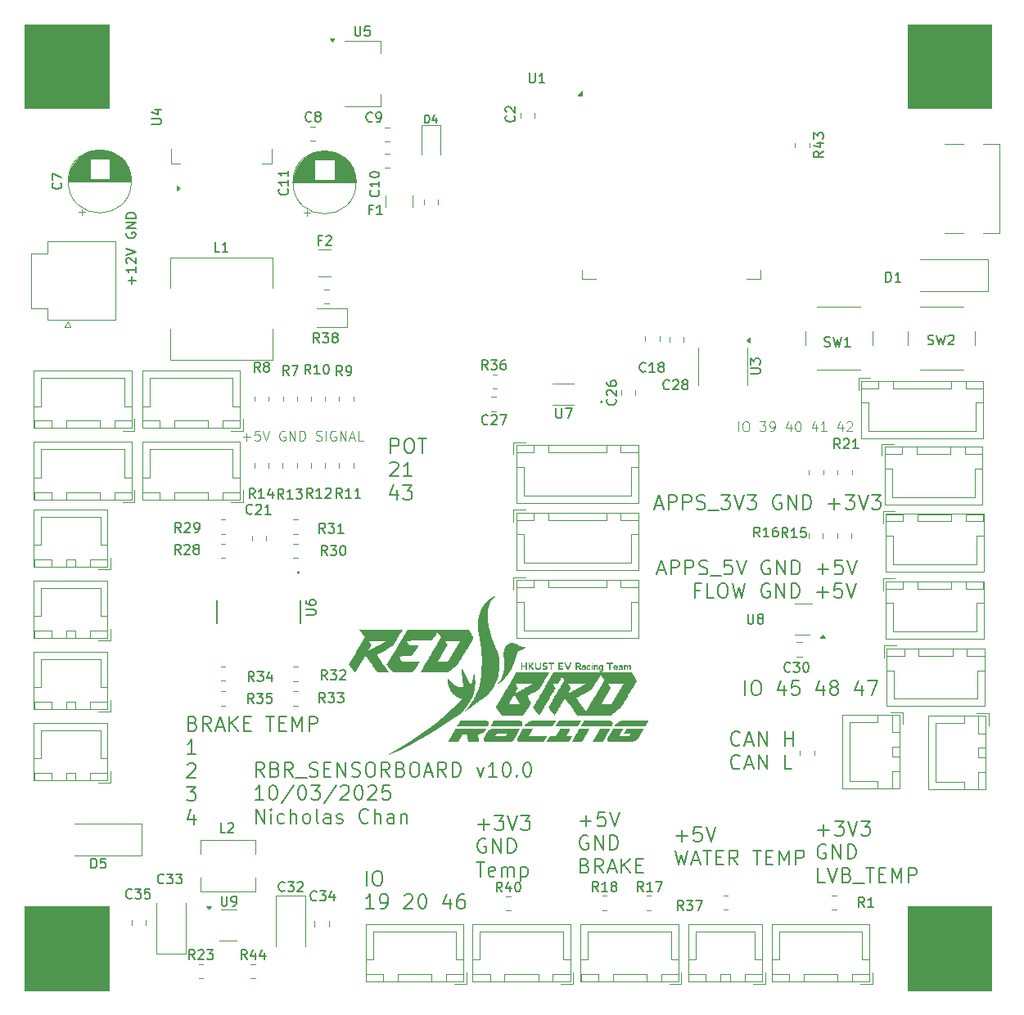
<source format=gbr>
%TF.GenerationSoftware,KiCad,Pcbnew,8.0.2*%
%TF.CreationDate,2025-03-10T15:18:04+08:00*%
%TF.ProjectId,sensorboard_v10,73656e73-6f72-4626-9f61-72645f763130,rev?*%
%TF.SameCoordinates,Original*%
%TF.FileFunction,Legend,Top*%
%TF.FilePolarity,Positive*%
%FSLAX46Y46*%
G04 Gerber Fmt 4.6, Leading zero omitted, Abs format (unit mm)*
G04 Created by KiCad (PCBNEW 8.0.2) date 2025-03-10 15:18:04*
%MOMM*%
%LPD*%
G01*
G04 APERTURE LIST*
%ADD10C,0.100000*%
%ADD11C,0.200000*%
%ADD12C,0.150000*%
%ADD13C,0.125000*%
%ADD14C,0.120000*%
%ADD15C,0.127000*%
%ADD16C,0.000000*%
G04 APERTURE END LIST*
D10*
X100000000Y-141300000D02*
X108700000Y-141300000D01*
X108700000Y-150000000D01*
X100000000Y-150000000D01*
X100000000Y-141300000D01*
G36*
X100000000Y-141300000D02*
G01*
X108700000Y-141300000D01*
X108700000Y-150000000D01*
X100000000Y-150000000D01*
X100000000Y-141300000D01*
G37*
X191300000Y-50000000D02*
X200000000Y-50000000D01*
X200000000Y-58700000D01*
X191300000Y-58700000D01*
X191300000Y-50000000D01*
G36*
X191300000Y-50000000D02*
G01*
X200000000Y-50000000D01*
X200000000Y-58700000D01*
X191300000Y-58700000D01*
X191300000Y-50000000D01*
G37*
X191300000Y-141300000D02*
X200000000Y-141300000D01*
X200000000Y-150000000D01*
X191300000Y-150000000D01*
X191300000Y-141300000D01*
G36*
X191300000Y-141300000D02*
G01*
X200000000Y-141300000D01*
X200000000Y-150000000D01*
X191300000Y-150000000D01*
X191300000Y-141300000D01*
G37*
X100000000Y-50000000D02*
X108700000Y-50000000D01*
X108700000Y-58700000D01*
X100000000Y-58700000D01*
X100000000Y-50000000D01*
G36*
X100000000Y-50000000D02*
G01*
X108700000Y-50000000D01*
X108700000Y-58700000D01*
X100000000Y-58700000D01*
X100000000Y-50000000D01*
G37*
D11*
X165217292Y-99777457D02*
X165931578Y-99777457D01*
X165074435Y-100206028D02*
X165574435Y-98706028D01*
X165574435Y-98706028D02*
X166074435Y-100206028D01*
X166574434Y-100206028D02*
X166574434Y-98706028D01*
X166574434Y-98706028D02*
X167145863Y-98706028D01*
X167145863Y-98706028D02*
X167288720Y-98777457D01*
X167288720Y-98777457D02*
X167360149Y-98848885D01*
X167360149Y-98848885D02*
X167431577Y-98991742D01*
X167431577Y-98991742D02*
X167431577Y-99206028D01*
X167431577Y-99206028D02*
X167360149Y-99348885D01*
X167360149Y-99348885D02*
X167288720Y-99420314D01*
X167288720Y-99420314D02*
X167145863Y-99491742D01*
X167145863Y-99491742D02*
X166574434Y-99491742D01*
X168074434Y-100206028D02*
X168074434Y-98706028D01*
X168074434Y-98706028D02*
X168645863Y-98706028D01*
X168645863Y-98706028D02*
X168788720Y-98777457D01*
X168788720Y-98777457D02*
X168860149Y-98848885D01*
X168860149Y-98848885D02*
X168931577Y-98991742D01*
X168931577Y-98991742D02*
X168931577Y-99206028D01*
X168931577Y-99206028D02*
X168860149Y-99348885D01*
X168860149Y-99348885D02*
X168788720Y-99420314D01*
X168788720Y-99420314D02*
X168645863Y-99491742D01*
X168645863Y-99491742D02*
X168074434Y-99491742D01*
X169503006Y-100134600D02*
X169717292Y-100206028D01*
X169717292Y-100206028D02*
X170074434Y-100206028D01*
X170074434Y-100206028D02*
X170217292Y-100134600D01*
X170217292Y-100134600D02*
X170288720Y-100063171D01*
X170288720Y-100063171D02*
X170360149Y-99920314D01*
X170360149Y-99920314D02*
X170360149Y-99777457D01*
X170360149Y-99777457D02*
X170288720Y-99634600D01*
X170288720Y-99634600D02*
X170217292Y-99563171D01*
X170217292Y-99563171D02*
X170074434Y-99491742D01*
X170074434Y-99491742D02*
X169788720Y-99420314D01*
X169788720Y-99420314D02*
X169645863Y-99348885D01*
X169645863Y-99348885D02*
X169574434Y-99277457D01*
X169574434Y-99277457D02*
X169503006Y-99134600D01*
X169503006Y-99134600D02*
X169503006Y-98991742D01*
X169503006Y-98991742D02*
X169574434Y-98848885D01*
X169574434Y-98848885D02*
X169645863Y-98777457D01*
X169645863Y-98777457D02*
X169788720Y-98706028D01*
X169788720Y-98706028D02*
X170145863Y-98706028D01*
X170145863Y-98706028D02*
X170360149Y-98777457D01*
X170645863Y-100348885D02*
X171788720Y-100348885D01*
X172003005Y-98706028D02*
X172931577Y-98706028D01*
X172931577Y-98706028D02*
X172431577Y-99277457D01*
X172431577Y-99277457D02*
X172645862Y-99277457D01*
X172645862Y-99277457D02*
X172788720Y-99348885D01*
X172788720Y-99348885D02*
X172860148Y-99420314D01*
X172860148Y-99420314D02*
X172931577Y-99563171D01*
X172931577Y-99563171D02*
X172931577Y-99920314D01*
X172931577Y-99920314D02*
X172860148Y-100063171D01*
X172860148Y-100063171D02*
X172788720Y-100134600D01*
X172788720Y-100134600D02*
X172645862Y-100206028D01*
X172645862Y-100206028D02*
X172217291Y-100206028D01*
X172217291Y-100206028D02*
X172074434Y-100134600D01*
X172074434Y-100134600D02*
X172003005Y-100063171D01*
X173360148Y-98706028D02*
X173860148Y-100206028D01*
X173860148Y-100206028D02*
X174360148Y-98706028D01*
X174717290Y-98706028D02*
X175645862Y-98706028D01*
X175645862Y-98706028D02*
X175145862Y-99277457D01*
X175145862Y-99277457D02*
X175360147Y-99277457D01*
X175360147Y-99277457D02*
X175503005Y-99348885D01*
X175503005Y-99348885D02*
X175574433Y-99420314D01*
X175574433Y-99420314D02*
X175645862Y-99563171D01*
X175645862Y-99563171D02*
X175645862Y-99920314D01*
X175645862Y-99920314D02*
X175574433Y-100063171D01*
X175574433Y-100063171D02*
X175503005Y-100134600D01*
X175503005Y-100134600D02*
X175360147Y-100206028D01*
X175360147Y-100206028D02*
X174931576Y-100206028D01*
X174931576Y-100206028D02*
X174788719Y-100134600D01*
X174788719Y-100134600D02*
X174717290Y-100063171D01*
X178217290Y-98777457D02*
X178074433Y-98706028D01*
X178074433Y-98706028D02*
X177860147Y-98706028D01*
X177860147Y-98706028D02*
X177645861Y-98777457D01*
X177645861Y-98777457D02*
X177503004Y-98920314D01*
X177503004Y-98920314D02*
X177431575Y-99063171D01*
X177431575Y-99063171D02*
X177360147Y-99348885D01*
X177360147Y-99348885D02*
X177360147Y-99563171D01*
X177360147Y-99563171D02*
X177431575Y-99848885D01*
X177431575Y-99848885D02*
X177503004Y-99991742D01*
X177503004Y-99991742D02*
X177645861Y-100134600D01*
X177645861Y-100134600D02*
X177860147Y-100206028D01*
X177860147Y-100206028D02*
X178003004Y-100206028D01*
X178003004Y-100206028D02*
X178217290Y-100134600D01*
X178217290Y-100134600D02*
X178288718Y-100063171D01*
X178288718Y-100063171D02*
X178288718Y-99563171D01*
X178288718Y-99563171D02*
X178003004Y-99563171D01*
X178931575Y-100206028D02*
X178931575Y-98706028D01*
X178931575Y-98706028D02*
X179788718Y-100206028D01*
X179788718Y-100206028D02*
X179788718Y-98706028D01*
X180503004Y-100206028D02*
X180503004Y-98706028D01*
X180503004Y-98706028D02*
X180860147Y-98706028D01*
X180860147Y-98706028D02*
X181074433Y-98777457D01*
X181074433Y-98777457D02*
X181217290Y-98920314D01*
X181217290Y-98920314D02*
X181288719Y-99063171D01*
X181288719Y-99063171D02*
X181360147Y-99348885D01*
X181360147Y-99348885D02*
X181360147Y-99563171D01*
X181360147Y-99563171D02*
X181288719Y-99848885D01*
X181288719Y-99848885D02*
X181217290Y-99991742D01*
X181217290Y-99991742D02*
X181074433Y-100134600D01*
X181074433Y-100134600D02*
X180860147Y-100206028D01*
X180860147Y-100206028D02*
X180503004Y-100206028D01*
X183145861Y-99634600D02*
X184288719Y-99634600D01*
X183717290Y-100206028D02*
X183717290Y-99063171D01*
X184860147Y-98706028D02*
X185788719Y-98706028D01*
X185788719Y-98706028D02*
X185288719Y-99277457D01*
X185288719Y-99277457D02*
X185503004Y-99277457D01*
X185503004Y-99277457D02*
X185645862Y-99348885D01*
X185645862Y-99348885D02*
X185717290Y-99420314D01*
X185717290Y-99420314D02*
X185788719Y-99563171D01*
X185788719Y-99563171D02*
X185788719Y-99920314D01*
X185788719Y-99920314D02*
X185717290Y-100063171D01*
X185717290Y-100063171D02*
X185645862Y-100134600D01*
X185645862Y-100134600D02*
X185503004Y-100206028D01*
X185503004Y-100206028D02*
X185074433Y-100206028D01*
X185074433Y-100206028D02*
X184931576Y-100134600D01*
X184931576Y-100134600D02*
X184860147Y-100063171D01*
X186217290Y-98706028D02*
X186717290Y-100206028D01*
X186717290Y-100206028D02*
X187217290Y-98706028D01*
X187574432Y-98706028D02*
X188503004Y-98706028D01*
X188503004Y-98706028D02*
X188003004Y-99277457D01*
X188003004Y-99277457D02*
X188217289Y-99277457D01*
X188217289Y-99277457D02*
X188360147Y-99348885D01*
X188360147Y-99348885D02*
X188431575Y-99420314D01*
X188431575Y-99420314D02*
X188503004Y-99563171D01*
X188503004Y-99563171D02*
X188503004Y-99920314D01*
X188503004Y-99920314D02*
X188431575Y-100063171D01*
X188431575Y-100063171D02*
X188360147Y-100134600D01*
X188360147Y-100134600D02*
X188217289Y-100206028D01*
X188217289Y-100206028D02*
X187788718Y-100206028D01*
X187788718Y-100206028D02*
X187645861Y-100134600D01*
X187645861Y-100134600D02*
X187574432Y-100063171D01*
X137838720Y-94376196D02*
X137838720Y-92876196D01*
X137838720Y-92876196D02*
X138410149Y-92876196D01*
X138410149Y-92876196D02*
X138553006Y-92947625D01*
X138553006Y-92947625D02*
X138624435Y-93019053D01*
X138624435Y-93019053D02*
X138695863Y-93161910D01*
X138695863Y-93161910D02*
X138695863Y-93376196D01*
X138695863Y-93376196D02*
X138624435Y-93519053D01*
X138624435Y-93519053D02*
X138553006Y-93590482D01*
X138553006Y-93590482D02*
X138410149Y-93661910D01*
X138410149Y-93661910D02*
X137838720Y-93661910D01*
X139624435Y-92876196D02*
X139910149Y-92876196D01*
X139910149Y-92876196D02*
X140053006Y-92947625D01*
X140053006Y-92947625D02*
X140195863Y-93090482D01*
X140195863Y-93090482D02*
X140267292Y-93376196D01*
X140267292Y-93376196D02*
X140267292Y-93876196D01*
X140267292Y-93876196D02*
X140195863Y-94161910D01*
X140195863Y-94161910D02*
X140053006Y-94304768D01*
X140053006Y-94304768D02*
X139910149Y-94376196D01*
X139910149Y-94376196D02*
X139624435Y-94376196D01*
X139624435Y-94376196D02*
X139481578Y-94304768D01*
X139481578Y-94304768D02*
X139338720Y-94161910D01*
X139338720Y-94161910D02*
X139267292Y-93876196D01*
X139267292Y-93876196D02*
X139267292Y-93376196D01*
X139267292Y-93376196D02*
X139338720Y-93090482D01*
X139338720Y-93090482D02*
X139481578Y-92947625D01*
X139481578Y-92947625D02*
X139624435Y-92876196D01*
X140695864Y-92876196D02*
X141553007Y-92876196D01*
X141124435Y-94376196D02*
X141124435Y-92876196D01*
X137767292Y-95433969D02*
X137838720Y-95362541D01*
X137838720Y-95362541D02*
X137981578Y-95291112D01*
X137981578Y-95291112D02*
X138338720Y-95291112D01*
X138338720Y-95291112D02*
X138481578Y-95362541D01*
X138481578Y-95362541D02*
X138553006Y-95433969D01*
X138553006Y-95433969D02*
X138624435Y-95576826D01*
X138624435Y-95576826D02*
X138624435Y-95719684D01*
X138624435Y-95719684D02*
X138553006Y-95933969D01*
X138553006Y-95933969D02*
X137695863Y-96791112D01*
X137695863Y-96791112D02*
X138624435Y-96791112D01*
X140053006Y-96791112D02*
X139195863Y-96791112D01*
X139624434Y-96791112D02*
X139624434Y-95291112D01*
X139624434Y-95291112D02*
X139481577Y-95505398D01*
X139481577Y-95505398D02*
X139338720Y-95648255D01*
X139338720Y-95648255D02*
X139195863Y-95719684D01*
X138481578Y-98206028D02*
X138481578Y-99206028D01*
X138124435Y-97634600D02*
X137767292Y-98706028D01*
X137767292Y-98706028D02*
X138695863Y-98706028D01*
X139124434Y-97706028D02*
X140053006Y-97706028D01*
X140053006Y-97706028D02*
X139553006Y-98277457D01*
X139553006Y-98277457D02*
X139767291Y-98277457D01*
X139767291Y-98277457D02*
X139910149Y-98348885D01*
X139910149Y-98348885D02*
X139981577Y-98420314D01*
X139981577Y-98420314D02*
X140053006Y-98563171D01*
X140053006Y-98563171D02*
X140053006Y-98920314D01*
X140053006Y-98920314D02*
X139981577Y-99063171D01*
X139981577Y-99063171D02*
X139910149Y-99134600D01*
X139910149Y-99134600D02*
X139767291Y-99206028D01*
X139767291Y-99206028D02*
X139338720Y-99206028D01*
X139338720Y-99206028D02*
X139195863Y-99134600D01*
X139195863Y-99134600D02*
X139124434Y-99063171D01*
X169788720Y-108570314D02*
X169288720Y-108570314D01*
X169288720Y-109356028D02*
X169288720Y-107856028D01*
X169288720Y-107856028D02*
X170003006Y-107856028D01*
X171288720Y-109356028D02*
X170574434Y-109356028D01*
X170574434Y-109356028D02*
X170574434Y-107856028D01*
X172074435Y-107856028D02*
X172360149Y-107856028D01*
X172360149Y-107856028D02*
X172503006Y-107927457D01*
X172503006Y-107927457D02*
X172645863Y-108070314D01*
X172645863Y-108070314D02*
X172717292Y-108356028D01*
X172717292Y-108356028D02*
X172717292Y-108856028D01*
X172717292Y-108856028D02*
X172645863Y-109141742D01*
X172645863Y-109141742D02*
X172503006Y-109284600D01*
X172503006Y-109284600D02*
X172360149Y-109356028D01*
X172360149Y-109356028D02*
X172074435Y-109356028D01*
X172074435Y-109356028D02*
X171931578Y-109284600D01*
X171931578Y-109284600D02*
X171788720Y-109141742D01*
X171788720Y-109141742D02*
X171717292Y-108856028D01*
X171717292Y-108856028D02*
X171717292Y-108356028D01*
X171717292Y-108356028D02*
X171788720Y-108070314D01*
X171788720Y-108070314D02*
X171931578Y-107927457D01*
X171931578Y-107927457D02*
X172074435Y-107856028D01*
X173217292Y-107856028D02*
X173574435Y-109356028D01*
X173574435Y-109356028D02*
X173860149Y-108284600D01*
X173860149Y-108284600D02*
X174145864Y-109356028D01*
X174145864Y-109356028D02*
X174503007Y-107856028D01*
X177003007Y-107927457D02*
X176860150Y-107856028D01*
X176860150Y-107856028D02*
X176645864Y-107856028D01*
X176645864Y-107856028D02*
X176431578Y-107927457D01*
X176431578Y-107927457D02*
X176288721Y-108070314D01*
X176288721Y-108070314D02*
X176217292Y-108213171D01*
X176217292Y-108213171D02*
X176145864Y-108498885D01*
X176145864Y-108498885D02*
X176145864Y-108713171D01*
X176145864Y-108713171D02*
X176217292Y-108998885D01*
X176217292Y-108998885D02*
X176288721Y-109141742D01*
X176288721Y-109141742D02*
X176431578Y-109284600D01*
X176431578Y-109284600D02*
X176645864Y-109356028D01*
X176645864Y-109356028D02*
X176788721Y-109356028D01*
X176788721Y-109356028D02*
X177003007Y-109284600D01*
X177003007Y-109284600D02*
X177074435Y-109213171D01*
X177074435Y-109213171D02*
X177074435Y-108713171D01*
X177074435Y-108713171D02*
X176788721Y-108713171D01*
X177717292Y-109356028D02*
X177717292Y-107856028D01*
X177717292Y-107856028D02*
X178574435Y-109356028D01*
X178574435Y-109356028D02*
X178574435Y-107856028D01*
X179288721Y-109356028D02*
X179288721Y-107856028D01*
X179288721Y-107856028D02*
X179645864Y-107856028D01*
X179645864Y-107856028D02*
X179860150Y-107927457D01*
X179860150Y-107927457D02*
X180003007Y-108070314D01*
X180003007Y-108070314D02*
X180074436Y-108213171D01*
X180074436Y-108213171D02*
X180145864Y-108498885D01*
X180145864Y-108498885D02*
X180145864Y-108713171D01*
X180145864Y-108713171D02*
X180074436Y-108998885D01*
X180074436Y-108998885D02*
X180003007Y-109141742D01*
X180003007Y-109141742D02*
X179860150Y-109284600D01*
X179860150Y-109284600D02*
X179645864Y-109356028D01*
X179645864Y-109356028D02*
X179288721Y-109356028D01*
X181931578Y-108784600D02*
X183074436Y-108784600D01*
X182503007Y-109356028D02*
X182503007Y-108213171D01*
X184503007Y-107856028D02*
X183788721Y-107856028D01*
X183788721Y-107856028D02*
X183717293Y-108570314D01*
X183717293Y-108570314D02*
X183788721Y-108498885D01*
X183788721Y-108498885D02*
X183931579Y-108427457D01*
X183931579Y-108427457D02*
X184288721Y-108427457D01*
X184288721Y-108427457D02*
X184431579Y-108498885D01*
X184431579Y-108498885D02*
X184503007Y-108570314D01*
X184503007Y-108570314D02*
X184574436Y-108713171D01*
X184574436Y-108713171D02*
X184574436Y-109070314D01*
X184574436Y-109070314D02*
X184503007Y-109213171D01*
X184503007Y-109213171D02*
X184431579Y-109284600D01*
X184431579Y-109284600D02*
X184288721Y-109356028D01*
X184288721Y-109356028D02*
X183931579Y-109356028D01*
X183931579Y-109356028D02*
X183788721Y-109284600D01*
X183788721Y-109284600D02*
X183717293Y-109213171D01*
X185003007Y-107856028D02*
X185503007Y-109356028D01*
X185503007Y-109356028D02*
X186003007Y-107856028D01*
X146888720Y-132804768D02*
X148031578Y-132804768D01*
X147460149Y-133376196D02*
X147460149Y-132233339D01*
X148603006Y-131876196D02*
X149531578Y-131876196D01*
X149531578Y-131876196D02*
X149031578Y-132447625D01*
X149031578Y-132447625D02*
X149245863Y-132447625D01*
X149245863Y-132447625D02*
X149388721Y-132519053D01*
X149388721Y-132519053D02*
X149460149Y-132590482D01*
X149460149Y-132590482D02*
X149531578Y-132733339D01*
X149531578Y-132733339D02*
X149531578Y-133090482D01*
X149531578Y-133090482D02*
X149460149Y-133233339D01*
X149460149Y-133233339D02*
X149388721Y-133304768D01*
X149388721Y-133304768D02*
X149245863Y-133376196D01*
X149245863Y-133376196D02*
X148817292Y-133376196D01*
X148817292Y-133376196D02*
X148674435Y-133304768D01*
X148674435Y-133304768D02*
X148603006Y-133233339D01*
X149960149Y-131876196D02*
X150460149Y-133376196D01*
X150460149Y-133376196D02*
X150960149Y-131876196D01*
X151317291Y-131876196D02*
X152245863Y-131876196D01*
X152245863Y-131876196D02*
X151745863Y-132447625D01*
X151745863Y-132447625D02*
X151960148Y-132447625D01*
X151960148Y-132447625D02*
X152103006Y-132519053D01*
X152103006Y-132519053D02*
X152174434Y-132590482D01*
X152174434Y-132590482D02*
X152245863Y-132733339D01*
X152245863Y-132733339D02*
X152245863Y-133090482D01*
X152245863Y-133090482D02*
X152174434Y-133233339D01*
X152174434Y-133233339D02*
X152103006Y-133304768D01*
X152103006Y-133304768D02*
X151960148Y-133376196D01*
X151960148Y-133376196D02*
X151531577Y-133376196D01*
X151531577Y-133376196D02*
X151388720Y-133304768D01*
X151388720Y-133304768D02*
X151317291Y-133233339D01*
X147674435Y-134362541D02*
X147531578Y-134291112D01*
X147531578Y-134291112D02*
X147317292Y-134291112D01*
X147317292Y-134291112D02*
X147103006Y-134362541D01*
X147103006Y-134362541D02*
X146960149Y-134505398D01*
X146960149Y-134505398D02*
X146888720Y-134648255D01*
X146888720Y-134648255D02*
X146817292Y-134933969D01*
X146817292Y-134933969D02*
X146817292Y-135148255D01*
X146817292Y-135148255D02*
X146888720Y-135433969D01*
X146888720Y-135433969D02*
X146960149Y-135576826D01*
X146960149Y-135576826D02*
X147103006Y-135719684D01*
X147103006Y-135719684D02*
X147317292Y-135791112D01*
X147317292Y-135791112D02*
X147460149Y-135791112D01*
X147460149Y-135791112D02*
X147674435Y-135719684D01*
X147674435Y-135719684D02*
X147745863Y-135648255D01*
X147745863Y-135648255D02*
X147745863Y-135148255D01*
X147745863Y-135148255D02*
X147460149Y-135148255D01*
X148388720Y-135791112D02*
X148388720Y-134291112D01*
X148388720Y-134291112D02*
X149245863Y-135791112D01*
X149245863Y-135791112D02*
X149245863Y-134291112D01*
X149960149Y-135791112D02*
X149960149Y-134291112D01*
X149960149Y-134291112D02*
X150317292Y-134291112D01*
X150317292Y-134291112D02*
X150531578Y-134362541D01*
X150531578Y-134362541D02*
X150674435Y-134505398D01*
X150674435Y-134505398D02*
X150745864Y-134648255D01*
X150745864Y-134648255D02*
X150817292Y-134933969D01*
X150817292Y-134933969D02*
X150817292Y-135148255D01*
X150817292Y-135148255D02*
X150745864Y-135433969D01*
X150745864Y-135433969D02*
X150674435Y-135576826D01*
X150674435Y-135576826D02*
X150531578Y-135719684D01*
X150531578Y-135719684D02*
X150317292Y-135791112D01*
X150317292Y-135791112D02*
X149960149Y-135791112D01*
X146674435Y-136706028D02*
X147531578Y-136706028D01*
X147103006Y-138206028D02*
X147103006Y-136706028D01*
X148603006Y-138134600D02*
X148460149Y-138206028D01*
X148460149Y-138206028D02*
X148174435Y-138206028D01*
X148174435Y-138206028D02*
X148031577Y-138134600D01*
X148031577Y-138134600D02*
X147960149Y-137991742D01*
X147960149Y-137991742D02*
X147960149Y-137420314D01*
X147960149Y-137420314D02*
X148031577Y-137277457D01*
X148031577Y-137277457D02*
X148174435Y-137206028D01*
X148174435Y-137206028D02*
X148460149Y-137206028D01*
X148460149Y-137206028D02*
X148603006Y-137277457D01*
X148603006Y-137277457D02*
X148674435Y-137420314D01*
X148674435Y-137420314D02*
X148674435Y-137563171D01*
X148674435Y-137563171D02*
X147960149Y-137706028D01*
X149317291Y-138206028D02*
X149317291Y-137206028D01*
X149317291Y-137348885D02*
X149388720Y-137277457D01*
X149388720Y-137277457D02*
X149531577Y-137206028D01*
X149531577Y-137206028D02*
X149745863Y-137206028D01*
X149745863Y-137206028D02*
X149888720Y-137277457D01*
X149888720Y-137277457D02*
X149960149Y-137420314D01*
X149960149Y-137420314D02*
X149960149Y-138206028D01*
X149960149Y-137420314D02*
X150031577Y-137277457D01*
X150031577Y-137277457D02*
X150174434Y-137206028D01*
X150174434Y-137206028D02*
X150388720Y-137206028D01*
X150388720Y-137206028D02*
X150531577Y-137277457D01*
X150531577Y-137277457D02*
X150603006Y-137420314D01*
X150603006Y-137420314D02*
X150603006Y-138206028D01*
X151317291Y-137206028D02*
X151317291Y-138706028D01*
X151317291Y-137277457D02*
X151460149Y-137206028D01*
X151460149Y-137206028D02*
X151745863Y-137206028D01*
X151745863Y-137206028D02*
X151888720Y-137277457D01*
X151888720Y-137277457D02*
X151960149Y-137348885D01*
X151960149Y-137348885D02*
X152031577Y-137491742D01*
X152031577Y-137491742D02*
X152031577Y-137920314D01*
X152031577Y-137920314D02*
X151960149Y-138063171D01*
X151960149Y-138063171D02*
X151888720Y-138134600D01*
X151888720Y-138134600D02*
X151745863Y-138206028D01*
X151745863Y-138206028D02*
X151460149Y-138206028D01*
X151460149Y-138206028D02*
X151317291Y-138134600D01*
X117388720Y-122360650D02*
X117603006Y-122432078D01*
X117603006Y-122432078D02*
X117674435Y-122503507D01*
X117674435Y-122503507D02*
X117745863Y-122646364D01*
X117745863Y-122646364D02*
X117745863Y-122860650D01*
X117745863Y-122860650D02*
X117674435Y-123003507D01*
X117674435Y-123003507D02*
X117603006Y-123074936D01*
X117603006Y-123074936D02*
X117460149Y-123146364D01*
X117460149Y-123146364D02*
X116888720Y-123146364D01*
X116888720Y-123146364D02*
X116888720Y-121646364D01*
X116888720Y-121646364D02*
X117388720Y-121646364D01*
X117388720Y-121646364D02*
X117531578Y-121717793D01*
X117531578Y-121717793D02*
X117603006Y-121789221D01*
X117603006Y-121789221D02*
X117674435Y-121932078D01*
X117674435Y-121932078D02*
X117674435Y-122074936D01*
X117674435Y-122074936D02*
X117603006Y-122217793D01*
X117603006Y-122217793D02*
X117531578Y-122289221D01*
X117531578Y-122289221D02*
X117388720Y-122360650D01*
X117388720Y-122360650D02*
X116888720Y-122360650D01*
X119245863Y-123146364D02*
X118745863Y-122432078D01*
X118388720Y-123146364D02*
X118388720Y-121646364D01*
X118388720Y-121646364D02*
X118960149Y-121646364D01*
X118960149Y-121646364D02*
X119103006Y-121717793D01*
X119103006Y-121717793D02*
X119174435Y-121789221D01*
X119174435Y-121789221D02*
X119245863Y-121932078D01*
X119245863Y-121932078D02*
X119245863Y-122146364D01*
X119245863Y-122146364D02*
X119174435Y-122289221D01*
X119174435Y-122289221D02*
X119103006Y-122360650D01*
X119103006Y-122360650D02*
X118960149Y-122432078D01*
X118960149Y-122432078D02*
X118388720Y-122432078D01*
X119817292Y-122717793D02*
X120531578Y-122717793D01*
X119674435Y-123146364D02*
X120174435Y-121646364D01*
X120174435Y-121646364D02*
X120674435Y-123146364D01*
X121174434Y-123146364D02*
X121174434Y-121646364D01*
X122031577Y-123146364D02*
X121388720Y-122289221D01*
X122031577Y-121646364D02*
X121174434Y-122503507D01*
X122674434Y-122360650D02*
X123174434Y-122360650D01*
X123388720Y-123146364D02*
X122674434Y-123146364D01*
X122674434Y-123146364D02*
X122674434Y-121646364D01*
X122674434Y-121646364D02*
X123388720Y-121646364D01*
X124960149Y-121646364D02*
X125817292Y-121646364D01*
X125388720Y-123146364D02*
X125388720Y-121646364D01*
X126317291Y-122360650D02*
X126817291Y-122360650D01*
X127031577Y-123146364D02*
X126317291Y-123146364D01*
X126317291Y-123146364D02*
X126317291Y-121646364D01*
X126317291Y-121646364D02*
X127031577Y-121646364D01*
X127674434Y-123146364D02*
X127674434Y-121646364D01*
X127674434Y-121646364D02*
X128174434Y-122717793D01*
X128174434Y-122717793D02*
X128674434Y-121646364D01*
X128674434Y-121646364D02*
X128674434Y-123146364D01*
X129388720Y-123146364D02*
X129388720Y-121646364D01*
X129388720Y-121646364D02*
X129960149Y-121646364D01*
X129960149Y-121646364D02*
X130103006Y-121717793D01*
X130103006Y-121717793D02*
X130174435Y-121789221D01*
X130174435Y-121789221D02*
X130245863Y-121932078D01*
X130245863Y-121932078D02*
X130245863Y-122146364D01*
X130245863Y-122146364D02*
X130174435Y-122289221D01*
X130174435Y-122289221D02*
X130103006Y-122360650D01*
X130103006Y-122360650D02*
X129960149Y-122432078D01*
X129960149Y-122432078D02*
X129388720Y-122432078D01*
X117674435Y-125561280D02*
X116817292Y-125561280D01*
X117245863Y-125561280D02*
X117245863Y-124061280D01*
X117245863Y-124061280D02*
X117103006Y-124275566D01*
X117103006Y-124275566D02*
X116960149Y-124418423D01*
X116960149Y-124418423D02*
X116817292Y-124489852D01*
X116817292Y-126619053D02*
X116888720Y-126547625D01*
X116888720Y-126547625D02*
X117031578Y-126476196D01*
X117031578Y-126476196D02*
X117388720Y-126476196D01*
X117388720Y-126476196D02*
X117531578Y-126547625D01*
X117531578Y-126547625D02*
X117603006Y-126619053D01*
X117603006Y-126619053D02*
X117674435Y-126761910D01*
X117674435Y-126761910D02*
X117674435Y-126904768D01*
X117674435Y-126904768D02*
X117603006Y-127119053D01*
X117603006Y-127119053D02*
X116745863Y-127976196D01*
X116745863Y-127976196D02*
X117674435Y-127976196D01*
X116745863Y-128891112D02*
X117674435Y-128891112D01*
X117674435Y-128891112D02*
X117174435Y-129462541D01*
X117174435Y-129462541D02*
X117388720Y-129462541D01*
X117388720Y-129462541D02*
X117531578Y-129533969D01*
X117531578Y-129533969D02*
X117603006Y-129605398D01*
X117603006Y-129605398D02*
X117674435Y-129748255D01*
X117674435Y-129748255D02*
X117674435Y-130105398D01*
X117674435Y-130105398D02*
X117603006Y-130248255D01*
X117603006Y-130248255D02*
X117531578Y-130319684D01*
X117531578Y-130319684D02*
X117388720Y-130391112D01*
X117388720Y-130391112D02*
X116960149Y-130391112D01*
X116960149Y-130391112D02*
X116817292Y-130319684D01*
X116817292Y-130319684D02*
X116745863Y-130248255D01*
X117531578Y-131806028D02*
X117531578Y-132806028D01*
X117174435Y-131234600D02*
X116817292Y-132306028D01*
X116817292Y-132306028D02*
X117745863Y-132306028D01*
D12*
X111088866Y-76863220D02*
X111088866Y-76101316D01*
X111469819Y-76482268D02*
X110707914Y-76482268D01*
X111469819Y-75101316D02*
X111469819Y-75672744D01*
X111469819Y-75387030D02*
X110469819Y-75387030D01*
X110469819Y-75387030D02*
X110612676Y-75482268D01*
X110612676Y-75482268D02*
X110707914Y-75577506D01*
X110707914Y-75577506D02*
X110755533Y-75672744D01*
X110565057Y-74720363D02*
X110517438Y-74672744D01*
X110517438Y-74672744D02*
X110469819Y-74577506D01*
X110469819Y-74577506D02*
X110469819Y-74339411D01*
X110469819Y-74339411D02*
X110517438Y-74244173D01*
X110517438Y-74244173D02*
X110565057Y-74196554D01*
X110565057Y-74196554D02*
X110660295Y-74148935D01*
X110660295Y-74148935D02*
X110755533Y-74148935D01*
X110755533Y-74148935D02*
X110898390Y-74196554D01*
X110898390Y-74196554D02*
X111469819Y-74767982D01*
X111469819Y-74767982D02*
X111469819Y-74148935D01*
X110469819Y-73863220D02*
X111469819Y-73529887D01*
X111469819Y-73529887D02*
X110469819Y-73196554D01*
X110517438Y-71577506D02*
X110469819Y-71672744D01*
X110469819Y-71672744D02*
X110469819Y-71815601D01*
X110469819Y-71815601D02*
X110517438Y-71958458D01*
X110517438Y-71958458D02*
X110612676Y-72053696D01*
X110612676Y-72053696D02*
X110707914Y-72101315D01*
X110707914Y-72101315D02*
X110898390Y-72148934D01*
X110898390Y-72148934D02*
X111041247Y-72148934D01*
X111041247Y-72148934D02*
X111231723Y-72101315D01*
X111231723Y-72101315D02*
X111326961Y-72053696D01*
X111326961Y-72053696D02*
X111422200Y-71958458D01*
X111422200Y-71958458D02*
X111469819Y-71815601D01*
X111469819Y-71815601D02*
X111469819Y-71720363D01*
X111469819Y-71720363D02*
X111422200Y-71577506D01*
X111422200Y-71577506D02*
X111374580Y-71529887D01*
X111374580Y-71529887D02*
X111041247Y-71529887D01*
X111041247Y-71529887D02*
X111041247Y-71720363D01*
X111469819Y-71101315D02*
X110469819Y-71101315D01*
X110469819Y-71101315D02*
X111469819Y-70529887D01*
X111469819Y-70529887D02*
X110469819Y-70529887D01*
X111469819Y-70053696D02*
X110469819Y-70053696D01*
X110469819Y-70053696D02*
X110469819Y-69815601D01*
X110469819Y-69815601D02*
X110517438Y-69672744D01*
X110517438Y-69672744D02*
X110612676Y-69577506D01*
X110612676Y-69577506D02*
X110707914Y-69529887D01*
X110707914Y-69529887D02*
X110898390Y-69482268D01*
X110898390Y-69482268D02*
X111041247Y-69482268D01*
X111041247Y-69482268D02*
X111231723Y-69529887D01*
X111231723Y-69529887D02*
X111326961Y-69577506D01*
X111326961Y-69577506D02*
X111422200Y-69672744D01*
X111422200Y-69672744D02*
X111469819Y-69815601D01*
X111469819Y-69815601D02*
X111469819Y-70053696D01*
D10*
X122563884Y-92706466D02*
X123325789Y-92706466D01*
X122944836Y-93087419D02*
X122944836Y-92325514D01*
X124278169Y-92087419D02*
X123801979Y-92087419D01*
X123801979Y-92087419D02*
X123754360Y-92563609D01*
X123754360Y-92563609D02*
X123801979Y-92515990D01*
X123801979Y-92515990D02*
X123897217Y-92468371D01*
X123897217Y-92468371D02*
X124135312Y-92468371D01*
X124135312Y-92468371D02*
X124230550Y-92515990D01*
X124230550Y-92515990D02*
X124278169Y-92563609D01*
X124278169Y-92563609D02*
X124325788Y-92658847D01*
X124325788Y-92658847D02*
X124325788Y-92896942D01*
X124325788Y-92896942D02*
X124278169Y-92992180D01*
X124278169Y-92992180D02*
X124230550Y-93039800D01*
X124230550Y-93039800D02*
X124135312Y-93087419D01*
X124135312Y-93087419D02*
X123897217Y-93087419D01*
X123897217Y-93087419D02*
X123801979Y-93039800D01*
X123801979Y-93039800D02*
X123754360Y-92992180D01*
X124611503Y-92087419D02*
X124944836Y-93087419D01*
X124944836Y-93087419D02*
X125278169Y-92087419D01*
X126897217Y-92135038D02*
X126801979Y-92087419D01*
X126801979Y-92087419D02*
X126659122Y-92087419D01*
X126659122Y-92087419D02*
X126516265Y-92135038D01*
X126516265Y-92135038D02*
X126421027Y-92230276D01*
X126421027Y-92230276D02*
X126373408Y-92325514D01*
X126373408Y-92325514D02*
X126325789Y-92515990D01*
X126325789Y-92515990D02*
X126325789Y-92658847D01*
X126325789Y-92658847D02*
X126373408Y-92849323D01*
X126373408Y-92849323D02*
X126421027Y-92944561D01*
X126421027Y-92944561D02*
X126516265Y-93039800D01*
X126516265Y-93039800D02*
X126659122Y-93087419D01*
X126659122Y-93087419D02*
X126754360Y-93087419D01*
X126754360Y-93087419D02*
X126897217Y-93039800D01*
X126897217Y-93039800D02*
X126944836Y-92992180D01*
X126944836Y-92992180D02*
X126944836Y-92658847D01*
X126944836Y-92658847D02*
X126754360Y-92658847D01*
X127373408Y-93087419D02*
X127373408Y-92087419D01*
X127373408Y-92087419D02*
X127944836Y-93087419D01*
X127944836Y-93087419D02*
X127944836Y-92087419D01*
X128421027Y-93087419D02*
X128421027Y-92087419D01*
X128421027Y-92087419D02*
X128659122Y-92087419D01*
X128659122Y-92087419D02*
X128801979Y-92135038D01*
X128801979Y-92135038D02*
X128897217Y-92230276D01*
X128897217Y-92230276D02*
X128944836Y-92325514D01*
X128944836Y-92325514D02*
X128992455Y-92515990D01*
X128992455Y-92515990D02*
X128992455Y-92658847D01*
X128992455Y-92658847D02*
X128944836Y-92849323D01*
X128944836Y-92849323D02*
X128897217Y-92944561D01*
X128897217Y-92944561D02*
X128801979Y-93039800D01*
X128801979Y-93039800D02*
X128659122Y-93087419D01*
X128659122Y-93087419D02*
X128421027Y-93087419D01*
X130135313Y-93039800D02*
X130278170Y-93087419D01*
X130278170Y-93087419D02*
X130516265Y-93087419D01*
X130516265Y-93087419D02*
X130611503Y-93039800D01*
X130611503Y-93039800D02*
X130659122Y-92992180D01*
X130659122Y-92992180D02*
X130706741Y-92896942D01*
X130706741Y-92896942D02*
X130706741Y-92801704D01*
X130706741Y-92801704D02*
X130659122Y-92706466D01*
X130659122Y-92706466D02*
X130611503Y-92658847D01*
X130611503Y-92658847D02*
X130516265Y-92611228D01*
X130516265Y-92611228D02*
X130325789Y-92563609D01*
X130325789Y-92563609D02*
X130230551Y-92515990D01*
X130230551Y-92515990D02*
X130182932Y-92468371D01*
X130182932Y-92468371D02*
X130135313Y-92373133D01*
X130135313Y-92373133D02*
X130135313Y-92277895D01*
X130135313Y-92277895D02*
X130182932Y-92182657D01*
X130182932Y-92182657D02*
X130230551Y-92135038D01*
X130230551Y-92135038D02*
X130325789Y-92087419D01*
X130325789Y-92087419D02*
X130563884Y-92087419D01*
X130563884Y-92087419D02*
X130706741Y-92135038D01*
X131135313Y-93087419D02*
X131135313Y-92087419D01*
X132135312Y-92135038D02*
X132040074Y-92087419D01*
X132040074Y-92087419D02*
X131897217Y-92087419D01*
X131897217Y-92087419D02*
X131754360Y-92135038D01*
X131754360Y-92135038D02*
X131659122Y-92230276D01*
X131659122Y-92230276D02*
X131611503Y-92325514D01*
X131611503Y-92325514D02*
X131563884Y-92515990D01*
X131563884Y-92515990D02*
X131563884Y-92658847D01*
X131563884Y-92658847D02*
X131611503Y-92849323D01*
X131611503Y-92849323D02*
X131659122Y-92944561D01*
X131659122Y-92944561D02*
X131754360Y-93039800D01*
X131754360Y-93039800D02*
X131897217Y-93087419D01*
X131897217Y-93087419D02*
X131992455Y-93087419D01*
X131992455Y-93087419D02*
X132135312Y-93039800D01*
X132135312Y-93039800D02*
X132182931Y-92992180D01*
X132182931Y-92992180D02*
X132182931Y-92658847D01*
X132182931Y-92658847D02*
X131992455Y-92658847D01*
X132611503Y-93087419D02*
X132611503Y-92087419D01*
X132611503Y-92087419D02*
X133182931Y-93087419D01*
X133182931Y-93087419D02*
X133182931Y-92087419D01*
X133611503Y-92801704D02*
X134087693Y-92801704D01*
X133516265Y-93087419D02*
X133849598Y-92087419D01*
X133849598Y-92087419D02*
X134182931Y-93087419D01*
X134992455Y-93087419D02*
X134516265Y-93087419D01*
X134516265Y-93087419D02*
X134516265Y-92087419D01*
D11*
X182038720Y-133404768D02*
X183181578Y-133404768D01*
X182610149Y-133976196D02*
X182610149Y-132833339D01*
X183753006Y-132476196D02*
X184681578Y-132476196D01*
X184681578Y-132476196D02*
X184181578Y-133047625D01*
X184181578Y-133047625D02*
X184395863Y-133047625D01*
X184395863Y-133047625D02*
X184538721Y-133119053D01*
X184538721Y-133119053D02*
X184610149Y-133190482D01*
X184610149Y-133190482D02*
X184681578Y-133333339D01*
X184681578Y-133333339D02*
X184681578Y-133690482D01*
X184681578Y-133690482D02*
X184610149Y-133833339D01*
X184610149Y-133833339D02*
X184538721Y-133904768D01*
X184538721Y-133904768D02*
X184395863Y-133976196D01*
X184395863Y-133976196D02*
X183967292Y-133976196D01*
X183967292Y-133976196D02*
X183824435Y-133904768D01*
X183824435Y-133904768D02*
X183753006Y-133833339D01*
X185110149Y-132476196D02*
X185610149Y-133976196D01*
X185610149Y-133976196D02*
X186110149Y-132476196D01*
X186467291Y-132476196D02*
X187395863Y-132476196D01*
X187395863Y-132476196D02*
X186895863Y-133047625D01*
X186895863Y-133047625D02*
X187110148Y-133047625D01*
X187110148Y-133047625D02*
X187253006Y-133119053D01*
X187253006Y-133119053D02*
X187324434Y-133190482D01*
X187324434Y-133190482D02*
X187395863Y-133333339D01*
X187395863Y-133333339D02*
X187395863Y-133690482D01*
X187395863Y-133690482D02*
X187324434Y-133833339D01*
X187324434Y-133833339D02*
X187253006Y-133904768D01*
X187253006Y-133904768D02*
X187110148Y-133976196D01*
X187110148Y-133976196D02*
X186681577Y-133976196D01*
X186681577Y-133976196D02*
X186538720Y-133904768D01*
X186538720Y-133904768D02*
X186467291Y-133833339D01*
X182824435Y-134962541D02*
X182681578Y-134891112D01*
X182681578Y-134891112D02*
X182467292Y-134891112D01*
X182467292Y-134891112D02*
X182253006Y-134962541D01*
X182253006Y-134962541D02*
X182110149Y-135105398D01*
X182110149Y-135105398D02*
X182038720Y-135248255D01*
X182038720Y-135248255D02*
X181967292Y-135533969D01*
X181967292Y-135533969D02*
X181967292Y-135748255D01*
X181967292Y-135748255D02*
X182038720Y-136033969D01*
X182038720Y-136033969D02*
X182110149Y-136176826D01*
X182110149Y-136176826D02*
X182253006Y-136319684D01*
X182253006Y-136319684D02*
X182467292Y-136391112D01*
X182467292Y-136391112D02*
X182610149Y-136391112D01*
X182610149Y-136391112D02*
X182824435Y-136319684D01*
X182824435Y-136319684D02*
X182895863Y-136248255D01*
X182895863Y-136248255D02*
X182895863Y-135748255D01*
X182895863Y-135748255D02*
X182610149Y-135748255D01*
X183538720Y-136391112D02*
X183538720Y-134891112D01*
X183538720Y-134891112D02*
X184395863Y-136391112D01*
X184395863Y-136391112D02*
X184395863Y-134891112D01*
X185110149Y-136391112D02*
X185110149Y-134891112D01*
X185110149Y-134891112D02*
X185467292Y-134891112D01*
X185467292Y-134891112D02*
X185681578Y-134962541D01*
X185681578Y-134962541D02*
X185824435Y-135105398D01*
X185824435Y-135105398D02*
X185895864Y-135248255D01*
X185895864Y-135248255D02*
X185967292Y-135533969D01*
X185967292Y-135533969D02*
X185967292Y-135748255D01*
X185967292Y-135748255D02*
X185895864Y-136033969D01*
X185895864Y-136033969D02*
X185824435Y-136176826D01*
X185824435Y-136176826D02*
X185681578Y-136319684D01*
X185681578Y-136319684D02*
X185467292Y-136391112D01*
X185467292Y-136391112D02*
X185110149Y-136391112D01*
X182753006Y-138806028D02*
X182038720Y-138806028D01*
X182038720Y-138806028D02*
X182038720Y-137306028D01*
X183038721Y-137306028D02*
X183538721Y-138806028D01*
X183538721Y-138806028D02*
X184038721Y-137306028D01*
X185038720Y-138020314D02*
X185253006Y-138091742D01*
X185253006Y-138091742D02*
X185324435Y-138163171D01*
X185324435Y-138163171D02*
X185395863Y-138306028D01*
X185395863Y-138306028D02*
X185395863Y-138520314D01*
X185395863Y-138520314D02*
X185324435Y-138663171D01*
X185324435Y-138663171D02*
X185253006Y-138734600D01*
X185253006Y-138734600D02*
X185110149Y-138806028D01*
X185110149Y-138806028D02*
X184538720Y-138806028D01*
X184538720Y-138806028D02*
X184538720Y-137306028D01*
X184538720Y-137306028D02*
X185038720Y-137306028D01*
X185038720Y-137306028D02*
X185181578Y-137377457D01*
X185181578Y-137377457D02*
X185253006Y-137448885D01*
X185253006Y-137448885D02*
X185324435Y-137591742D01*
X185324435Y-137591742D02*
X185324435Y-137734600D01*
X185324435Y-137734600D02*
X185253006Y-137877457D01*
X185253006Y-137877457D02*
X185181578Y-137948885D01*
X185181578Y-137948885D02*
X185038720Y-138020314D01*
X185038720Y-138020314D02*
X184538720Y-138020314D01*
X185681578Y-138948885D02*
X186824435Y-138948885D01*
X186967292Y-137306028D02*
X187824435Y-137306028D01*
X187395863Y-138806028D02*
X187395863Y-137306028D01*
X188324434Y-138020314D02*
X188824434Y-138020314D01*
X189038720Y-138806028D02*
X188324434Y-138806028D01*
X188324434Y-138806028D02*
X188324434Y-137306028D01*
X188324434Y-137306028D02*
X189038720Y-137306028D01*
X189681577Y-138806028D02*
X189681577Y-137306028D01*
X189681577Y-137306028D02*
X190181577Y-138377457D01*
X190181577Y-138377457D02*
X190681577Y-137306028D01*
X190681577Y-137306028D02*
X190681577Y-138806028D01*
X191395863Y-138806028D02*
X191395863Y-137306028D01*
X191395863Y-137306028D02*
X191967292Y-137306028D01*
X191967292Y-137306028D02*
X192110149Y-137377457D01*
X192110149Y-137377457D02*
X192181578Y-137448885D01*
X192181578Y-137448885D02*
X192253006Y-137591742D01*
X192253006Y-137591742D02*
X192253006Y-137806028D01*
X192253006Y-137806028D02*
X192181578Y-137948885D01*
X192181578Y-137948885D02*
X192110149Y-138020314D01*
X192110149Y-138020314D02*
X191967292Y-138091742D01*
X191967292Y-138091742D02*
X191395863Y-138091742D01*
X157438720Y-132454768D02*
X158581578Y-132454768D01*
X158010149Y-133026196D02*
X158010149Y-131883339D01*
X160010149Y-131526196D02*
X159295863Y-131526196D01*
X159295863Y-131526196D02*
X159224435Y-132240482D01*
X159224435Y-132240482D02*
X159295863Y-132169053D01*
X159295863Y-132169053D02*
X159438721Y-132097625D01*
X159438721Y-132097625D02*
X159795863Y-132097625D01*
X159795863Y-132097625D02*
X159938721Y-132169053D01*
X159938721Y-132169053D02*
X160010149Y-132240482D01*
X160010149Y-132240482D02*
X160081578Y-132383339D01*
X160081578Y-132383339D02*
X160081578Y-132740482D01*
X160081578Y-132740482D02*
X160010149Y-132883339D01*
X160010149Y-132883339D02*
X159938721Y-132954768D01*
X159938721Y-132954768D02*
X159795863Y-133026196D01*
X159795863Y-133026196D02*
X159438721Y-133026196D01*
X159438721Y-133026196D02*
X159295863Y-132954768D01*
X159295863Y-132954768D02*
X159224435Y-132883339D01*
X160510149Y-131526196D02*
X161010149Y-133026196D01*
X161010149Y-133026196D02*
X161510149Y-131526196D01*
X158224435Y-134012541D02*
X158081578Y-133941112D01*
X158081578Y-133941112D02*
X157867292Y-133941112D01*
X157867292Y-133941112D02*
X157653006Y-134012541D01*
X157653006Y-134012541D02*
X157510149Y-134155398D01*
X157510149Y-134155398D02*
X157438720Y-134298255D01*
X157438720Y-134298255D02*
X157367292Y-134583969D01*
X157367292Y-134583969D02*
X157367292Y-134798255D01*
X157367292Y-134798255D02*
X157438720Y-135083969D01*
X157438720Y-135083969D02*
X157510149Y-135226826D01*
X157510149Y-135226826D02*
X157653006Y-135369684D01*
X157653006Y-135369684D02*
X157867292Y-135441112D01*
X157867292Y-135441112D02*
X158010149Y-135441112D01*
X158010149Y-135441112D02*
X158224435Y-135369684D01*
X158224435Y-135369684D02*
X158295863Y-135298255D01*
X158295863Y-135298255D02*
X158295863Y-134798255D01*
X158295863Y-134798255D02*
X158010149Y-134798255D01*
X158938720Y-135441112D02*
X158938720Y-133941112D01*
X158938720Y-133941112D02*
X159795863Y-135441112D01*
X159795863Y-135441112D02*
X159795863Y-133941112D01*
X160510149Y-135441112D02*
X160510149Y-133941112D01*
X160510149Y-133941112D02*
X160867292Y-133941112D01*
X160867292Y-133941112D02*
X161081578Y-134012541D01*
X161081578Y-134012541D02*
X161224435Y-134155398D01*
X161224435Y-134155398D02*
X161295864Y-134298255D01*
X161295864Y-134298255D02*
X161367292Y-134583969D01*
X161367292Y-134583969D02*
X161367292Y-134798255D01*
X161367292Y-134798255D02*
X161295864Y-135083969D01*
X161295864Y-135083969D02*
X161224435Y-135226826D01*
X161224435Y-135226826D02*
X161081578Y-135369684D01*
X161081578Y-135369684D02*
X160867292Y-135441112D01*
X160867292Y-135441112D02*
X160510149Y-135441112D01*
X157938720Y-137070314D02*
X158153006Y-137141742D01*
X158153006Y-137141742D02*
X158224435Y-137213171D01*
X158224435Y-137213171D02*
X158295863Y-137356028D01*
X158295863Y-137356028D02*
X158295863Y-137570314D01*
X158295863Y-137570314D02*
X158224435Y-137713171D01*
X158224435Y-137713171D02*
X158153006Y-137784600D01*
X158153006Y-137784600D02*
X158010149Y-137856028D01*
X158010149Y-137856028D02*
X157438720Y-137856028D01*
X157438720Y-137856028D02*
X157438720Y-136356028D01*
X157438720Y-136356028D02*
X157938720Y-136356028D01*
X157938720Y-136356028D02*
X158081578Y-136427457D01*
X158081578Y-136427457D02*
X158153006Y-136498885D01*
X158153006Y-136498885D02*
X158224435Y-136641742D01*
X158224435Y-136641742D02*
X158224435Y-136784600D01*
X158224435Y-136784600D02*
X158153006Y-136927457D01*
X158153006Y-136927457D02*
X158081578Y-136998885D01*
X158081578Y-136998885D02*
X157938720Y-137070314D01*
X157938720Y-137070314D02*
X157438720Y-137070314D01*
X159795863Y-137856028D02*
X159295863Y-137141742D01*
X158938720Y-137856028D02*
X158938720Y-136356028D01*
X158938720Y-136356028D02*
X159510149Y-136356028D01*
X159510149Y-136356028D02*
X159653006Y-136427457D01*
X159653006Y-136427457D02*
X159724435Y-136498885D01*
X159724435Y-136498885D02*
X159795863Y-136641742D01*
X159795863Y-136641742D02*
X159795863Y-136856028D01*
X159795863Y-136856028D02*
X159724435Y-136998885D01*
X159724435Y-136998885D02*
X159653006Y-137070314D01*
X159653006Y-137070314D02*
X159510149Y-137141742D01*
X159510149Y-137141742D02*
X158938720Y-137141742D01*
X160367292Y-137427457D02*
X161081578Y-137427457D01*
X160224435Y-137856028D02*
X160724435Y-136356028D01*
X160724435Y-136356028D02*
X161224435Y-137856028D01*
X161724434Y-137856028D02*
X161724434Y-136356028D01*
X162581577Y-137856028D02*
X161938720Y-136998885D01*
X162581577Y-136356028D02*
X161724434Y-137213171D01*
X163224434Y-137070314D02*
X163724434Y-137070314D01*
X163938720Y-137856028D02*
X163224434Y-137856028D01*
X163224434Y-137856028D02*
X163224434Y-136356028D01*
X163224434Y-136356028D02*
X163938720Y-136356028D01*
X124745863Y-127876196D02*
X124245863Y-127161910D01*
X123888720Y-127876196D02*
X123888720Y-126376196D01*
X123888720Y-126376196D02*
X124460149Y-126376196D01*
X124460149Y-126376196D02*
X124603006Y-126447625D01*
X124603006Y-126447625D02*
X124674435Y-126519053D01*
X124674435Y-126519053D02*
X124745863Y-126661910D01*
X124745863Y-126661910D02*
X124745863Y-126876196D01*
X124745863Y-126876196D02*
X124674435Y-127019053D01*
X124674435Y-127019053D02*
X124603006Y-127090482D01*
X124603006Y-127090482D02*
X124460149Y-127161910D01*
X124460149Y-127161910D02*
X123888720Y-127161910D01*
X125888720Y-127090482D02*
X126103006Y-127161910D01*
X126103006Y-127161910D02*
X126174435Y-127233339D01*
X126174435Y-127233339D02*
X126245863Y-127376196D01*
X126245863Y-127376196D02*
X126245863Y-127590482D01*
X126245863Y-127590482D02*
X126174435Y-127733339D01*
X126174435Y-127733339D02*
X126103006Y-127804768D01*
X126103006Y-127804768D02*
X125960149Y-127876196D01*
X125960149Y-127876196D02*
X125388720Y-127876196D01*
X125388720Y-127876196D02*
X125388720Y-126376196D01*
X125388720Y-126376196D02*
X125888720Y-126376196D01*
X125888720Y-126376196D02*
X126031578Y-126447625D01*
X126031578Y-126447625D02*
X126103006Y-126519053D01*
X126103006Y-126519053D02*
X126174435Y-126661910D01*
X126174435Y-126661910D02*
X126174435Y-126804768D01*
X126174435Y-126804768D02*
X126103006Y-126947625D01*
X126103006Y-126947625D02*
X126031578Y-127019053D01*
X126031578Y-127019053D02*
X125888720Y-127090482D01*
X125888720Y-127090482D02*
X125388720Y-127090482D01*
X127745863Y-127876196D02*
X127245863Y-127161910D01*
X126888720Y-127876196D02*
X126888720Y-126376196D01*
X126888720Y-126376196D02*
X127460149Y-126376196D01*
X127460149Y-126376196D02*
X127603006Y-126447625D01*
X127603006Y-126447625D02*
X127674435Y-126519053D01*
X127674435Y-126519053D02*
X127745863Y-126661910D01*
X127745863Y-126661910D02*
X127745863Y-126876196D01*
X127745863Y-126876196D02*
X127674435Y-127019053D01*
X127674435Y-127019053D02*
X127603006Y-127090482D01*
X127603006Y-127090482D02*
X127460149Y-127161910D01*
X127460149Y-127161910D02*
X126888720Y-127161910D01*
X128031578Y-128019053D02*
X129174435Y-128019053D01*
X129460149Y-127804768D02*
X129674435Y-127876196D01*
X129674435Y-127876196D02*
X130031577Y-127876196D01*
X130031577Y-127876196D02*
X130174435Y-127804768D01*
X130174435Y-127804768D02*
X130245863Y-127733339D01*
X130245863Y-127733339D02*
X130317292Y-127590482D01*
X130317292Y-127590482D02*
X130317292Y-127447625D01*
X130317292Y-127447625D02*
X130245863Y-127304768D01*
X130245863Y-127304768D02*
X130174435Y-127233339D01*
X130174435Y-127233339D02*
X130031577Y-127161910D01*
X130031577Y-127161910D02*
X129745863Y-127090482D01*
X129745863Y-127090482D02*
X129603006Y-127019053D01*
X129603006Y-127019053D02*
X129531577Y-126947625D01*
X129531577Y-126947625D02*
X129460149Y-126804768D01*
X129460149Y-126804768D02*
X129460149Y-126661910D01*
X129460149Y-126661910D02*
X129531577Y-126519053D01*
X129531577Y-126519053D02*
X129603006Y-126447625D01*
X129603006Y-126447625D02*
X129745863Y-126376196D01*
X129745863Y-126376196D02*
X130103006Y-126376196D01*
X130103006Y-126376196D02*
X130317292Y-126447625D01*
X130960148Y-127090482D02*
X131460148Y-127090482D01*
X131674434Y-127876196D02*
X130960148Y-127876196D01*
X130960148Y-127876196D02*
X130960148Y-126376196D01*
X130960148Y-126376196D02*
X131674434Y-126376196D01*
X132317291Y-127876196D02*
X132317291Y-126376196D01*
X132317291Y-126376196D02*
X133174434Y-127876196D01*
X133174434Y-127876196D02*
X133174434Y-126376196D01*
X133817292Y-127804768D02*
X134031578Y-127876196D01*
X134031578Y-127876196D02*
X134388720Y-127876196D01*
X134388720Y-127876196D02*
X134531578Y-127804768D01*
X134531578Y-127804768D02*
X134603006Y-127733339D01*
X134603006Y-127733339D02*
X134674435Y-127590482D01*
X134674435Y-127590482D02*
X134674435Y-127447625D01*
X134674435Y-127447625D02*
X134603006Y-127304768D01*
X134603006Y-127304768D02*
X134531578Y-127233339D01*
X134531578Y-127233339D02*
X134388720Y-127161910D01*
X134388720Y-127161910D02*
X134103006Y-127090482D01*
X134103006Y-127090482D02*
X133960149Y-127019053D01*
X133960149Y-127019053D02*
X133888720Y-126947625D01*
X133888720Y-126947625D02*
X133817292Y-126804768D01*
X133817292Y-126804768D02*
X133817292Y-126661910D01*
X133817292Y-126661910D02*
X133888720Y-126519053D01*
X133888720Y-126519053D02*
X133960149Y-126447625D01*
X133960149Y-126447625D02*
X134103006Y-126376196D01*
X134103006Y-126376196D02*
X134460149Y-126376196D01*
X134460149Y-126376196D02*
X134674435Y-126447625D01*
X135603006Y-126376196D02*
X135888720Y-126376196D01*
X135888720Y-126376196D02*
X136031577Y-126447625D01*
X136031577Y-126447625D02*
X136174434Y-126590482D01*
X136174434Y-126590482D02*
X136245863Y-126876196D01*
X136245863Y-126876196D02*
X136245863Y-127376196D01*
X136245863Y-127376196D02*
X136174434Y-127661910D01*
X136174434Y-127661910D02*
X136031577Y-127804768D01*
X136031577Y-127804768D02*
X135888720Y-127876196D01*
X135888720Y-127876196D02*
X135603006Y-127876196D01*
X135603006Y-127876196D02*
X135460149Y-127804768D01*
X135460149Y-127804768D02*
X135317291Y-127661910D01*
X135317291Y-127661910D02*
X135245863Y-127376196D01*
X135245863Y-127376196D02*
X135245863Y-126876196D01*
X135245863Y-126876196D02*
X135317291Y-126590482D01*
X135317291Y-126590482D02*
X135460149Y-126447625D01*
X135460149Y-126447625D02*
X135603006Y-126376196D01*
X137745863Y-127876196D02*
X137245863Y-127161910D01*
X136888720Y-127876196D02*
X136888720Y-126376196D01*
X136888720Y-126376196D02*
X137460149Y-126376196D01*
X137460149Y-126376196D02*
X137603006Y-126447625D01*
X137603006Y-126447625D02*
X137674435Y-126519053D01*
X137674435Y-126519053D02*
X137745863Y-126661910D01*
X137745863Y-126661910D02*
X137745863Y-126876196D01*
X137745863Y-126876196D02*
X137674435Y-127019053D01*
X137674435Y-127019053D02*
X137603006Y-127090482D01*
X137603006Y-127090482D02*
X137460149Y-127161910D01*
X137460149Y-127161910D02*
X136888720Y-127161910D01*
X138888720Y-127090482D02*
X139103006Y-127161910D01*
X139103006Y-127161910D02*
X139174435Y-127233339D01*
X139174435Y-127233339D02*
X139245863Y-127376196D01*
X139245863Y-127376196D02*
X139245863Y-127590482D01*
X139245863Y-127590482D02*
X139174435Y-127733339D01*
X139174435Y-127733339D02*
X139103006Y-127804768D01*
X139103006Y-127804768D02*
X138960149Y-127876196D01*
X138960149Y-127876196D02*
X138388720Y-127876196D01*
X138388720Y-127876196D02*
X138388720Y-126376196D01*
X138388720Y-126376196D02*
X138888720Y-126376196D01*
X138888720Y-126376196D02*
X139031578Y-126447625D01*
X139031578Y-126447625D02*
X139103006Y-126519053D01*
X139103006Y-126519053D02*
X139174435Y-126661910D01*
X139174435Y-126661910D02*
X139174435Y-126804768D01*
X139174435Y-126804768D02*
X139103006Y-126947625D01*
X139103006Y-126947625D02*
X139031578Y-127019053D01*
X139031578Y-127019053D02*
X138888720Y-127090482D01*
X138888720Y-127090482D02*
X138388720Y-127090482D01*
X140174435Y-126376196D02*
X140460149Y-126376196D01*
X140460149Y-126376196D02*
X140603006Y-126447625D01*
X140603006Y-126447625D02*
X140745863Y-126590482D01*
X140745863Y-126590482D02*
X140817292Y-126876196D01*
X140817292Y-126876196D02*
X140817292Y-127376196D01*
X140817292Y-127376196D02*
X140745863Y-127661910D01*
X140745863Y-127661910D02*
X140603006Y-127804768D01*
X140603006Y-127804768D02*
X140460149Y-127876196D01*
X140460149Y-127876196D02*
X140174435Y-127876196D01*
X140174435Y-127876196D02*
X140031578Y-127804768D01*
X140031578Y-127804768D02*
X139888720Y-127661910D01*
X139888720Y-127661910D02*
X139817292Y-127376196D01*
X139817292Y-127376196D02*
X139817292Y-126876196D01*
X139817292Y-126876196D02*
X139888720Y-126590482D01*
X139888720Y-126590482D02*
X140031578Y-126447625D01*
X140031578Y-126447625D02*
X140174435Y-126376196D01*
X141388721Y-127447625D02*
X142103007Y-127447625D01*
X141245864Y-127876196D02*
X141745864Y-126376196D01*
X141745864Y-126376196D02*
X142245864Y-127876196D01*
X143603006Y-127876196D02*
X143103006Y-127161910D01*
X142745863Y-127876196D02*
X142745863Y-126376196D01*
X142745863Y-126376196D02*
X143317292Y-126376196D01*
X143317292Y-126376196D02*
X143460149Y-126447625D01*
X143460149Y-126447625D02*
X143531578Y-126519053D01*
X143531578Y-126519053D02*
X143603006Y-126661910D01*
X143603006Y-126661910D02*
X143603006Y-126876196D01*
X143603006Y-126876196D02*
X143531578Y-127019053D01*
X143531578Y-127019053D02*
X143460149Y-127090482D01*
X143460149Y-127090482D02*
X143317292Y-127161910D01*
X143317292Y-127161910D02*
X142745863Y-127161910D01*
X144245863Y-127876196D02*
X144245863Y-126376196D01*
X144245863Y-126376196D02*
X144603006Y-126376196D01*
X144603006Y-126376196D02*
X144817292Y-126447625D01*
X144817292Y-126447625D02*
X144960149Y-126590482D01*
X144960149Y-126590482D02*
X145031578Y-126733339D01*
X145031578Y-126733339D02*
X145103006Y-127019053D01*
X145103006Y-127019053D02*
X145103006Y-127233339D01*
X145103006Y-127233339D02*
X145031578Y-127519053D01*
X145031578Y-127519053D02*
X144960149Y-127661910D01*
X144960149Y-127661910D02*
X144817292Y-127804768D01*
X144817292Y-127804768D02*
X144603006Y-127876196D01*
X144603006Y-127876196D02*
X144245863Y-127876196D01*
X146745863Y-126876196D02*
X147103006Y-127876196D01*
X147103006Y-127876196D02*
X147460149Y-126876196D01*
X148817292Y-127876196D02*
X147960149Y-127876196D01*
X148388720Y-127876196D02*
X148388720Y-126376196D01*
X148388720Y-126376196D02*
X148245863Y-126590482D01*
X148245863Y-126590482D02*
X148103006Y-126733339D01*
X148103006Y-126733339D02*
X147960149Y-126804768D01*
X149745863Y-126376196D02*
X149888720Y-126376196D01*
X149888720Y-126376196D02*
X150031577Y-126447625D01*
X150031577Y-126447625D02*
X150103006Y-126519053D01*
X150103006Y-126519053D02*
X150174434Y-126661910D01*
X150174434Y-126661910D02*
X150245863Y-126947625D01*
X150245863Y-126947625D02*
X150245863Y-127304768D01*
X150245863Y-127304768D02*
X150174434Y-127590482D01*
X150174434Y-127590482D02*
X150103006Y-127733339D01*
X150103006Y-127733339D02*
X150031577Y-127804768D01*
X150031577Y-127804768D02*
X149888720Y-127876196D01*
X149888720Y-127876196D02*
X149745863Y-127876196D01*
X149745863Y-127876196D02*
X149603006Y-127804768D01*
X149603006Y-127804768D02*
X149531577Y-127733339D01*
X149531577Y-127733339D02*
X149460148Y-127590482D01*
X149460148Y-127590482D02*
X149388720Y-127304768D01*
X149388720Y-127304768D02*
X149388720Y-126947625D01*
X149388720Y-126947625D02*
X149460148Y-126661910D01*
X149460148Y-126661910D02*
X149531577Y-126519053D01*
X149531577Y-126519053D02*
X149603006Y-126447625D01*
X149603006Y-126447625D02*
X149745863Y-126376196D01*
X150888719Y-127733339D02*
X150960148Y-127804768D01*
X150960148Y-127804768D02*
X150888719Y-127876196D01*
X150888719Y-127876196D02*
X150817291Y-127804768D01*
X150817291Y-127804768D02*
X150888719Y-127733339D01*
X150888719Y-127733339D02*
X150888719Y-127876196D01*
X151888720Y-126376196D02*
X152031577Y-126376196D01*
X152031577Y-126376196D02*
X152174434Y-126447625D01*
X152174434Y-126447625D02*
X152245863Y-126519053D01*
X152245863Y-126519053D02*
X152317291Y-126661910D01*
X152317291Y-126661910D02*
X152388720Y-126947625D01*
X152388720Y-126947625D02*
X152388720Y-127304768D01*
X152388720Y-127304768D02*
X152317291Y-127590482D01*
X152317291Y-127590482D02*
X152245863Y-127733339D01*
X152245863Y-127733339D02*
X152174434Y-127804768D01*
X152174434Y-127804768D02*
X152031577Y-127876196D01*
X152031577Y-127876196D02*
X151888720Y-127876196D01*
X151888720Y-127876196D02*
X151745863Y-127804768D01*
X151745863Y-127804768D02*
X151674434Y-127733339D01*
X151674434Y-127733339D02*
X151603005Y-127590482D01*
X151603005Y-127590482D02*
X151531577Y-127304768D01*
X151531577Y-127304768D02*
X151531577Y-126947625D01*
X151531577Y-126947625D02*
X151603005Y-126661910D01*
X151603005Y-126661910D02*
X151674434Y-126519053D01*
X151674434Y-126519053D02*
X151745863Y-126447625D01*
X151745863Y-126447625D02*
X151888720Y-126376196D01*
X124674435Y-130291112D02*
X123817292Y-130291112D01*
X124245863Y-130291112D02*
X124245863Y-128791112D01*
X124245863Y-128791112D02*
X124103006Y-129005398D01*
X124103006Y-129005398D02*
X123960149Y-129148255D01*
X123960149Y-129148255D02*
X123817292Y-129219684D01*
X125603006Y-128791112D02*
X125745863Y-128791112D01*
X125745863Y-128791112D02*
X125888720Y-128862541D01*
X125888720Y-128862541D02*
X125960149Y-128933969D01*
X125960149Y-128933969D02*
X126031577Y-129076826D01*
X126031577Y-129076826D02*
X126103006Y-129362541D01*
X126103006Y-129362541D02*
X126103006Y-129719684D01*
X126103006Y-129719684D02*
X126031577Y-130005398D01*
X126031577Y-130005398D02*
X125960149Y-130148255D01*
X125960149Y-130148255D02*
X125888720Y-130219684D01*
X125888720Y-130219684D02*
X125745863Y-130291112D01*
X125745863Y-130291112D02*
X125603006Y-130291112D01*
X125603006Y-130291112D02*
X125460149Y-130219684D01*
X125460149Y-130219684D02*
X125388720Y-130148255D01*
X125388720Y-130148255D02*
X125317291Y-130005398D01*
X125317291Y-130005398D02*
X125245863Y-129719684D01*
X125245863Y-129719684D02*
X125245863Y-129362541D01*
X125245863Y-129362541D02*
X125317291Y-129076826D01*
X125317291Y-129076826D02*
X125388720Y-128933969D01*
X125388720Y-128933969D02*
X125460149Y-128862541D01*
X125460149Y-128862541D02*
X125603006Y-128791112D01*
X127817291Y-128719684D02*
X126531577Y-130648255D01*
X128603006Y-128791112D02*
X128745863Y-128791112D01*
X128745863Y-128791112D02*
X128888720Y-128862541D01*
X128888720Y-128862541D02*
X128960149Y-128933969D01*
X128960149Y-128933969D02*
X129031577Y-129076826D01*
X129031577Y-129076826D02*
X129103006Y-129362541D01*
X129103006Y-129362541D02*
X129103006Y-129719684D01*
X129103006Y-129719684D02*
X129031577Y-130005398D01*
X129031577Y-130005398D02*
X128960149Y-130148255D01*
X128960149Y-130148255D02*
X128888720Y-130219684D01*
X128888720Y-130219684D02*
X128745863Y-130291112D01*
X128745863Y-130291112D02*
X128603006Y-130291112D01*
X128603006Y-130291112D02*
X128460149Y-130219684D01*
X128460149Y-130219684D02*
X128388720Y-130148255D01*
X128388720Y-130148255D02*
X128317291Y-130005398D01*
X128317291Y-130005398D02*
X128245863Y-129719684D01*
X128245863Y-129719684D02*
X128245863Y-129362541D01*
X128245863Y-129362541D02*
X128317291Y-129076826D01*
X128317291Y-129076826D02*
X128388720Y-128933969D01*
X128388720Y-128933969D02*
X128460149Y-128862541D01*
X128460149Y-128862541D02*
X128603006Y-128791112D01*
X129603005Y-128791112D02*
X130531577Y-128791112D01*
X130531577Y-128791112D02*
X130031577Y-129362541D01*
X130031577Y-129362541D02*
X130245862Y-129362541D01*
X130245862Y-129362541D02*
X130388720Y-129433969D01*
X130388720Y-129433969D02*
X130460148Y-129505398D01*
X130460148Y-129505398D02*
X130531577Y-129648255D01*
X130531577Y-129648255D02*
X130531577Y-130005398D01*
X130531577Y-130005398D02*
X130460148Y-130148255D01*
X130460148Y-130148255D02*
X130388720Y-130219684D01*
X130388720Y-130219684D02*
X130245862Y-130291112D01*
X130245862Y-130291112D02*
X129817291Y-130291112D01*
X129817291Y-130291112D02*
X129674434Y-130219684D01*
X129674434Y-130219684D02*
X129603005Y-130148255D01*
X132245862Y-128719684D02*
X130960148Y-130648255D01*
X132674434Y-128933969D02*
X132745862Y-128862541D01*
X132745862Y-128862541D02*
X132888720Y-128791112D01*
X132888720Y-128791112D02*
X133245862Y-128791112D01*
X133245862Y-128791112D02*
X133388720Y-128862541D01*
X133388720Y-128862541D02*
X133460148Y-128933969D01*
X133460148Y-128933969D02*
X133531577Y-129076826D01*
X133531577Y-129076826D02*
X133531577Y-129219684D01*
X133531577Y-129219684D02*
X133460148Y-129433969D01*
X133460148Y-129433969D02*
X132603005Y-130291112D01*
X132603005Y-130291112D02*
X133531577Y-130291112D01*
X134460148Y-128791112D02*
X134603005Y-128791112D01*
X134603005Y-128791112D02*
X134745862Y-128862541D01*
X134745862Y-128862541D02*
X134817291Y-128933969D01*
X134817291Y-128933969D02*
X134888719Y-129076826D01*
X134888719Y-129076826D02*
X134960148Y-129362541D01*
X134960148Y-129362541D02*
X134960148Y-129719684D01*
X134960148Y-129719684D02*
X134888719Y-130005398D01*
X134888719Y-130005398D02*
X134817291Y-130148255D01*
X134817291Y-130148255D02*
X134745862Y-130219684D01*
X134745862Y-130219684D02*
X134603005Y-130291112D01*
X134603005Y-130291112D02*
X134460148Y-130291112D01*
X134460148Y-130291112D02*
X134317291Y-130219684D01*
X134317291Y-130219684D02*
X134245862Y-130148255D01*
X134245862Y-130148255D02*
X134174433Y-130005398D01*
X134174433Y-130005398D02*
X134103005Y-129719684D01*
X134103005Y-129719684D02*
X134103005Y-129362541D01*
X134103005Y-129362541D02*
X134174433Y-129076826D01*
X134174433Y-129076826D02*
X134245862Y-128933969D01*
X134245862Y-128933969D02*
X134317291Y-128862541D01*
X134317291Y-128862541D02*
X134460148Y-128791112D01*
X135531576Y-128933969D02*
X135603004Y-128862541D01*
X135603004Y-128862541D02*
X135745862Y-128791112D01*
X135745862Y-128791112D02*
X136103004Y-128791112D01*
X136103004Y-128791112D02*
X136245862Y-128862541D01*
X136245862Y-128862541D02*
X136317290Y-128933969D01*
X136317290Y-128933969D02*
X136388719Y-129076826D01*
X136388719Y-129076826D02*
X136388719Y-129219684D01*
X136388719Y-129219684D02*
X136317290Y-129433969D01*
X136317290Y-129433969D02*
X135460147Y-130291112D01*
X135460147Y-130291112D02*
X136388719Y-130291112D01*
X137745861Y-128791112D02*
X137031575Y-128791112D01*
X137031575Y-128791112D02*
X136960147Y-129505398D01*
X136960147Y-129505398D02*
X137031575Y-129433969D01*
X137031575Y-129433969D02*
X137174433Y-129362541D01*
X137174433Y-129362541D02*
X137531575Y-129362541D01*
X137531575Y-129362541D02*
X137674433Y-129433969D01*
X137674433Y-129433969D02*
X137745861Y-129505398D01*
X137745861Y-129505398D02*
X137817290Y-129648255D01*
X137817290Y-129648255D02*
X137817290Y-130005398D01*
X137817290Y-130005398D02*
X137745861Y-130148255D01*
X137745861Y-130148255D02*
X137674433Y-130219684D01*
X137674433Y-130219684D02*
X137531575Y-130291112D01*
X137531575Y-130291112D02*
X137174433Y-130291112D01*
X137174433Y-130291112D02*
X137031575Y-130219684D01*
X137031575Y-130219684D02*
X136960147Y-130148255D01*
X123888720Y-132706028D02*
X123888720Y-131206028D01*
X123888720Y-131206028D02*
X124745863Y-132706028D01*
X124745863Y-132706028D02*
X124745863Y-131206028D01*
X125460149Y-132706028D02*
X125460149Y-131706028D01*
X125460149Y-131206028D02*
X125388721Y-131277457D01*
X125388721Y-131277457D02*
X125460149Y-131348885D01*
X125460149Y-131348885D02*
X125531578Y-131277457D01*
X125531578Y-131277457D02*
X125460149Y-131206028D01*
X125460149Y-131206028D02*
X125460149Y-131348885D01*
X126817293Y-132634600D02*
X126674435Y-132706028D01*
X126674435Y-132706028D02*
X126388721Y-132706028D01*
X126388721Y-132706028D02*
X126245864Y-132634600D01*
X126245864Y-132634600D02*
X126174435Y-132563171D01*
X126174435Y-132563171D02*
X126103007Y-132420314D01*
X126103007Y-132420314D02*
X126103007Y-131991742D01*
X126103007Y-131991742D02*
X126174435Y-131848885D01*
X126174435Y-131848885D02*
X126245864Y-131777457D01*
X126245864Y-131777457D02*
X126388721Y-131706028D01*
X126388721Y-131706028D02*
X126674435Y-131706028D01*
X126674435Y-131706028D02*
X126817293Y-131777457D01*
X127460149Y-132706028D02*
X127460149Y-131206028D01*
X128103007Y-132706028D02*
X128103007Y-131920314D01*
X128103007Y-131920314D02*
X128031578Y-131777457D01*
X128031578Y-131777457D02*
X127888721Y-131706028D01*
X127888721Y-131706028D02*
X127674435Y-131706028D01*
X127674435Y-131706028D02*
X127531578Y-131777457D01*
X127531578Y-131777457D02*
X127460149Y-131848885D01*
X129031578Y-132706028D02*
X128888721Y-132634600D01*
X128888721Y-132634600D02*
X128817292Y-132563171D01*
X128817292Y-132563171D02*
X128745864Y-132420314D01*
X128745864Y-132420314D02*
X128745864Y-131991742D01*
X128745864Y-131991742D02*
X128817292Y-131848885D01*
X128817292Y-131848885D02*
X128888721Y-131777457D01*
X128888721Y-131777457D02*
X129031578Y-131706028D01*
X129031578Y-131706028D02*
X129245864Y-131706028D01*
X129245864Y-131706028D02*
X129388721Y-131777457D01*
X129388721Y-131777457D02*
X129460150Y-131848885D01*
X129460150Y-131848885D02*
X129531578Y-131991742D01*
X129531578Y-131991742D02*
X129531578Y-132420314D01*
X129531578Y-132420314D02*
X129460150Y-132563171D01*
X129460150Y-132563171D02*
X129388721Y-132634600D01*
X129388721Y-132634600D02*
X129245864Y-132706028D01*
X129245864Y-132706028D02*
X129031578Y-132706028D01*
X130388721Y-132706028D02*
X130245864Y-132634600D01*
X130245864Y-132634600D02*
X130174435Y-132491742D01*
X130174435Y-132491742D02*
X130174435Y-131206028D01*
X131603007Y-132706028D02*
X131603007Y-131920314D01*
X131603007Y-131920314D02*
X131531578Y-131777457D01*
X131531578Y-131777457D02*
X131388721Y-131706028D01*
X131388721Y-131706028D02*
X131103007Y-131706028D01*
X131103007Y-131706028D02*
X130960149Y-131777457D01*
X131603007Y-132634600D02*
X131460149Y-132706028D01*
X131460149Y-132706028D02*
X131103007Y-132706028D01*
X131103007Y-132706028D02*
X130960149Y-132634600D01*
X130960149Y-132634600D02*
X130888721Y-132491742D01*
X130888721Y-132491742D02*
X130888721Y-132348885D01*
X130888721Y-132348885D02*
X130960149Y-132206028D01*
X130960149Y-132206028D02*
X131103007Y-132134600D01*
X131103007Y-132134600D02*
X131460149Y-132134600D01*
X131460149Y-132134600D02*
X131603007Y-132063171D01*
X132245864Y-132634600D02*
X132388721Y-132706028D01*
X132388721Y-132706028D02*
X132674435Y-132706028D01*
X132674435Y-132706028D02*
X132817292Y-132634600D01*
X132817292Y-132634600D02*
X132888721Y-132491742D01*
X132888721Y-132491742D02*
X132888721Y-132420314D01*
X132888721Y-132420314D02*
X132817292Y-132277457D01*
X132817292Y-132277457D02*
X132674435Y-132206028D01*
X132674435Y-132206028D02*
X132460150Y-132206028D01*
X132460150Y-132206028D02*
X132317292Y-132134600D01*
X132317292Y-132134600D02*
X132245864Y-131991742D01*
X132245864Y-131991742D02*
X132245864Y-131920314D01*
X132245864Y-131920314D02*
X132317292Y-131777457D01*
X132317292Y-131777457D02*
X132460150Y-131706028D01*
X132460150Y-131706028D02*
X132674435Y-131706028D01*
X132674435Y-131706028D02*
X132817292Y-131777457D01*
X135531578Y-132563171D02*
X135460150Y-132634600D01*
X135460150Y-132634600D02*
X135245864Y-132706028D01*
X135245864Y-132706028D02*
X135103007Y-132706028D01*
X135103007Y-132706028D02*
X134888721Y-132634600D01*
X134888721Y-132634600D02*
X134745864Y-132491742D01*
X134745864Y-132491742D02*
X134674435Y-132348885D01*
X134674435Y-132348885D02*
X134603007Y-132063171D01*
X134603007Y-132063171D02*
X134603007Y-131848885D01*
X134603007Y-131848885D02*
X134674435Y-131563171D01*
X134674435Y-131563171D02*
X134745864Y-131420314D01*
X134745864Y-131420314D02*
X134888721Y-131277457D01*
X134888721Y-131277457D02*
X135103007Y-131206028D01*
X135103007Y-131206028D02*
X135245864Y-131206028D01*
X135245864Y-131206028D02*
X135460150Y-131277457D01*
X135460150Y-131277457D02*
X135531578Y-131348885D01*
X136174435Y-132706028D02*
X136174435Y-131206028D01*
X136817293Y-132706028D02*
X136817293Y-131920314D01*
X136817293Y-131920314D02*
X136745864Y-131777457D01*
X136745864Y-131777457D02*
X136603007Y-131706028D01*
X136603007Y-131706028D02*
X136388721Y-131706028D01*
X136388721Y-131706028D02*
X136245864Y-131777457D01*
X136245864Y-131777457D02*
X136174435Y-131848885D01*
X138174436Y-132706028D02*
X138174436Y-131920314D01*
X138174436Y-131920314D02*
X138103007Y-131777457D01*
X138103007Y-131777457D02*
X137960150Y-131706028D01*
X137960150Y-131706028D02*
X137674436Y-131706028D01*
X137674436Y-131706028D02*
X137531578Y-131777457D01*
X138174436Y-132634600D02*
X138031578Y-132706028D01*
X138031578Y-132706028D02*
X137674436Y-132706028D01*
X137674436Y-132706028D02*
X137531578Y-132634600D01*
X137531578Y-132634600D02*
X137460150Y-132491742D01*
X137460150Y-132491742D02*
X137460150Y-132348885D01*
X137460150Y-132348885D02*
X137531578Y-132206028D01*
X137531578Y-132206028D02*
X137674436Y-132134600D01*
X137674436Y-132134600D02*
X138031578Y-132134600D01*
X138031578Y-132134600D02*
X138174436Y-132063171D01*
X138888721Y-131706028D02*
X138888721Y-132706028D01*
X138888721Y-131848885D02*
X138960150Y-131777457D01*
X138960150Y-131777457D02*
X139103007Y-131706028D01*
X139103007Y-131706028D02*
X139317293Y-131706028D01*
X139317293Y-131706028D02*
X139460150Y-131777457D01*
X139460150Y-131777457D02*
X139531579Y-131920314D01*
X139531579Y-131920314D02*
X139531579Y-132706028D01*
X135338720Y-139141112D02*
X135338720Y-137641112D01*
X136338721Y-137641112D02*
X136624435Y-137641112D01*
X136624435Y-137641112D02*
X136767292Y-137712541D01*
X136767292Y-137712541D02*
X136910149Y-137855398D01*
X136910149Y-137855398D02*
X136981578Y-138141112D01*
X136981578Y-138141112D02*
X136981578Y-138641112D01*
X136981578Y-138641112D02*
X136910149Y-138926826D01*
X136910149Y-138926826D02*
X136767292Y-139069684D01*
X136767292Y-139069684D02*
X136624435Y-139141112D01*
X136624435Y-139141112D02*
X136338721Y-139141112D01*
X136338721Y-139141112D02*
X136195864Y-139069684D01*
X136195864Y-139069684D02*
X136053006Y-138926826D01*
X136053006Y-138926826D02*
X135981578Y-138641112D01*
X135981578Y-138641112D02*
X135981578Y-138141112D01*
X135981578Y-138141112D02*
X136053006Y-137855398D01*
X136053006Y-137855398D02*
X136195864Y-137712541D01*
X136195864Y-137712541D02*
X136338721Y-137641112D01*
X136124435Y-141556028D02*
X135267292Y-141556028D01*
X135695863Y-141556028D02*
X135695863Y-140056028D01*
X135695863Y-140056028D02*
X135553006Y-140270314D01*
X135553006Y-140270314D02*
X135410149Y-140413171D01*
X135410149Y-140413171D02*
X135267292Y-140484600D01*
X136838720Y-141556028D02*
X137124434Y-141556028D01*
X137124434Y-141556028D02*
X137267291Y-141484600D01*
X137267291Y-141484600D02*
X137338720Y-141413171D01*
X137338720Y-141413171D02*
X137481577Y-141198885D01*
X137481577Y-141198885D02*
X137553006Y-140913171D01*
X137553006Y-140913171D02*
X137553006Y-140341742D01*
X137553006Y-140341742D02*
X137481577Y-140198885D01*
X137481577Y-140198885D02*
X137410149Y-140127457D01*
X137410149Y-140127457D02*
X137267291Y-140056028D01*
X137267291Y-140056028D02*
X136981577Y-140056028D01*
X136981577Y-140056028D02*
X136838720Y-140127457D01*
X136838720Y-140127457D02*
X136767291Y-140198885D01*
X136767291Y-140198885D02*
X136695863Y-140341742D01*
X136695863Y-140341742D02*
X136695863Y-140698885D01*
X136695863Y-140698885D02*
X136767291Y-140841742D01*
X136767291Y-140841742D02*
X136838720Y-140913171D01*
X136838720Y-140913171D02*
X136981577Y-140984600D01*
X136981577Y-140984600D02*
X137267291Y-140984600D01*
X137267291Y-140984600D02*
X137410149Y-140913171D01*
X137410149Y-140913171D02*
X137481577Y-140841742D01*
X137481577Y-140841742D02*
X137553006Y-140698885D01*
X139267291Y-140198885D02*
X139338719Y-140127457D01*
X139338719Y-140127457D02*
X139481577Y-140056028D01*
X139481577Y-140056028D02*
X139838719Y-140056028D01*
X139838719Y-140056028D02*
X139981577Y-140127457D01*
X139981577Y-140127457D02*
X140053005Y-140198885D01*
X140053005Y-140198885D02*
X140124434Y-140341742D01*
X140124434Y-140341742D02*
X140124434Y-140484600D01*
X140124434Y-140484600D02*
X140053005Y-140698885D01*
X140053005Y-140698885D02*
X139195862Y-141556028D01*
X139195862Y-141556028D02*
X140124434Y-141556028D01*
X141053005Y-140056028D02*
X141195862Y-140056028D01*
X141195862Y-140056028D02*
X141338719Y-140127457D01*
X141338719Y-140127457D02*
X141410148Y-140198885D01*
X141410148Y-140198885D02*
X141481576Y-140341742D01*
X141481576Y-140341742D02*
X141553005Y-140627457D01*
X141553005Y-140627457D02*
X141553005Y-140984600D01*
X141553005Y-140984600D02*
X141481576Y-141270314D01*
X141481576Y-141270314D02*
X141410148Y-141413171D01*
X141410148Y-141413171D02*
X141338719Y-141484600D01*
X141338719Y-141484600D02*
X141195862Y-141556028D01*
X141195862Y-141556028D02*
X141053005Y-141556028D01*
X141053005Y-141556028D02*
X140910148Y-141484600D01*
X140910148Y-141484600D02*
X140838719Y-141413171D01*
X140838719Y-141413171D02*
X140767290Y-141270314D01*
X140767290Y-141270314D02*
X140695862Y-140984600D01*
X140695862Y-140984600D02*
X140695862Y-140627457D01*
X140695862Y-140627457D02*
X140767290Y-140341742D01*
X140767290Y-140341742D02*
X140838719Y-140198885D01*
X140838719Y-140198885D02*
X140910148Y-140127457D01*
X140910148Y-140127457D02*
X141053005Y-140056028D01*
X143981576Y-140556028D02*
X143981576Y-141556028D01*
X143624433Y-139984600D02*
X143267290Y-141056028D01*
X143267290Y-141056028D02*
X144195861Y-141056028D01*
X145410147Y-140056028D02*
X145124432Y-140056028D01*
X145124432Y-140056028D02*
X144981575Y-140127457D01*
X144981575Y-140127457D02*
X144910147Y-140198885D01*
X144910147Y-140198885D02*
X144767289Y-140413171D01*
X144767289Y-140413171D02*
X144695861Y-140698885D01*
X144695861Y-140698885D02*
X144695861Y-141270314D01*
X144695861Y-141270314D02*
X144767289Y-141413171D01*
X144767289Y-141413171D02*
X144838718Y-141484600D01*
X144838718Y-141484600D02*
X144981575Y-141556028D01*
X144981575Y-141556028D02*
X145267289Y-141556028D01*
X145267289Y-141556028D02*
X145410147Y-141484600D01*
X145410147Y-141484600D02*
X145481575Y-141413171D01*
X145481575Y-141413171D02*
X145553004Y-141270314D01*
X145553004Y-141270314D02*
X145553004Y-140913171D01*
X145553004Y-140913171D02*
X145481575Y-140770314D01*
X145481575Y-140770314D02*
X145410147Y-140698885D01*
X145410147Y-140698885D02*
X145267289Y-140627457D01*
X145267289Y-140627457D02*
X144981575Y-140627457D01*
X144981575Y-140627457D02*
X144838718Y-140698885D01*
X144838718Y-140698885D02*
X144767289Y-140770314D01*
X144767289Y-140770314D02*
X144695861Y-140913171D01*
X173945863Y-124548255D02*
X173874435Y-124619684D01*
X173874435Y-124619684D02*
X173660149Y-124691112D01*
X173660149Y-124691112D02*
X173517292Y-124691112D01*
X173517292Y-124691112D02*
X173303006Y-124619684D01*
X173303006Y-124619684D02*
X173160149Y-124476826D01*
X173160149Y-124476826D02*
X173088720Y-124333969D01*
X173088720Y-124333969D02*
X173017292Y-124048255D01*
X173017292Y-124048255D02*
X173017292Y-123833969D01*
X173017292Y-123833969D02*
X173088720Y-123548255D01*
X173088720Y-123548255D02*
X173160149Y-123405398D01*
X173160149Y-123405398D02*
X173303006Y-123262541D01*
X173303006Y-123262541D02*
X173517292Y-123191112D01*
X173517292Y-123191112D02*
X173660149Y-123191112D01*
X173660149Y-123191112D02*
X173874435Y-123262541D01*
X173874435Y-123262541D02*
X173945863Y-123333969D01*
X174517292Y-124262541D02*
X175231578Y-124262541D01*
X174374435Y-124691112D02*
X174874435Y-123191112D01*
X174874435Y-123191112D02*
X175374435Y-124691112D01*
X175874434Y-124691112D02*
X175874434Y-123191112D01*
X175874434Y-123191112D02*
X176731577Y-124691112D01*
X176731577Y-124691112D02*
X176731577Y-123191112D01*
X178588720Y-124691112D02*
X178588720Y-123191112D01*
X178588720Y-123905398D02*
X179445863Y-123905398D01*
X179445863Y-124691112D02*
X179445863Y-123191112D01*
X173945863Y-126963171D02*
X173874435Y-127034600D01*
X173874435Y-127034600D02*
X173660149Y-127106028D01*
X173660149Y-127106028D02*
X173517292Y-127106028D01*
X173517292Y-127106028D02*
X173303006Y-127034600D01*
X173303006Y-127034600D02*
X173160149Y-126891742D01*
X173160149Y-126891742D02*
X173088720Y-126748885D01*
X173088720Y-126748885D02*
X173017292Y-126463171D01*
X173017292Y-126463171D02*
X173017292Y-126248885D01*
X173017292Y-126248885D02*
X173088720Y-125963171D01*
X173088720Y-125963171D02*
X173160149Y-125820314D01*
X173160149Y-125820314D02*
X173303006Y-125677457D01*
X173303006Y-125677457D02*
X173517292Y-125606028D01*
X173517292Y-125606028D02*
X173660149Y-125606028D01*
X173660149Y-125606028D02*
X173874435Y-125677457D01*
X173874435Y-125677457D02*
X173945863Y-125748885D01*
X174517292Y-126677457D02*
X175231578Y-126677457D01*
X174374435Y-127106028D02*
X174874435Y-125606028D01*
X174874435Y-125606028D02*
X175374435Y-127106028D01*
X175874434Y-127106028D02*
X175874434Y-125606028D01*
X175874434Y-125606028D02*
X176731577Y-127106028D01*
X176731577Y-127106028D02*
X176731577Y-125606028D01*
X179303006Y-127106028D02*
X178588720Y-127106028D01*
X178588720Y-127106028D02*
X178588720Y-125606028D01*
X174488720Y-119456028D02*
X174488720Y-117956028D01*
X175488721Y-117956028D02*
X175774435Y-117956028D01*
X175774435Y-117956028D02*
X175917292Y-118027457D01*
X175917292Y-118027457D02*
X176060149Y-118170314D01*
X176060149Y-118170314D02*
X176131578Y-118456028D01*
X176131578Y-118456028D02*
X176131578Y-118956028D01*
X176131578Y-118956028D02*
X176060149Y-119241742D01*
X176060149Y-119241742D02*
X175917292Y-119384600D01*
X175917292Y-119384600D02*
X175774435Y-119456028D01*
X175774435Y-119456028D02*
X175488721Y-119456028D01*
X175488721Y-119456028D02*
X175345864Y-119384600D01*
X175345864Y-119384600D02*
X175203006Y-119241742D01*
X175203006Y-119241742D02*
X175131578Y-118956028D01*
X175131578Y-118956028D02*
X175131578Y-118456028D01*
X175131578Y-118456028D02*
X175203006Y-118170314D01*
X175203006Y-118170314D02*
X175345864Y-118027457D01*
X175345864Y-118027457D02*
X175488721Y-117956028D01*
X178560150Y-118456028D02*
X178560150Y-119456028D01*
X178203007Y-117884600D02*
X177845864Y-118956028D01*
X177845864Y-118956028D02*
X178774435Y-118956028D01*
X180060149Y-117956028D02*
X179345863Y-117956028D01*
X179345863Y-117956028D02*
X179274435Y-118670314D01*
X179274435Y-118670314D02*
X179345863Y-118598885D01*
X179345863Y-118598885D02*
X179488721Y-118527457D01*
X179488721Y-118527457D02*
X179845863Y-118527457D01*
X179845863Y-118527457D02*
X179988721Y-118598885D01*
X179988721Y-118598885D02*
X180060149Y-118670314D01*
X180060149Y-118670314D02*
X180131578Y-118813171D01*
X180131578Y-118813171D02*
X180131578Y-119170314D01*
X180131578Y-119170314D02*
X180060149Y-119313171D01*
X180060149Y-119313171D02*
X179988721Y-119384600D01*
X179988721Y-119384600D02*
X179845863Y-119456028D01*
X179845863Y-119456028D02*
X179488721Y-119456028D01*
X179488721Y-119456028D02*
X179345863Y-119384600D01*
X179345863Y-119384600D02*
X179274435Y-119313171D01*
X182560149Y-118456028D02*
X182560149Y-119456028D01*
X182203006Y-117884600D02*
X181845863Y-118956028D01*
X181845863Y-118956028D02*
X182774434Y-118956028D01*
X183560148Y-118598885D02*
X183417291Y-118527457D01*
X183417291Y-118527457D02*
X183345862Y-118456028D01*
X183345862Y-118456028D02*
X183274434Y-118313171D01*
X183274434Y-118313171D02*
X183274434Y-118241742D01*
X183274434Y-118241742D02*
X183345862Y-118098885D01*
X183345862Y-118098885D02*
X183417291Y-118027457D01*
X183417291Y-118027457D02*
X183560148Y-117956028D01*
X183560148Y-117956028D02*
X183845862Y-117956028D01*
X183845862Y-117956028D02*
X183988720Y-118027457D01*
X183988720Y-118027457D02*
X184060148Y-118098885D01*
X184060148Y-118098885D02*
X184131577Y-118241742D01*
X184131577Y-118241742D02*
X184131577Y-118313171D01*
X184131577Y-118313171D02*
X184060148Y-118456028D01*
X184060148Y-118456028D02*
X183988720Y-118527457D01*
X183988720Y-118527457D02*
X183845862Y-118598885D01*
X183845862Y-118598885D02*
X183560148Y-118598885D01*
X183560148Y-118598885D02*
X183417291Y-118670314D01*
X183417291Y-118670314D02*
X183345862Y-118741742D01*
X183345862Y-118741742D02*
X183274434Y-118884600D01*
X183274434Y-118884600D02*
X183274434Y-119170314D01*
X183274434Y-119170314D02*
X183345862Y-119313171D01*
X183345862Y-119313171D02*
X183417291Y-119384600D01*
X183417291Y-119384600D02*
X183560148Y-119456028D01*
X183560148Y-119456028D02*
X183845862Y-119456028D01*
X183845862Y-119456028D02*
X183988720Y-119384600D01*
X183988720Y-119384600D02*
X184060148Y-119313171D01*
X184060148Y-119313171D02*
X184131577Y-119170314D01*
X184131577Y-119170314D02*
X184131577Y-118884600D01*
X184131577Y-118884600D02*
X184060148Y-118741742D01*
X184060148Y-118741742D02*
X183988720Y-118670314D01*
X183988720Y-118670314D02*
X183845862Y-118598885D01*
X186560148Y-118456028D02*
X186560148Y-119456028D01*
X186203005Y-117884600D02*
X185845862Y-118956028D01*
X185845862Y-118956028D02*
X186774433Y-118956028D01*
X187203004Y-117956028D02*
X188203004Y-117956028D01*
X188203004Y-117956028D02*
X187560147Y-119456028D01*
X167388720Y-134019684D02*
X168531578Y-134019684D01*
X167960149Y-134591112D02*
X167960149Y-133448255D01*
X169960149Y-133091112D02*
X169245863Y-133091112D01*
X169245863Y-133091112D02*
X169174435Y-133805398D01*
X169174435Y-133805398D02*
X169245863Y-133733969D01*
X169245863Y-133733969D02*
X169388721Y-133662541D01*
X169388721Y-133662541D02*
X169745863Y-133662541D01*
X169745863Y-133662541D02*
X169888721Y-133733969D01*
X169888721Y-133733969D02*
X169960149Y-133805398D01*
X169960149Y-133805398D02*
X170031578Y-133948255D01*
X170031578Y-133948255D02*
X170031578Y-134305398D01*
X170031578Y-134305398D02*
X169960149Y-134448255D01*
X169960149Y-134448255D02*
X169888721Y-134519684D01*
X169888721Y-134519684D02*
X169745863Y-134591112D01*
X169745863Y-134591112D02*
X169388721Y-134591112D01*
X169388721Y-134591112D02*
X169245863Y-134519684D01*
X169245863Y-134519684D02*
X169174435Y-134448255D01*
X170460149Y-133091112D02*
X170960149Y-134591112D01*
X170960149Y-134591112D02*
X171460149Y-133091112D01*
X167245863Y-135506028D02*
X167603006Y-137006028D01*
X167603006Y-137006028D02*
X167888720Y-135934600D01*
X167888720Y-135934600D02*
X168174435Y-137006028D01*
X168174435Y-137006028D02*
X168531578Y-135506028D01*
X169031578Y-136577457D02*
X169745864Y-136577457D01*
X168888721Y-137006028D02*
X169388721Y-135506028D01*
X169388721Y-135506028D02*
X169888721Y-137006028D01*
X170174435Y-135506028D02*
X171031578Y-135506028D01*
X170603006Y-137006028D02*
X170603006Y-135506028D01*
X171531577Y-136220314D02*
X172031577Y-136220314D01*
X172245863Y-137006028D02*
X171531577Y-137006028D01*
X171531577Y-137006028D02*
X171531577Y-135506028D01*
X171531577Y-135506028D02*
X172245863Y-135506028D01*
X173745863Y-137006028D02*
X173245863Y-136291742D01*
X172888720Y-137006028D02*
X172888720Y-135506028D01*
X172888720Y-135506028D02*
X173460149Y-135506028D01*
X173460149Y-135506028D02*
X173603006Y-135577457D01*
X173603006Y-135577457D02*
X173674435Y-135648885D01*
X173674435Y-135648885D02*
X173745863Y-135791742D01*
X173745863Y-135791742D02*
X173745863Y-136006028D01*
X173745863Y-136006028D02*
X173674435Y-136148885D01*
X173674435Y-136148885D02*
X173603006Y-136220314D01*
X173603006Y-136220314D02*
X173460149Y-136291742D01*
X173460149Y-136291742D02*
X172888720Y-136291742D01*
X175317292Y-135506028D02*
X176174435Y-135506028D01*
X175745863Y-137006028D02*
X175745863Y-135506028D01*
X176674434Y-136220314D02*
X177174434Y-136220314D01*
X177388720Y-137006028D02*
X176674434Y-137006028D01*
X176674434Y-137006028D02*
X176674434Y-135506028D01*
X176674434Y-135506028D02*
X177388720Y-135506028D01*
X178031577Y-137006028D02*
X178031577Y-135506028D01*
X178031577Y-135506028D02*
X178531577Y-136577457D01*
X178531577Y-136577457D02*
X179031577Y-135506028D01*
X179031577Y-135506028D02*
X179031577Y-137006028D01*
X179745863Y-137006028D02*
X179745863Y-135506028D01*
X179745863Y-135506028D02*
X180317292Y-135506028D01*
X180317292Y-135506028D02*
X180460149Y-135577457D01*
X180460149Y-135577457D02*
X180531578Y-135648885D01*
X180531578Y-135648885D02*
X180603006Y-135791742D01*
X180603006Y-135791742D02*
X180603006Y-136006028D01*
X180603006Y-136006028D02*
X180531578Y-136148885D01*
X180531578Y-136148885D02*
X180460149Y-136220314D01*
X180460149Y-136220314D02*
X180317292Y-136291742D01*
X180317292Y-136291742D02*
X179745863Y-136291742D01*
D13*
X173820331Y-92121119D02*
X173820331Y-91121119D01*
X174486997Y-91121119D02*
X174677473Y-91121119D01*
X174677473Y-91121119D02*
X174772711Y-91168738D01*
X174772711Y-91168738D02*
X174867949Y-91263976D01*
X174867949Y-91263976D02*
X174915568Y-91454452D01*
X174915568Y-91454452D02*
X174915568Y-91787785D01*
X174915568Y-91787785D02*
X174867949Y-91978261D01*
X174867949Y-91978261D02*
X174772711Y-92073500D01*
X174772711Y-92073500D02*
X174677473Y-92121119D01*
X174677473Y-92121119D02*
X174486997Y-92121119D01*
X174486997Y-92121119D02*
X174391759Y-92073500D01*
X174391759Y-92073500D02*
X174296521Y-91978261D01*
X174296521Y-91978261D02*
X174248902Y-91787785D01*
X174248902Y-91787785D02*
X174248902Y-91454452D01*
X174248902Y-91454452D02*
X174296521Y-91263976D01*
X174296521Y-91263976D02*
X174391759Y-91168738D01*
X174391759Y-91168738D02*
X174486997Y-91121119D01*
X176010807Y-91121119D02*
X176629854Y-91121119D01*
X176629854Y-91121119D02*
X176296521Y-91502071D01*
X176296521Y-91502071D02*
X176439378Y-91502071D01*
X176439378Y-91502071D02*
X176534616Y-91549690D01*
X176534616Y-91549690D02*
X176582235Y-91597309D01*
X176582235Y-91597309D02*
X176629854Y-91692547D01*
X176629854Y-91692547D02*
X176629854Y-91930642D01*
X176629854Y-91930642D02*
X176582235Y-92025880D01*
X176582235Y-92025880D02*
X176534616Y-92073500D01*
X176534616Y-92073500D02*
X176439378Y-92121119D01*
X176439378Y-92121119D02*
X176153664Y-92121119D01*
X176153664Y-92121119D02*
X176058426Y-92073500D01*
X176058426Y-92073500D02*
X176010807Y-92025880D01*
X177106045Y-92121119D02*
X177296521Y-92121119D01*
X177296521Y-92121119D02*
X177391759Y-92073500D01*
X177391759Y-92073500D02*
X177439378Y-92025880D01*
X177439378Y-92025880D02*
X177534616Y-91883023D01*
X177534616Y-91883023D02*
X177582235Y-91692547D01*
X177582235Y-91692547D02*
X177582235Y-91311595D01*
X177582235Y-91311595D02*
X177534616Y-91216357D01*
X177534616Y-91216357D02*
X177486997Y-91168738D01*
X177486997Y-91168738D02*
X177391759Y-91121119D01*
X177391759Y-91121119D02*
X177201283Y-91121119D01*
X177201283Y-91121119D02*
X177106045Y-91168738D01*
X177106045Y-91168738D02*
X177058426Y-91216357D01*
X177058426Y-91216357D02*
X177010807Y-91311595D01*
X177010807Y-91311595D02*
X177010807Y-91549690D01*
X177010807Y-91549690D02*
X177058426Y-91644928D01*
X177058426Y-91644928D02*
X177106045Y-91692547D01*
X177106045Y-91692547D02*
X177201283Y-91740166D01*
X177201283Y-91740166D02*
X177391759Y-91740166D01*
X177391759Y-91740166D02*
X177486997Y-91692547D01*
X177486997Y-91692547D02*
X177534616Y-91644928D01*
X177534616Y-91644928D02*
X177582235Y-91549690D01*
X179201283Y-91454452D02*
X179201283Y-92121119D01*
X178963188Y-91073500D02*
X178725093Y-91787785D01*
X178725093Y-91787785D02*
X179344140Y-91787785D01*
X179915569Y-91121119D02*
X180010807Y-91121119D01*
X180010807Y-91121119D02*
X180106045Y-91168738D01*
X180106045Y-91168738D02*
X180153664Y-91216357D01*
X180153664Y-91216357D02*
X180201283Y-91311595D01*
X180201283Y-91311595D02*
X180248902Y-91502071D01*
X180248902Y-91502071D02*
X180248902Y-91740166D01*
X180248902Y-91740166D02*
X180201283Y-91930642D01*
X180201283Y-91930642D02*
X180153664Y-92025880D01*
X180153664Y-92025880D02*
X180106045Y-92073500D01*
X180106045Y-92073500D02*
X180010807Y-92121119D01*
X180010807Y-92121119D02*
X179915569Y-92121119D01*
X179915569Y-92121119D02*
X179820331Y-92073500D01*
X179820331Y-92073500D02*
X179772712Y-92025880D01*
X179772712Y-92025880D02*
X179725093Y-91930642D01*
X179725093Y-91930642D02*
X179677474Y-91740166D01*
X179677474Y-91740166D02*
X179677474Y-91502071D01*
X179677474Y-91502071D02*
X179725093Y-91311595D01*
X179725093Y-91311595D02*
X179772712Y-91216357D01*
X179772712Y-91216357D02*
X179820331Y-91168738D01*
X179820331Y-91168738D02*
X179915569Y-91121119D01*
X181867950Y-91454452D02*
X181867950Y-92121119D01*
X181629855Y-91073500D02*
X181391760Y-91787785D01*
X181391760Y-91787785D02*
X182010807Y-91787785D01*
X182915569Y-92121119D02*
X182344141Y-92121119D01*
X182629855Y-92121119D02*
X182629855Y-91121119D01*
X182629855Y-91121119D02*
X182534617Y-91263976D01*
X182534617Y-91263976D02*
X182439379Y-91359214D01*
X182439379Y-91359214D02*
X182344141Y-91406833D01*
X184534617Y-91454452D02*
X184534617Y-92121119D01*
X184296522Y-91073500D02*
X184058427Y-91787785D01*
X184058427Y-91787785D02*
X184677474Y-91787785D01*
X185010808Y-91216357D02*
X185058427Y-91168738D01*
X185058427Y-91168738D02*
X185153665Y-91121119D01*
X185153665Y-91121119D02*
X185391760Y-91121119D01*
X185391760Y-91121119D02*
X185486998Y-91168738D01*
X185486998Y-91168738D02*
X185534617Y-91216357D01*
X185534617Y-91216357D02*
X185582236Y-91311595D01*
X185582236Y-91311595D02*
X185582236Y-91406833D01*
X185582236Y-91406833D02*
X185534617Y-91549690D01*
X185534617Y-91549690D02*
X184963189Y-92121119D01*
X184963189Y-92121119D02*
X185582236Y-92121119D01*
D11*
X165467292Y-106527457D02*
X166181578Y-106527457D01*
X165324435Y-106956028D02*
X165824435Y-105456028D01*
X165824435Y-105456028D02*
X166324435Y-106956028D01*
X166824434Y-106956028D02*
X166824434Y-105456028D01*
X166824434Y-105456028D02*
X167395863Y-105456028D01*
X167395863Y-105456028D02*
X167538720Y-105527457D01*
X167538720Y-105527457D02*
X167610149Y-105598885D01*
X167610149Y-105598885D02*
X167681577Y-105741742D01*
X167681577Y-105741742D02*
X167681577Y-105956028D01*
X167681577Y-105956028D02*
X167610149Y-106098885D01*
X167610149Y-106098885D02*
X167538720Y-106170314D01*
X167538720Y-106170314D02*
X167395863Y-106241742D01*
X167395863Y-106241742D02*
X166824434Y-106241742D01*
X168324434Y-106956028D02*
X168324434Y-105456028D01*
X168324434Y-105456028D02*
X168895863Y-105456028D01*
X168895863Y-105456028D02*
X169038720Y-105527457D01*
X169038720Y-105527457D02*
X169110149Y-105598885D01*
X169110149Y-105598885D02*
X169181577Y-105741742D01*
X169181577Y-105741742D02*
X169181577Y-105956028D01*
X169181577Y-105956028D02*
X169110149Y-106098885D01*
X169110149Y-106098885D02*
X169038720Y-106170314D01*
X169038720Y-106170314D02*
X168895863Y-106241742D01*
X168895863Y-106241742D02*
X168324434Y-106241742D01*
X169753006Y-106884600D02*
X169967292Y-106956028D01*
X169967292Y-106956028D02*
X170324434Y-106956028D01*
X170324434Y-106956028D02*
X170467292Y-106884600D01*
X170467292Y-106884600D02*
X170538720Y-106813171D01*
X170538720Y-106813171D02*
X170610149Y-106670314D01*
X170610149Y-106670314D02*
X170610149Y-106527457D01*
X170610149Y-106527457D02*
X170538720Y-106384600D01*
X170538720Y-106384600D02*
X170467292Y-106313171D01*
X170467292Y-106313171D02*
X170324434Y-106241742D01*
X170324434Y-106241742D02*
X170038720Y-106170314D01*
X170038720Y-106170314D02*
X169895863Y-106098885D01*
X169895863Y-106098885D02*
X169824434Y-106027457D01*
X169824434Y-106027457D02*
X169753006Y-105884600D01*
X169753006Y-105884600D02*
X169753006Y-105741742D01*
X169753006Y-105741742D02*
X169824434Y-105598885D01*
X169824434Y-105598885D02*
X169895863Y-105527457D01*
X169895863Y-105527457D02*
X170038720Y-105456028D01*
X170038720Y-105456028D02*
X170395863Y-105456028D01*
X170395863Y-105456028D02*
X170610149Y-105527457D01*
X170895863Y-107098885D02*
X172038720Y-107098885D01*
X173110148Y-105456028D02*
X172395862Y-105456028D01*
X172395862Y-105456028D02*
X172324434Y-106170314D01*
X172324434Y-106170314D02*
X172395862Y-106098885D01*
X172395862Y-106098885D02*
X172538720Y-106027457D01*
X172538720Y-106027457D02*
X172895862Y-106027457D01*
X172895862Y-106027457D02*
X173038720Y-106098885D01*
X173038720Y-106098885D02*
X173110148Y-106170314D01*
X173110148Y-106170314D02*
X173181577Y-106313171D01*
X173181577Y-106313171D02*
X173181577Y-106670314D01*
X173181577Y-106670314D02*
X173110148Y-106813171D01*
X173110148Y-106813171D02*
X173038720Y-106884600D01*
X173038720Y-106884600D02*
X172895862Y-106956028D01*
X172895862Y-106956028D02*
X172538720Y-106956028D01*
X172538720Y-106956028D02*
X172395862Y-106884600D01*
X172395862Y-106884600D02*
X172324434Y-106813171D01*
X173610148Y-105456028D02*
X174110148Y-106956028D01*
X174110148Y-106956028D02*
X174610148Y-105456028D01*
X177038719Y-105527457D02*
X176895862Y-105456028D01*
X176895862Y-105456028D02*
X176681576Y-105456028D01*
X176681576Y-105456028D02*
X176467290Y-105527457D01*
X176467290Y-105527457D02*
X176324433Y-105670314D01*
X176324433Y-105670314D02*
X176253004Y-105813171D01*
X176253004Y-105813171D02*
X176181576Y-106098885D01*
X176181576Y-106098885D02*
X176181576Y-106313171D01*
X176181576Y-106313171D02*
X176253004Y-106598885D01*
X176253004Y-106598885D02*
X176324433Y-106741742D01*
X176324433Y-106741742D02*
X176467290Y-106884600D01*
X176467290Y-106884600D02*
X176681576Y-106956028D01*
X176681576Y-106956028D02*
X176824433Y-106956028D01*
X176824433Y-106956028D02*
X177038719Y-106884600D01*
X177038719Y-106884600D02*
X177110147Y-106813171D01*
X177110147Y-106813171D02*
X177110147Y-106313171D01*
X177110147Y-106313171D02*
X176824433Y-106313171D01*
X177753004Y-106956028D02*
X177753004Y-105456028D01*
X177753004Y-105456028D02*
X178610147Y-106956028D01*
X178610147Y-106956028D02*
X178610147Y-105456028D01*
X179324433Y-106956028D02*
X179324433Y-105456028D01*
X179324433Y-105456028D02*
X179681576Y-105456028D01*
X179681576Y-105456028D02*
X179895862Y-105527457D01*
X179895862Y-105527457D02*
X180038719Y-105670314D01*
X180038719Y-105670314D02*
X180110148Y-105813171D01*
X180110148Y-105813171D02*
X180181576Y-106098885D01*
X180181576Y-106098885D02*
X180181576Y-106313171D01*
X180181576Y-106313171D02*
X180110148Y-106598885D01*
X180110148Y-106598885D02*
X180038719Y-106741742D01*
X180038719Y-106741742D02*
X179895862Y-106884600D01*
X179895862Y-106884600D02*
X179681576Y-106956028D01*
X179681576Y-106956028D02*
X179324433Y-106956028D01*
X181967290Y-106384600D02*
X183110148Y-106384600D01*
X182538719Y-106956028D02*
X182538719Y-105813171D01*
X184538719Y-105456028D02*
X183824433Y-105456028D01*
X183824433Y-105456028D02*
X183753005Y-106170314D01*
X183753005Y-106170314D02*
X183824433Y-106098885D01*
X183824433Y-106098885D02*
X183967291Y-106027457D01*
X183967291Y-106027457D02*
X184324433Y-106027457D01*
X184324433Y-106027457D02*
X184467291Y-106098885D01*
X184467291Y-106098885D02*
X184538719Y-106170314D01*
X184538719Y-106170314D02*
X184610148Y-106313171D01*
X184610148Y-106313171D02*
X184610148Y-106670314D01*
X184610148Y-106670314D02*
X184538719Y-106813171D01*
X184538719Y-106813171D02*
X184467291Y-106884600D01*
X184467291Y-106884600D02*
X184324433Y-106956028D01*
X184324433Y-106956028D02*
X183967291Y-106956028D01*
X183967291Y-106956028D02*
X183824433Y-106884600D01*
X183824433Y-106884600D02*
X183753005Y-106813171D01*
X185038719Y-105456028D02*
X185538719Y-106956028D01*
X185538719Y-106956028D02*
X186038719Y-105456028D01*
D12*
X114357142Y-138859580D02*
X114309523Y-138907200D01*
X114309523Y-138907200D02*
X114166666Y-138954819D01*
X114166666Y-138954819D02*
X114071428Y-138954819D01*
X114071428Y-138954819D02*
X113928571Y-138907200D01*
X113928571Y-138907200D02*
X113833333Y-138811961D01*
X113833333Y-138811961D02*
X113785714Y-138716723D01*
X113785714Y-138716723D02*
X113738095Y-138526247D01*
X113738095Y-138526247D02*
X113738095Y-138383390D01*
X113738095Y-138383390D02*
X113785714Y-138192914D01*
X113785714Y-138192914D02*
X113833333Y-138097676D01*
X113833333Y-138097676D02*
X113928571Y-138002438D01*
X113928571Y-138002438D02*
X114071428Y-137954819D01*
X114071428Y-137954819D02*
X114166666Y-137954819D01*
X114166666Y-137954819D02*
X114309523Y-138002438D01*
X114309523Y-138002438D02*
X114357142Y-138050057D01*
X114690476Y-137954819D02*
X115309523Y-137954819D01*
X115309523Y-137954819D02*
X114976190Y-138335771D01*
X114976190Y-138335771D02*
X115119047Y-138335771D01*
X115119047Y-138335771D02*
X115214285Y-138383390D01*
X115214285Y-138383390D02*
X115261904Y-138431009D01*
X115261904Y-138431009D02*
X115309523Y-138526247D01*
X115309523Y-138526247D02*
X115309523Y-138764342D01*
X115309523Y-138764342D02*
X115261904Y-138859580D01*
X115261904Y-138859580D02*
X115214285Y-138907200D01*
X115214285Y-138907200D02*
X115119047Y-138954819D01*
X115119047Y-138954819D02*
X114833333Y-138954819D01*
X114833333Y-138954819D02*
X114738095Y-138907200D01*
X114738095Y-138907200D02*
X114690476Y-138859580D01*
X115642857Y-137954819D02*
X116261904Y-137954819D01*
X116261904Y-137954819D02*
X115928571Y-138335771D01*
X115928571Y-138335771D02*
X116071428Y-138335771D01*
X116071428Y-138335771D02*
X116166666Y-138383390D01*
X116166666Y-138383390D02*
X116214285Y-138431009D01*
X116214285Y-138431009D02*
X116261904Y-138526247D01*
X116261904Y-138526247D02*
X116261904Y-138764342D01*
X116261904Y-138764342D02*
X116214285Y-138859580D01*
X116214285Y-138859580D02*
X116166666Y-138907200D01*
X116166666Y-138907200D02*
X116071428Y-138954819D01*
X116071428Y-138954819D02*
X115785714Y-138954819D01*
X115785714Y-138954819D02*
X115690476Y-138907200D01*
X115690476Y-138907200D02*
X115642857Y-138859580D01*
X126857142Y-139659580D02*
X126809523Y-139707200D01*
X126809523Y-139707200D02*
X126666666Y-139754819D01*
X126666666Y-139754819D02*
X126571428Y-139754819D01*
X126571428Y-139754819D02*
X126428571Y-139707200D01*
X126428571Y-139707200D02*
X126333333Y-139611961D01*
X126333333Y-139611961D02*
X126285714Y-139516723D01*
X126285714Y-139516723D02*
X126238095Y-139326247D01*
X126238095Y-139326247D02*
X126238095Y-139183390D01*
X126238095Y-139183390D02*
X126285714Y-138992914D01*
X126285714Y-138992914D02*
X126333333Y-138897676D01*
X126333333Y-138897676D02*
X126428571Y-138802438D01*
X126428571Y-138802438D02*
X126571428Y-138754819D01*
X126571428Y-138754819D02*
X126666666Y-138754819D01*
X126666666Y-138754819D02*
X126809523Y-138802438D01*
X126809523Y-138802438D02*
X126857142Y-138850057D01*
X127190476Y-138754819D02*
X127809523Y-138754819D01*
X127809523Y-138754819D02*
X127476190Y-139135771D01*
X127476190Y-139135771D02*
X127619047Y-139135771D01*
X127619047Y-139135771D02*
X127714285Y-139183390D01*
X127714285Y-139183390D02*
X127761904Y-139231009D01*
X127761904Y-139231009D02*
X127809523Y-139326247D01*
X127809523Y-139326247D02*
X127809523Y-139564342D01*
X127809523Y-139564342D02*
X127761904Y-139659580D01*
X127761904Y-139659580D02*
X127714285Y-139707200D01*
X127714285Y-139707200D02*
X127619047Y-139754819D01*
X127619047Y-139754819D02*
X127333333Y-139754819D01*
X127333333Y-139754819D02*
X127238095Y-139707200D01*
X127238095Y-139707200D02*
X127190476Y-139659580D01*
X128190476Y-138850057D02*
X128238095Y-138802438D01*
X128238095Y-138802438D02*
X128333333Y-138754819D01*
X128333333Y-138754819D02*
X128571428Y-138754819D01*
X128571428Y-138754819D02*
X128666666Y-138802438D01*
X128666666Y-138802438D02*
X128714285Y-138850057D01*
X128714285Y-138850057D02*
X128761904Y-138945295D01*
X128761904Y-138945295D02*
X128761904Y-139040533D01*
X128761904Y-139040533D02*
X128714285Y-139183390D01*
X128714285Y-139183390D02*
X128142857Y-139754819D01*
X128142857Y-139754819D02*
X128761904Y-139754819D01*
X168107142Y-141704819D02*
X167773809Y-141228628D01*
X167535714Y-141704819D02*
X167535714Y-140704819D01*
X167535714Y-140704819D02*
X167916666Y-140704819D01*
X167916666Y-140704819D02*
X168011904Y-140752438D01*
X168011904Y-140752438D02*
X168059523Y-140800057D01*
X168059523Y-140800057D02*
X168107142Y-140895295D01*
X168107142Y-140895295D02*
X168107142Y-141038152D01*
X168107142Y-141038152D02*
X168059523Y-141133390D01*
X168059523Y-141133390D02*
X168011904Y-141181009D01*
X168011904Y-141181009D02*
X167916666Y-141228628D01*
X167916666Y-141228628D02*
X167535714Y-141228628D01*
X168440476Y-140704819D02*
X169059523Y-140704819D01*
X169059523Y-140704819D02*
X168726190Y-141085771D01*
X168726190Y-141085771D02*
X168869047Y-141085771D01*
X168869047Y-141085771D02*
X168964285Y-141133390D01*
X168964285Y-141133390D02*
X169011904Y-141181009D01*
X169011904Y-141181009D02*
X169059523Y-141276247D01*
X169059523Y-141276247D02*
X169059523Y-141514342D01*
X169059523Y-141514342D02*
X169011904Y-141609580D01*
X169011904Y-141609580D02*
X168964285Y-141657200D01*
X168964285Y-141657200D02*
X168869047Y-141704819D01*
X168869047Y-141704819D02*
X168583333Y-141704819D01*
X168583333Y-141704819D02*
X168488095Y-141657200D01*
X168488095Y-141657200D02*
X168440476Y-141609580D01*
X169392857Y-140704819D02*
X170059523Y-140704819D01*
X170059523Y-140704819D02*
X169630952Y-141704819D01*
X123807142Y-99054819D02*
X123473809Y-98578628D01*
X123235714Y-99054819D02*
X123235714Y-98054819D01*
X123235714Y-98054819D02*
X123616666Y-98054819D01*
X123616666Y-98054819D02*
X123711904Y-98102438D01*
X123711904Y-98102438D02*
X123759523Y-98150057D01*
X123759523Y-98150057D02*
X123807142Y-98245295D01*
X123807142Y-98245295D02*
X123807142Y-98388152D01*
X123807142Y-98388152D02*
X123759523Y-98483390D01*
X123759523Y-98483390D02*
X123711904Y-98531009D01*
X123711904Y-98531009D02*
X123616666Y-98578628D01*
X123616666Y-98578628D02*
X123235714Y-98578628D01*
X124759523Y-99054819D02*
X124188095Y-99054819D01*
X124473809Y-99054819D02*
X124473809Y-98054819D01*
X124473809Y-98054819D02*
X124378571Y-98197676D01*
X124378571Y-98197676D02*
X124283333Y-98292914D01*
X124283333Y-98292914D02*
X124188095Y-98340533D01*
X125616666Y-98388152D02*
X125616666Y-99054819D01*
X125378571Y-98007200D02*
X125140476Y-98721485D01*
X125140476Y-98721485D02*
X125759523Y-98721485D01*
X154953695Y-89754819D02*
X154953695Y-90564342D01*
X154953695Y-90564342D02*
X155001314Y-90659580D01*
X155001314Y-90659580D02*
X155048933Y-90707200D01*
X155048933Y-90707200D02*
X155144171Y-90754819D01*
X155144171Y-90754819D02*
X155334647Y-90754819D01*
X155334647Y-90754819D02*
X155429885Y-90707200D01*
X155429885Y-90707200D02*
X155477504Y-90659580D01*
X155477504Y-90659580D02*
X155525123Y-90564342D01*
X155525123Y-90564342D02*
X155525123Y-89754819D01*
X155906076Y-89754819D02*
X156572742Y-89754819D01*
X156572742Y-89754819D02*
X156144171Y-90754819D01*
X131057142Y-102654819D02*
X130723809Y-102178628D01*
X130485714Y-102654819D02*
X130485714Y-101654819D01*
X130485714Y-101654819D02*
X130866666Y-101654819D01*
X130866666Y-101654819D02*
X130961904Y-101702438D01*
X130961904Y-101702438D02*
X131009523Y-101750057D01*
X131009523Y-101750057D02*
X131057142Y-101845295D01*
X131057142Y-101845295D02*
X131057142Y-101988152D01*
X131057142Y-101988152D02*
X131009523Y-102083390D01*
X131009523Y-102083390D02*
X130961904Y-102131009D01*
X130961904Y-102131009D02*
X130866666Y-102178628D01*
X130866666Y-102178628D02*
X130485714Y-102178628D01*
X131390476Y-101654819D02*
X132009523Y-101654819D01*
X132009523Y-101654819D02*
X131676190Y-102035771D01*
X131676190Y-102035771D02*
X131819047Y-102035771D01*
X131819047Y-102035771D02*
X131914285Y-102083390D01*
X131914285Y-102083390D02*
X131961904Y-102131009D01*
X131961904Y-102131009D02*
X132009523Y-102226247D01*
X132009523Y-102226247D02*
X132009523Y-102464342D01*
X132009523Y-102464342D02*
X131961904Y-102559580D01*
X131961904Y-102559580D02*
X131914285Y-102607200D01*
X131914285Y-102607200D02*
X131819047Y-102654819D01*
X131819047Y-102654819D02*
X131533333Y-102654819D01*
X131533333Y-102654819D02*
X131438095Y-102607200D01*
X131438095Y-102607200D02*
X131390476Y-102559580D01*
X132961904Y-102654819D02*
X132390476Y-102654819D01*
X132676190Y-102654819D02*
X132676190Y-101654819D01*
X132676190Y-101654819D02*
X132580952Y-101797676D01*
X132580952Y-101797676D02*
X132485714Y-101892914D01*
X132485714Y-101892914D02*
X132390476Y-101940533D01*
X111057142Y-140409580D02*
X111009523Y-140457200D01*
X111009523Y-140457200D02*
X110866666Y-140504819D01*
X110866666Y-140504819D02*
X110771428Y-140504819D01*
X110771428Y-140504819D02*
X110628571Y-140457200D01*
X110628571Y-140457200D02*
X110533333Y-140361961D01*
X110533333Y-140361961D02*
X110485714Y-140266723D01*
X110485714Y-140266723D02*
X110438095Y-140076247D01*
X110438095Y-140076247D02*
X110438095Y-139933390D01*
X110438095Y-139933390D02*
X110485714Y-139742914D01*
X110485714Y-139742914D02*
X110533333Y-139647676D01*
X110533333Y-139647676D02*
X110628571Y-139552438D01*
X110628571Y-139552438D02*
X110771428Y-139504819D01*
X110771428Y-139504819D02*
X110866666Y-139504819D01*
X110866666Y-139504819D02*
X111009523Y-139552438D01*
X111009523Y-139552438D02*
X111057142Y-139600057D01*
X111390476Y-139504819D02*
X112009523Y-139504819D01*
X112009523Y-139504819D02*
X111676190Y-139885771D01*
X111676190Y-139885771D02*
X111819047Y-139885771D01*
X111819047Y-139885771D02*
X111914285Y-139933390D01*
X111914285Y-139933390D02*
X111961904Y-139981009D01*
X111961904Y-139981009D02*
X112009523Y-140076247D01*
X112009523Y-140076247D02*
X112009523Y-140314342D01*
X112009523Y-140314342D02*
X111961904Y-140409580D01*
X111961904Y-140409580D02*
X111914285Y-140457200D01*
X111914285Y-140457200D02*
X111819047Y-140504819D01*
X111819047Y-140504819D02*
X111533333Y-140504819D01*
X111533333Y-140504819D02*
X111438095Y-140457200D01*
X111438095Y-140457200D02*
X111390476Y-140409580D01*
X112914285Y-139504819D02*
X112438095Y-139504819D01*
X112438095Y-139504819D02*
X112390476Y-139981009D01*
X112390476Y-139981009D02*
X112438095Y-139933390D01*
X112438095Y-139933390D02*
X112533333Y-139885771D01*
X112533333Y-139885771D02*
X112771428Y-139885771D01*
X112771428Y-139885771D02*
X112866666Y-139933390D01*
X112866666Y-139933390D02*
X112914285Y-139981009D01*
X112914285Y-139981009D02*
X112961904Y-140076247D01*
X112961904Y-140076247D02*
X112961904Y-140314342D01*
X112961904Y-140314342D02*
X112914285Y-140409580D01*
X112914285Y-140409580D02*
X112866666Y-140457200D01*
X112866666Y-140457200D02*
X112771428Y-140504819D01*
X112771428Y-140504819D02*
X112533333Y-140504819D01*
X112533333Y-140504819D02*
X112438095Y-140457200D01*
X112438095Y-140457200D02*
X112390476Y-140409580D01*
X129068336Y-111136904D02*
X129877859Y-111136904D01*
X129877859Y-111136904D02*
X129973097Y-111089285D01*
X129973097Y-111089285D02*
X130020717Y-111041666D01*
X130020717Y-111041666D02*
X130068336Y-110946428D01*
X130068336Y-110946428D02*
X130068336Y-110755952D01*
X130068336Y-110755952D02*
X130020717Y-110660714D01*
X130020717Y-110660714D02*
X129973097Y-110613095D01*
X129973097Y-110613095D02*
X129877859Y-110565476D01*
X129877859Y-110565476D02*
X129068336Y-110565476D01*
X129068336Y-109660714D02*
X129068336Y-109851190D01*
X129068336Y-109851190D02*
X129115955Y-109946428D01*
X129115955Y-109946428D02*
X129163574Y-109994047D01*
X129163574Y-109994047D02*
X129306431Y-110089285D01*
X129306431Y-110089285D02*
X129496907Y-110136904D01*
X129496907Y-110136904D02*
X129877859Y-110136904D01*
X129877859Y-110136904D02*
X129973097Y-110089285D01*
X129973097Y-110089285D02*
X130020717Y-110041666D01*
X130020717Y-110041666D02*
X130068336Y-109946428D01*
X130068336Y-109946428D02*
X130068336Y-109755952D01*
X130068336Y-109755952D02*
X130020717Y-109660714D01*
X130020717Y-109660714D02*
X129973097Y-109613095D01*
X129973097Y-109613095D02*
X129877859Y-109565476D01*
X129877859Y-109565476D02*
X129639764Y-109565476D01*
X129639764Y-109565476D02*
X129544526Y-109613095D01*
X129544526Y-109613095D02*
X129496907Y-109660714D01*
X129496907Y-109660714D02*
X129449288Y-109755952D01*
X129449288Y-109755952D02*
X129449288Y-109946428D01*
X129449288Y-109946428D02*
X129496907Y-110041666D01*
X129496907Y-110041666D02*
X129544526Y-110089285D01*
X129544526Y-110089285D02*
X129639764Y-110136904D01*
X147872742Y-91339580D02*
X147825123Y-91387200D01*
X147825123Y-91387200D02*
X147682266Y-91434819D01*
X147682266Y-91434819D02*
X147587028Y-91434819D01*
X147587028Y-91434819D02*
X147444171Y-91387200D01*
X147444171Y-91387200D02*
X147348933Y-91291961D01*
X147348933Y-91291961D02*
X147301314Y-91196723D01*
X147301314Y-91196723D02*
X147253695Y-91006247D01*
X147253695Y-91006247D02*
X147253695Y-90863390D01*
X147253695Y-90863390D02*
X147301314Y-90672914D01*
X147301314Y-90672914D02*
X147348933Y-90577676D01*
X147348933Y-90577676D02*
X147444171Y-90482438D01*
X147444171Y-90482438D02*
X147587028Y-90434819D01*
X147587028Y-90434819D02*
X147682266Y-90434819D01*
X147682266Y-90434819D02*
X147825123Y-90482438D01*
X147825123Y-90482438D02*
X147872742Y-90530057D01*
X148253695Y-90530057D02*
X148301314Y-90482438D01*
X148301314Y-90482438D02*
X148396552Y-90434819D01*
X148396552Y-90434819D02*
X148634647Y-90434819D01*
X148634647Y-90434819D02*
X148729885Y-90482438D01*
X148729885Y-90482438D02*
X148777504Y-90530057D01*
X148777504Y-90530057D02*
X148825123Y-90625295D01*
X148825123Y-90625295D02*
X148825123Y-90720533D01*
X148825123Y-90720533D02*
X148777504Y-90863390D01*
X148777504Y-90863390D02*
X148206076Y-91434819D01*
X148206076Y-91434819D02*
X148825123Y-91434819D01*
X149158457Y-90434819D02*
X149825123Y-90434819D01*
X149825123Y-90434819D02*
X149396552Y-91434819D01*
X147857142Y-85754819D02*
X147523809Y-85278628D01*
X147285714Y-85754819D02*
X147285714Y-84754819D01*
X147285714Y-84754819D02*
X147666666Y-84754819D01*
X147666666Y-84754819D02*
X147761904Y-84802438D01*
X147761904Y-84802438D02*
X147809523Y-84850057D01*
X147809523Y-84850057D02*
X147857142Y-84945295D01*
X147857142Y-84945295D02*
X147857142Y-85088152D01*
X147857142Y-85088152D02*
X147809523Y-85183390D01*
X147809523Y-85183390D02*
X147761904Y-85231009D01*
X147761904Y-85231009D02*
X147666666Y-85278628D01*
X147666666Y-85278628D02*
X147285714Y-85278628D01*
X148190476Y-84754819D02*
X148809523Y-84754819D01*
X148809523Y-84754819D02*
X148476190Y-85135771D01*
X148476190Y-85135771D02*
X148619047Y-85135771D01*
X148619047Y-85135771D02*
X148714285Y-85183390D01*
X148714285Y-85183390D02*
X148761904Y-85231009D01*
X148761904Y-85231009D02*
X148809523Y-85326247D01*
X148809523Y-85326247D02*
X148809523Y-85564342D01*
X148809523Y-85564342D02*
X148761904Y-85659580D01*
X148761904Y-85659580D02*
X148714285Y-85707200D01*
X148714285Y-85707200D02*
X148619047Y-85754819D01*
X148619047Y-85754819D02*
X148333333Y-85754819D01*
X148333333Y-85754819D02*
X148238095Y-85707200D01*
X148238095Y-85707200D02*
X148190476Y-85659580D01*
X149666666Y-84754819D02*
X149476190Y-84754819D01*
X149476190Y-84754819D02*
X149380952Y-84802438D01*
X149380952Y-84802438D02*
X149333333Y-84850057D01*
X149333333Y-84850057D02*
X149238095Y-84992914D01*
X149238095Y-84992914D02*
X149190476Y-85183390D01*
X149190476Y-85183390D02*
X149190476Y-85564342D01*
X149190476Y-85564342D02*
X149238095Y-85659580D01*
X149238095Y-85659580D02*
X149285714Y-85707200D01*
X149285714Y-85707200D02*
X149380952Y-85754819D01*
X149380952Y-85754819D02*
X149571428Y-85754819D01*
X149571428Y-85754819D02*
X149666666Y-85707200D01*
X149666666Y-85707200D02*
X149714285Y-85659580D01*
X149714285Y-85659580D02*
X149761904Y-85564342D01*
X149761904Y-85564342D02*
X149761904Y-85326247D01*
X149761904Y-85326247D02*
X149714285Y-85231009D01*
X149714285Y-85231009D02*
X149666666Y-85183390D01*
X149666666Y-85183390D02*
X149571428Y-85135771D01*
X149571428Y-85135771D02*
X149380952Y-85135771D01*
X149380952Y-85135771D02*
X149285714Y-85183390D01*
X149285714Y-85183390D02*
X149238095Y-85231009D01*
X149238095Y-85231009D02*
X149190476Y-85326247D01*
X132833333Y-86354819D02*
X132500000Y-85878628D01*
X132261905Y-86354819D02*
X132261905Y-85354819D01*
X132261905Y-85354819D02*
X132642857Y-85354819D01*
X132642857Y-85354819D02*
X132738095Y-85402438D01*
X132738095Y-85402438D02*
X132785714Y-85450057D01*
X132785714Y-85450057D02*
X132833333Y-85545295D01*
X132833333Y-85545295D02*
X132833333Y-85688152D01*
X132833333Y-85688152D02*
X132785714Y-85783390D01*
X132785714Y-85783390D02*
X132738095Y-85831009D01*
X132738095Y-85831009D02*
X132642857Y-85878628D01*
X132642857Y-85878628D02*
X132261905Y-85878628D01*
X133309524Y-86354819D02*
X133500000Y-86354819D01*
X133500000Y-86354819D02*
X133595238Y-86307200D01*
X133595238Y-86307200D02*
X133642857Y-86259580D01*
X133642857Y-86259580D02*
X133738095Y-86116723D01*
X133738095Y-86116723D02*
X133785714Y-85926247D01*
X133785714Y-85926247D02*
X133785714Y-85545295D01*
X133785714Y-85545295D02*
X133738095Y-85450057D01*
X133738095Y-85450057D02*
X133690476Y-85402438D01*
X133690476Y-85402438D02*
X133595238Y-85354819D01*
X133595238Y-85354819D02*
X133404762Y-85354819D01*
X133404762Y-85354819D02*
X133309524Y-85402438D01*
X133309524Y-85402438D02*
X133261905Y-85450057D01*
X133261905Y-85450057D02*
X133214286Y-85545295D01*
X133214286Y-85545295D02*
X133214286Y-85783390D01*
X133214286Y-85783390D02*
X133261905Y-85878628D01*
X133261905Y-85878628D02*
X133309524Y-85926247D01*
X133309524Y-85926247D02*
X133404762Y-85973866D01*
X133404762Y-85973866D02*
X133595238Y-85973866D01*
X133595238Y-85973866D02*
X133690476Y-85926247D01*
X133690476Y-85926247D02*
X133738095Y-85878628D01*
X133738095Y-85878628D02*
X133785714Y-85783390D01*
X103709580Y-66416666D02*
X103757200Y-66464285D01*
X103757200Y-66464285D02*
X103804819Y-66607142D01*
X103804819Y-66607142D02*
X103804819Y-66702380D01*
X103804819Y-66702380D02*
X103757200Y-66845237D01*
X103757200Y-66845237D02*
X103661961Y-66940475D01*
X103661961Y-66940475D02*
X103566723Y-66988094D01*
X103566723Y-66988094D02*
X103376247Y-67035713D01*
X103376247Y-67035713D02*
X103233390Y-67035713D01*
X103233390Y-67035713D02*
X103042914Y-66988094D01*
X103042914Y-66988094D02*
X102947676Y-66940475D01*
X102947676Y-66940475D02*
X102852438Y-66845237D01*
X102852438Y-66845237D02*
X102804819Y-66702380D01*
X102804819Y-66702380D02*
X102804819Y-66607142D01*
X102804819Y-66607142D02*
X102852438Y-66464285D01*
X102852438Y-66464285D02*
X102900057Y-66416666D01*
X102804819Y-66083332D02*
X102804819Y-65416666D01*
X102804819Y-65416666D02*
X103804819Y-65845237D01*
X152186779Y-55054819D02*
X152186779Y-55864342D01*
X152186779Y-55864342D02*
X152234398Y-55959580D01*
X152234398Y-55959580D02*
X152282017Y-56007200D01*
X152282017Y-56007200D02*
X152377255Y-56054819D01*
X152377255Y-56054819D02*
X152567731Y-56054819D01*
X152567731Y-56054819D02*
X152662969Y-56007200D01*
X152662969Y-56007200D02*
X152710588Y-55959580D01*
X152710588Y-55959580D02*
X152758207Y-55864342D01*
X152758207Y-55864342D02*
X152758207Y-55054819D01*
X153758207Y-56054819D02*
X153186779Y-56054819D01*
X153472493Y-56054819D02*
X153472493Y-55054819D01*
X153472493Y-55054819D02*
X153377255Y-55197676D01*
X153377255Y-55197676D02*
X153282017Y-55292914D01*
X153282017Y-55292914D02*
X153186779Y-55340533D01*
X127283333Y-86304819D02*
X126950000Y-85828628D01*
X126711905Y-86304819D02*
X126711905Y-85304819D01*
X126711905Y-85304819D02*
X127092857Y-85304819D01*
X127092857Y-85304819D02*
X127188095Y-85352438D01*
X127188095Y-85352438D02*
X127235714Y-85400057D01*
X127235714Y-85400057D02*
X127283333Y-85495295D01*
X127283333Y-85495295D02*
X127283333Y-85638152D01*
X127283333Y-85638152D02*
X127235714Y-85733390D01*
X127235714Y-85733390D02*
X127188095Y-85781009D01*
X127188095Y-85781009D02*
X127092857Y-85828628D01*
X127092857Y-85828628D02*
X126711905Y-85828628D01*
X127616667Y-85304819D02*
X128283333Y-85304819D01*
X128283333Y-85304819D02*
X127854762Y-86304819D01*
X175054819Y-86161904D02*
X175864342Y-86161904D01*
X175864342Y-86161904D02*
X175959580Y-86114285D01*
X175959580Y-86114285D02*
X176007200Y-86066666D01*
X176007200Y-86066666D02*
X176054819Y-85971428D01*
X176054819Y-85971428D02*
X176054819Y-85780952D01*
X176054819Y-85780952D02*
X176007200Y-85685714D01*
X176007200Y-85685714D02*
X175959580Y-85638095D01*
X175959580Y-85638095D02*
X175864342Y-85590476D01*
X175864342Y-85590476D02*
X175054819Y-85590476D01*
X175054819Y-85209523D02*
X175054819Y-84590476D01*
X175054819Y-84590476D02*
X175435771Y-84923809D01*
X175435771Y-84923809D02*
X175435771Y-84780952D01*
X175435771Y-84780952D02*
X175483390Y-84685714D01*
X175483390Y-84685714D02*
X175531009Y-84638095D01*
X175531009Y-84638095D02*
X175626247Y-84590476D01*
X175626247Y-84590476D02*
X175864342Y-84590476D01*
X175864342Y-84590476D02*
X175959580Y-84638095D01*
X175959580Y-84638095D02*
X176007200Y-84685714D01*
X176007200Y-84685714D02*
X176054819Y-84780952D01*
X176054819Y-84780952D02*
X176054819Y-85066666D01*
X176054819Y-85066666D02*
X176007200Y-85161904D01*
X176007200Y-85161904D02*
X175959580Y-85209523D01*
X193416667Y-83107200D02*
X193559524Y-83154819D01*
X193559524Y-83154819D02*
X193797619Y-83154819D01*
X193797619Y-83154819D02*
X193892857Y-83107200D01*
X193892857Y-83107200D02*
X193940476Y-83059580D01*
X193940476Y-83059580D02*
X193988095Y-82964342D01*
X193988095Y-82964342D02*
X193988095Y-82869104D01*
X193988095Y-82869104D02*
X193940476Y-82773866D01*
X193940476Y-82773866D02*
X193892857Y-82726247D01*
X193892857Y-82726247D02*
X193797619Y-82678628D01*
X193797619Y-82678628D02*
X193607143Y-82631009D01*
X193607143Y-82631009D02*
X193511905Y-82583390D01*
X193511905Y-82583390D02*
X193464286Y-82535771D01*
X193464286Y-82535771D02*
X193416667Y-82440533D01*
X193416667Y-82440533D02*
X193416667Y-82345295D01*
X193416667Y-82345295D02*
X193464286Y-82250057D01*
X193464286Y-82250057D02*
X193511905Y-82202438D01*
X193511905Y-82202438D02*
X193607143Y-82154819D01*
X193607143Y-82154819D02*
X193845238Y-82154819D01*
X193845238Y-82154819D02*
X193988095Y-82202438D01*
X194321429Y-82154819D02*
X194559524Y-83154819D01*
X194559524Y-83154819D02*
X194750000Y-82440533D01*
X194750000Y-82440533D02*
X194940476Y-83154819D01*
X194940476Y-83154819D02*
X195178572Y-82154819D01*
X195511905Y-82250057D02*
X195559524Y-82202438D01*
X195559524Y-82202438D02*
X195654762Y-82154819D01*
X195654762Y-82154819D02*
X195892857Y-82154819D01*
X195892857Y-82154819D02*
X195988095Y-82202438D01*
X195988095Y-82202438D02*
X196035714Y-82250057D01*
X196035714Y-82250057D02*
X196083333Y-82345295D01*
X196083333Y-82345295D02*
X196083333Y-82440533D01*
X196083333Y-82440533D02*
X196035714Y-82583390D01*
X196035714Y-82583390D02*
X195464286Y-83154819D01*
X195464286Y-83154819D02*
X196083333Y-83154819D01*
X123657142Y-120254819D02*
X123323809Y-119778628D01*
X123085714Y-120254819D02*
X123085714Y-119254819D01*
X123085714Y-119254819D02*
X123466666Y-119254819D01*
X123466666Y-119254819D02*
X123561904Y-119302438D01*
X123561904Y-119302438D02*
X123609523Y-119350057D01*
X123609523Y-119350057D02*
X123657142Y-119445295D01*
X123657142Y-119445295D02*
X123657142Y-119588152D01*
X123657142Y-119588152D02*
X123609523Y-119683390D01*
X123609523Y-119683390D02*
X123561904Y-119731009D01*
X123561904Y-119731009D02*
X123466666Y-119778628D01*
X123466666Y-119778628D02*
X123085714Y-119778628D01*
X123990476Y-119254819D02*
X124609523Y-119254819D01*
X124609523Y-119254819D02*
X124276190Y-119635771D01*
X124276190Y-119635771D02*
X124419047Y-119635771D01*
X124419047Y-119635771D02*
X124514285Y-119683390D01*
X124514285Y-119683390D02*
X124561904Y-119731009D01*
X124561904Y-119731009D02*
X124609523Y-119826247D01*
X124609523Y-119826247D02*
X124609523Y-120064342D01*
X124609523Y-120064342D02*
X124561904Y-120159580D01*
X124561904Y-120159580D02*
X124514285Y-120207200D01*
X124514285Y-120207200D02*
X124419047Y-120254819D01*
X124419047Y-120254819D02*
X124133333Y-120254819D01*
X124133333Y-120254819D02*
X124038095Y-120207200D01*
X124038095Y-120207200D02*
X123990476Y-120159580D01*
X125514285Y-119254819D02*
X125038095Y-119254819D01*
X125038095Y-119254819D02*
X124990476Y-119731009D01*
X124990476Y-119731009D02*
X125038095Y-119683390D01*
X125038095Y-119683390D02*
X125133333Y-119635771D01*
X125133333Y-119635771D02*
X125371428Y-119635771D01*
X125371428Y-119635771D02*
X125466666Y-119683390D01*
X125466666Y-119683390D02*
X125514285Y-119731009D01*
X125514285Y-119731009D02*
X125561904Y-119826247D01*
X125561904Y-119826247D02*
X125561904Y-120064342D01*
X125561904Y-120064342D02*
X125514285Y-120159580D01*
X125514285Y-120159580D02*
X125466666Y-120207200D01*
X125466666Y-120207200D02*
X125371428Y-120254819D01*
X125371428Y-120254819D02*
X125133333Y-120254819D01*
X125133333Y-120254819D02*
X125038095Y-120207200D01*
X125038095Y-120207200D02*
X124990476Y-120159580D01*
X131257142Y-104954819D02*
X130923809Y-104478628D01*
X130685714Y-104954819D02*
X130685714Y-103954819D01*
X130685714Y-103954819D02*
X131066666Y-103954819D01*
X131066666Y-103954819D02*
X131161904Y-104002438D01*
X131161904Y-104002438D02*
X131209523Y-104050057D01*
X131209523Y-104050057D02*
X131257142Y-104145295D01*
X131257142Y-104145295D02*
X131257142Y-104288152D01*
X131257142Y-104288152D02*
X131209523Y-104383390D01*
X131209523Y-104383390D02*
X131161904Y-104431009D01*
X131161904Y-104431009D02*
X131066666Y-104478628D01*
X131066666Y-104478628D02*
X130685714Y-104478628D01*
X131590476Y-103954819D02*
X132209523Y-103954819D01*
X132209523Y-103954819D02*
X131876190Y-104335771D01*
X131876190Y-104335771D02*
X132019047Y-104335771D01*
X132019047Y-104335771D02*
X132114285Y-104383390D01*
X132114285Y-104383390D02*
X132161904Y-104431009D01*
X132161904Y-104431009D02*
X132209523Y-104526247D01*
X132209523Y-104526247D02*
X132209523Y-104764342D01*
X132209523Y-104764342D02*
X132161904Y-104859580D01*
X132161904Y-104859580D02*
X132114285Y-104907200D01*
X132114285Y-104907200D02*
X132019047Y-104954819D01*
X132019047Y-104954819D02*
X131733333Y-104954819D01*
X131733333Y-104954819D02*
X131638095Y-104907200D01*
X131638095Y-104907200D02*
X131590476Y-104859580D01*
X132828571Y-103954819D02*
X132923809Y-103954819D01*
X132923809Y-103954819D02*
X133019047Y-104002438D01*
X133019047Y-104002438D02*
X133066666Y-104050057D01*
X133066666Y-104050057D02*
X133114285Y-104145295D01*
X133114285Y-104145295D02*
X133161904Y-104335771D01*
X133161904Y-104335771D02*
X133161904Y-104573866D01*
X133161904Y-104573866D02*
X133114285Y-104764342D01*
X133114285Y-104764342D02*
X133066666Y-104859580D01*
X133066666Y-104859580D02*
X133019047Y-104907200D01*
X133019047Y-104907200D02*
X132923809Y-104954819D01*
X132923809Y-104954819D02*
X132828571Y-104954819D01*
X132828571Y-104954819D02*
X132733333Y-104907200D01*
X132733333Y-104907200D02*
X132685714Y-104859580D01*
X132685714Y-104859580D02*
X132638095Y-104764342D01*
X132638095Y-104764342D02*
X132590476Y-104573866D01*
X132590476Y-104573866D02*
X132590476Y-104335771D01*
X132590476Y-104335771D02*
X132638095Y-104145295D01*
X132638095Y-104145295D02*
X132685714Y-104050057D01*
X132685714Y-104050057D02*
X132733333Y-104002438D01*
X132733333Y-104002438D02*
X132828571Y-103954819D01*
X129557142Y-86204819D02*
X129223809Y-85728628D01*
X128985714Y-86204819D02*
X128985714Y-85204819D01*
X128985714Y-85204819D02*
X129366666Y-85204819D01*
X129366666Y-85204819D02*
X129461904Y-85252438D01*
X129461904Y-85252438D02*
X129509523Y-85300057D01*
X129509523Y-85300057D02*
X129557142Y-85395295D01*
X129557142Y-85395295D02*
X129557142Y-85538152D01*
X129557142Y-85538152D02*
X129509523Y-85633390D01*
X129509523Y-85633390D02*
X129461904Y-85681009D01*
X129461904Y-85681009D02*
X129366666Y-85728628D01*
X129366666Y-85728628D02*
X128985714Y-85728628D01*
X130509523Y-86204819D02*
X129938095Y-86204819D01*
X130223809Y-86204819D02*
X130223809Y-85204819D01*
X130223809Y-85204819D02*
X130128571Y-85347676D01*
X130128571Y-85347676D02*
X130033333Y-85442914D01*
X130033333Y-85442914D02*
X129938095Y-85490533D01*
X131128571Y-85204819D02*
X131223809Y-85204819D01*
X131223809Y-85204819D02*
X131319047Y-85252438D01*
X131319047Y-85252438D02*
X131366666Y-85300057D01*
X131366666Y-85300057D02*
X131414285Y-85395295D01*
X131414285Y-85395295D02*
X131461904Y-85585771D01*
X131461904Y-85585771D02*
X131461904Y-85823866D01*
X131461904Y-85823866D02*
X131414285Y-86014342D01*
X131414285Y-86014342D02*
X131366666Y-86109580D01*
X131366666Y-86109580D02*
X131319047Y-86157200D01*
X131319047Y-86157200D02*
X131223809Y-86204819D01*
X131223809Y-86204819D02*
X131128571Y-86204819D01*
X131128571Y-86204819D02*
X131033333Y-86157200D01*
X131033333Y-86157200D02*
X130985714Y-86109580D01*
X130985714Y-86109580D02*
X130938095Y-86014342D01*
X130938095Y-86014342D02*
X130890476Y-85823866D01*
X130890476Y-85823866D02*
X130890476Y-85585771D01*
X130890476Y-85585771D02*
X130938095Y-85395295D01*
X130938095Y-85395295D02*
X130985714Y-85300057D01*
X130985714Y-85300057D02*
X131033333Y-85252438D01*
X131033333Y-85252438D02*
X131128571Y-85204819D01*
X136559580Y-67192857D02*
X136607200Y-67240476D01*
X136607200Y-67240476D02*
X136654819Y-67383333D01*
X136654819Y-67383333D02*
X136654819Y-67478571D01*
X136654819Y-67478571D02*
X136607200Y-67621428D01*
X136607200Y-67621428D02*
X136511961Y-67716666D01*
X136511961Y-67716666D02*
X136416723Y-67764285D01*
X136416723Y-67764285D02*
X136226247Y-67811904D01*
X136226247Y-67811904D02*
X136083390Y-67811904D01*
X136083390Y-67811904D02*
X135892914Y-67764285D01*
X135892914Y-67764285D02*
X135797676Y-67716666D01*
X135797676Y-67716666D02*
X135702438Y-67621428D01*
X135702438Y-67621428D02*
X135654819Y-67478571D01*
X135654819Y-67478571D02*
X135654819Y-67383333D01*
X135654819Y-67383333D02*
X135702438Y-67240476D01*
X135702438Y-67240476D02*
X135750057Y-67192857D01*
X136654819Y-66240476D02*
X136654819Y-66811904D01*
X136654819Y-66526190D02*
X135654819Y-66526190D01*
X135654819Y-66526190D02*
X135797676Y-66621428D01*
X135797676Y-66621428D02*
X135892914Y-66716666D01*
X135892914Y-66716666D02*
X135940533Y-66811904D01*
X135654819Y-65621428D02*
X135654819Y-65526190D01*
X135654819Y-65526190D02*
X135702438Y-65430952D01*
X135702438Y-65430952D02*
X135750057Y-65383333D01*
X135750057Y-65383333D02*
X135845295Y-65335714D01*
X135845295Y-65335714D02*
X136035771Y-65288095D01*
X136035771Y-65288095D02*
X136273866Y-65288095D01*
X136273866Y-65288095D02*
X136464342Y-65335714D01*
X136464342Y-65335714D02*
X136559580Y-65383333D01*
X136559580Y-65383333D02*
X136607200Y-65430952D01*
X136607200Y-65430952D02*
X136654819Y-65526190D01*
X136654819Y-65526190D02*
X136654819Y-65621428D01*
X136654819Y-65621428D02*
X136607200Y-65716666D01*
X136607200Y-65716666D02*
X136559580Y-65764285D01*
X136559580Y-65764285D02*
X136464342Y-65811904D01*
X136464342Y-65811904D02*
X136273866Y-65859523D01*
X136273866Y-65859523D02*
X136035771Y-65859523D01*
X136035771Y-65859523D02*
X135845295Y-65811904D01*
X135845295Y-65811904D02*
X135750057Y-65764285D01*
X135750057Y-65764285D02*
X135702438Y-65716666D01*
X135702438Y-65716666D02*
X135654819Y-65621428D01*
X161070180Y-88792857D02*
X161117800Y-88840476D01*
X161117800Y-88840476D02*
X161165419Y-88983333D01*
X161165419Y-88983333D02*
X161165419Y-89078571D01*
X161165419Y-89078571D02*
X161117800Y-89221428D01*
X161117800Y-89221428D02*
X161022561Y-89316666D01*
X161022561Y-89316666D02*
X160927323Y-89364285D01*
X160927323Y-89364285D02*
X160736847Y-89411904D01*
X160736847Y-89411904D02*
X160593990Y-89411904D01*
X160593990Y-89411904D02*
X160403514Y-89364285D01*
X160403514Y-89364285D02*
X160308276Y-89316666D01*
X160308276Y-89316666D02*
X160213038Y-89221428D01*
X160213038Y-89221428D02*
X160165419Y-89078571D01*
X160165419Y-89078571D02*
X160165419Y-88983333D01*
X160165419Y-88983333D02*
X160213038Y-88840476D01*
X160213038Y-88840476D02*
X160260657Y-88792857D01*
X160260657Y-88411904D02*
X160213038Y-88364285D01*
X160213038Y-88364285D02*
X160165419Y-88269047D01*
X160165419Y-88269047D02*
X160165419Y-88030952D01*
X160165419Y-88030952D02*
X160213038Y-87935714D01*
X160213038Y-87935714D02*
X160260657Y-87888095D01*
X160260657Y-87888095D02*
X160355895Y-87840476D01*
X160355895Y-87840476D02*
X160451133Y-87840476D01*
X160451133Y-87840476D02*
X160593990Y-87888095D01*
X160593990Y-87888095D02*
X161165419Y-88459523D01*
X161165419Y-88459523D02*
X161165419Y-87840476D01*
X160165419Y-86983333D02*
X160165419Y-87173809D01*
X160165419Y-87173809D02*
X160213038Y-87269047D01*
X160213038Y-87269047D02*
X160260657Y-87316666D01*
X160260657Y-87316666D02*
X160403514Y-87411904D01*
X160403514Y-87411904D02*
X160593990Y-87459523D01*
X160593990Y-87459523D02*
X160974942Y-87459523D01*
X160974942Y-87459523D02*
X161070180Y-87411904D01*
X161070180Y-87411904D02*
X161117800Y-87364285D01*
X161117800Y-87364285D02*
X161165419Y-87269047D01*
X161165419Y-87269047D02*
X161165419Y-87078571D01*
X161165419Y-87078571D02*
X161117800Y-86983333D01*
X161117800Y-86983333D02*
X161070180Y-86935714D01*
X161070180Y-86935714D02*
X160974942Y-86888095D01*
X160974942Y-86888095D02*
X160736847Y-86888095D01*
X160736847Y-86888095D02*
X160641609Y-86935714D01*
X160641609Y-86935714D02*
X160593990Y-86983333D01*
X160593990Y-86983333D02*
X160546371Y-87078571D01*
X160546371Y-87078571D02*
X160546371Y-87269047D01*
X160546371Y-87269047D02*
X160593990Y-87364285D01*
X160593990Y-87364285D02*
X160641609Y-87411904D01*
X160641609Y-87411904D02*
X160736847Y-87459523D01*
X130457142Y-82954819D02*
X130123809Y-82478628D01*
X129885714Y-82954819D02*
X129885714Y-81954819D01*
X129885714Y-81954819D02*
X130266666Y-81954819D01*
X130266666Y-81954819D02*
X130361904Y-82002438D01*
X130361904Y-82002438D02*
X130409523Y-82050057D01*
X130409523Y-82050057D02*
X130457142Y-82145295D01*
X130457142Y-82145295D02*
X130457142Y-82288152D01*
X130457142Y-82288152D02*
X130409523Y-82383390D01*
X130409523Y-82383390D02*
X130361904Y-82431009D01*
X130361904Y-82431009D02*
X130266666Y-82478628D01*
X130266666Y-82478628D02*
X129885714Y-82478628D01*
X130790476Y-81954819D02*
X131409523Y-81954819D01*
X131409523Y-81954819D02*
X131076190Y-82335771D01*
X131076190Y-82335771D02*
X131219047Y-82335771D01*
X131219047Y-82335771D02*
X131314285Y-82383390D01*
X131314285Y-82383390D02*
X131361904Y-82431009D01*
X131361904Y-82431009D02*
X131409523Y-82526247D01*
X131409523Y-82526247D02*
X131409523Y-82764342D01*
X131409523Y-82764342D02*
X131361904Y-82859580D01*
X131361904Y-82859580D02*
X131314285Y-82907200D01*
X131314285Y-82907200D02*
X131219047Y-82954819D01*
X131219047Y-82954819D02*
X130933333Y-82954819D01*
X130933333Y-82954819D02*
X130838095Y-82907200D01*
X130838095Y-82907200D02*
X130790476Y-82859580D01*
X131980952Y-82383390D02*
X131885714Y-82335771D01*
X131885714Y-82335771D02*
X131838095Y-82288152D01*
X131838095Y-82288152D02*
X131790476Y-82192914D01*
X131790476Y-82192914D02*
X131790476Y-82145295D01*
X131790476Y-82145295D02*
X131838095Y-82050057D01*
X131838095Y-82050057D02*
X131885714Y-82002438D01*
X131885714Y-82002438D02*
X131980952Y-81954819D01*
X131980952Y-81954819D02*
X132171428Y-81954819D01*
X132171428Y-81954819D02*
X132266666Y-82002438D01*
X132266666Y-82002438D02*
X132314285Y-82050057D01*
X132314285Y-82050057D02*
X132361904Y-82145295D01*
X132361904Y-82145295D02*
X132361904Y-82192914D01*
X132361904Y-82192914D02*
X132314285Y-82288152D01*
X132314285Y-82288152D02*
X132266666Y-82335771D01*
X132266666Y-82335771D02*
X132171428Y-82383390D01*
X132171428Y-82383390D02*
X131980952Y-82383390D01*
X131980952Y-82383390D02*
X131885714Y-82431009D01*
X131885714Y-82431009D02*
X131838095Y-82478628D01*
X131838095Y-82478628D02*
X131790476Y-82573866D01*
X131790476Y-82573866D02*
X131790476Y-82764342D01*
X131790476Y-82764342D02*
X131838095Y-82859580D01*
X131838095Y-82859580D02*
X131885714Y-82907200D01*
X131885714Y-82907200D02*
X131980952Y-82954819D01*
X131980952Y-82954819D02*
X132171428Y-82954819D01*
X132171428Y-82954819D02*
X132266666Y-82907200D01*
X132266666Y-82907200D02*
X132314285Y-82859580D01*
X132314285Y-82859580D02*
X132361904Y-82764342D01*
X132361904Y-82764342D02*
X132361904Y-82573866D01*
X132361904Y-82573866D02*
X132314285Y-82478628D01*
X132314285Y-82478628D02*
X132266666Y-82431009D01*
X132266666Y-82431009D02*
X132171428Y-82383390D01*
X132807142Y-99004819D02*
X132473809Y-98528628D01*
X132235714Y-99004819D02*
X132235714Y-98004819D01*
X132235714Y-98004819D02*
X132616666Y-98004819D01*
X132616666Y-98004819D02*
X132711904Y-98052438D01*
X132711904Y-98052438D02*
X132759523Y-98100057D01*
X132759523Y-98100057D02*
X132807142Y-98195295D01*
X132807142Y-98195295D02*
X132807142Y-98338152D01*
X132807142Y-98338152D02*
X132759523Y-98433390D01*
X132759523Y-98433390D02*
X132711904Y-98481009D01*
X132711904Y-98481009D02*
X132616666Y-98528628D01*
X132616666Y-98528628D02*
X132235714Y-98528628D01*
X133759523Y-99004819D02*
X133188095Y-99004819D01*
X133473809Y-99004819D02*
X133473809Y-98004819D01*
X133473809Y-98004819D02*
X133378571Y-98147676D01*
X133378571Y-98147676D02*
X133283333Y-98242914D01*
X133283333Y-98242914D02*
X133188095Y-98290533D01*
X134711904Y-99004819D02*
X134140476Y-99004819D01*
X134426190Y-99004819D02*
X134426190Y-98004819D01*
X134426190Y-98004819D02*
X134330952Y-98147676D01*
X134330952Y-98147676D02*
X134235714Y-98242914D01*
X134235714Y-98242914D02*
X134140476Y-98290533D01*
X129757142Y-99004819D02*
X129423809Y-98528628D01*
X129185714Y-99004819D02*
X129185714Y-98004819D01*
X129185714Y-98004819D02*
X129566666Y-98004819D01*
X129566666Y-98004819D02*
X129661904Y-98052438D01*
X129661904Y-98052438D02*
X129709523Y-98100057D01*
X129709523Y-98100057D02*
X129757142Y-98195295D01*
X129757142Y-98195295D02*
X129757142Y-98338152D01*
X129757142Y-98338152D02*
X129709523Y-98433390D01*
X129709523Y-98433390D02*
X129661904Y-98481009D01*
X129661904Y-98481009D02*
X129566666Y-98528628D01*
X129566666Y-98528628D02*
X129185714Y-98528628D01*
X130709523Y-99004819D02*
X130138095Y-99004819D01*
X130423809Y-99004819D02*
X130423809Y-98004819D01*
X130423809Y-98004819D02*
X130328571Y-98147676D01*
X130328571Y-98147676D02*
X130233333Y-98242914D01*
X130233333Y-98242914D02*
X130138095Y-98290533D01*
X131090476Y-98100057D02*
X131138095Y-98052438D01*
X131138095Y-98052438D02*
X131233333Y-98004819D01*
X131233333Y-98004819D02*
X131471428Y-98004819D01*
X131471428Y-98004819D02*
X131566666Y-98052438D01*
X131566666Y-98052438D02*
X131614285Y-98100057D01*
X131614285Y-98100057D02*
X131661904Y-98195295D01*
X131661904Y-98195295D02*
X131661904Y-98290533D01*
X131661904Y-98290533D02*
X131614285Y-98433390D01*
X131614285Y-98433390D02*
X131042857Y-99004819D01*
X131042857Y-99004819D02*
X131661904Y-99004819D01*
X122957142Y-146804819D02*
X122623809Y-146328628D01*
X122385714Y-146804819D02*
X122385714Y-145804819D01*
X122385714Y-145804819D02*
X122766666Y-145804819D01*
X122766666Y-145804819D02*
X122861904Y-145852438D01*
X122861904Y-145852438D02*
X122909523Y-145900057D01*
X122909523Y-145900057D02*
X122957142Y-145995295D01*
X122957142Y-145995295D02*
X122957142Y-146138152D01*
X122957142Y-146138152D02*
X122909523Y-146233390D01*
X122909523Y-146233390D02*
X122861904Y-146281009D01*
X122861904Y-146281009D02*
X122766666Y-146328628D01*
X122766666Y-146328628D02*
X122385714Y-146328628D01*
X123814285Y-146138152D02*
X123814285Y-146804819D01*
X123576190Y-145757200D02*
X123338095Y-146471485D01*
X123338095Y-146471485D02*
X123957142Y-146471485D01*
X124766666Y-146138152D02*
X124766666Y-146804819D01*
X124528571Y-145757200D02*
X124290476Y-146471485D01*
X124290476Y-146471485D02*
X124909523Y-146471485D01*
X179157142Y-116959580D02*
X179109523Y-117007200D01*
X179109523Y-117007200D02*
X178966666Y-117054819D01*
X178966666Y-117054819D02*
X178871428Y-117054819D01*
X178871428Y-117054819D02*
X178728571Y-117007200D01*
X178728571Y-117007200D02*
X178633333Y-116911961D01*
X178633333Y-116911961D02*
X178585714Y-116816723D01*
X178585714Y-116816723D02*
X178538095Y-116626247D01*
X178538095Y-116626247D02*
X178538095Y-116483390D01*
X178538095Y-116483390D02*
X178585714Y-116292914D01*
X178585714Y-116292914D02*
X178633333Y-116197676D01*
X178633333Y-116197676D02*
X178728571Y-116102438D01*
X178728571Y-116102438D02*
X178871428Y-116054819D01*
X178871428Y-116054819D02*
X178966666Y-116054819D01*
X178966666Y-116054819D02*
X179109523Y-116102438D01*
X179109523Y-116102438D02*
X179157142Y-116150057D01*
X179490476Y-116054819D02*
X180109523Y-116054819D01*
X180109523Y-116054819D02*
X179776190Y-116435771D01*
X179776190Y-116435771D02*
X179919047Y-116435771D01*
X179919047Y-116435771D02*
X180014285Y-116483390D01*
X180014285Y-116483390D02*
X180061904Y-116531009D01*
X180061904Y-116531009D02*
X180109523Y-116626247D01*
X180109523Y-116626247D02*
X180109523Y-116864342D01*
X180109523Y-116864342D02*
X180061904Y-116959580D01*
X180061904Y-116959580D02*
X180014285Y-117007200D01*
X180014285Y-117007200D02*
X179919047Y-117054819D01*
X179919047Y-117054819D02*
X179633333Y-117054819D01*
X179633333Y-117054819D02*
X179538095Y-117007200D01*
X179538095Y-117007200D02*
X179490476Y-116959580D01*
X180728571Y-116054819D02*
X180823809Y-116054819D01*
X180823809Y-116054819D02*
X180919047Y-116102438D01*
X180919047Y-116102438D02*
X180966666Y-116150057D01*
X180966666Y-116150057D02*
X181014285Y-116245295D01*
X181014285Y-116245295D02*
X181061904Y-116435771D01*
X181061904Y-116435771D02*
X181061904Y-116673866D01*
X181061904Y-116673866D02*
X181014285Y-116864342D01*
X181014285Y-116864342D02*
X180966666Y-116959580D01*
X180966666Y-116959580D02*
X180919047Y-117007200D01*
X180919047Y-117007200D02*
X180823809Y-117054819D01*
X180823809Y-117054819D02*
X180728571Y-117054819D01*
X180728571Y-117054819D02*
X180633333Y-117007200D01*
X180633333Y-117007200D02*
X180585714Y-116959580D01*
X180585714Y-116959580D02*
X180538095Y-116864342D01*
X180538095Y-116864342D02*
X180490476Y-116673866D01*
X180490476Y-116673866D02*
X180490476Y-116435771D01*
X180490476Y-116435771D02*
X180538095Y-116245295D01*
X180538095Y-116245295D02*
X180585714Y-116150057D01*
X180585714Y-116150057D02*
X180633333Y-116102438D01*
X180633333Y-116102438D02*
X180728571Y-116054819D01*
X135916666Y-69181009D02*
X135583333Y-69181009D01*
X135583333Y-69704819D02*
X135583333Y-68704819D01*
X135583333Y-68704819D02*
X136059523Y-68704819D01*
X136964285Y-69704819D02*
X136392857Y-69704819D01*
X136678571Y-69704819D02*
X136678571Y-68704819D01*
X136678571Y-68704819D02*
X136583333Y-68847676D01*
X136583333Y-68847676D02*
X136488095Y-68942914D01*
X136488095Y-68942914D02*
X136392857Y-68990533D01*
X120733333Y-133654819D02*
X120257143Y-133654819D01*
X120257143Y-133654819D02*
X120257143Y-132654819D01*
X121019048Y-132750057D02*
X121066667Y-132702438D01*
X121066667Y-132702438D02*
X121161905Y-132654819D01*
X121161905Y-132654819D02*
X121400000Y-132654819D01*
X121400000Y-132654819D02*
X121495238Y-132702438D01*
X121495238Y-132702438D02*
X121542857Y-132750057D01*
X121542857Y-132750057D02*
X121590476Y-132845295D01*
X121590476Y-132845295D02*
X121590476Y-132940533D01*
X121590476Y-132940533D02*
X121542857Y-133083390D01*
X121542857Y-133083390D02*
X120971429Y-133654819D01*
X120971429Y-133654819D02*
X121590476Y-133654819D01*
X120133333Y-73529819D02*
X119657143Y-73529819D01*
X119657143Y-73529819D02*
X119657143Y-72529819D01*
X120990476Y-73529819D02*
X120419048Y-73529819D01*
X120704762Y-73529819D02*
X120704762Y-72529819D01*
X120704762Y-72529819D02*
X120609524Y-72672676D01*
X120609524Y-72672676D02*
X120514286Y-72767914D01*
X120514286Y-72767914D02*
X120419048Y-72815533D01*
X127159580Y-67042857D02*
X127207200Y-67090476D01*
X127207200Y-67090476D02*
X127254819Y-67233333D01*
X127254819Y-67233333D02*
X127254819Y-67328571D01*
X127254819Y-67328571D02*
X127207200Y-67471428D01*
X127207200Y-67471428D02*
X127111961Y-67566666D01*
X127111961Y-67566666D02*
X127016723Y-67614285D01*
X127016723Y-67614285D02*
X126826247Y-67661904D01*
X126826247Y-67661904D02*
X126683390Y-67661904D01*
X126683390Y-67661904D02*
X126492914Y-67614285D01*
X126492914Y-67614285D02*
X126397676Y-67566666D01*
X126397676Y-67566666D02*
X126302438Y-67471428D01*
X126302438Y-67471428D02*
X126254819Y-67328571D01*
X126254819Y-67328571D02*
X126254819Y-67233333D01*
X126254819Y-67233333D02*
X126302438Y-67090476D01*
X126302438Y-67090476D02*
X126350057Y-67042857D01*
X127254819Y-66090476D02*
X127254819Y-66661904D01*
X127254819Y-66376190D02*
X126254819Y-66376190D01*
X126254819Y-66376190D02*
X126397676Y-66471428D01*
X126397676Y-66471428D02*
X126492914Y-66566666D01*
X126492914Y-66566666D02*
X126540533Y-66661904D01*
X127254819Y-65138095D02*
X127254819Y-65709523D01*
X127254819Y-65423809D02*
X126254819Y-65423809D01*
X126254819Y-65423809D02*
X126397676Y-65519047D01*
X126397676Y-65519047D02*
X126492914Y-65614285D01*
X126492914Y-65614285D02*
X126540533Y-65709523D01*
X120338095Y-140254819D02*
X120338095Y-141064342D01*
X120338095Y-141064342D02*
X120385714Y-141159580D01*
X120385714Y-141159580D02*
X120433333Y-141207200D01*
X120433333Y-141207200D02*
X120528571Y-141254819D01*
X120528571Y-141254819D02*
X120719047Y-141254819D01*
X120719047Y-141254819D02*
X120814285Y-141207200D01*
X120814285Y-141207200D02*
X120861904Y-141159580D01*
X120861904Y-141159580D02*
X120909523Y-141064342D01*
X120909523Y-141064342D02*
X120909523Y-140254819D01*
X121433333Y-141254819D02*
X121623809Y-141254819D01*
X121623809Y-141254819D02*
X121719047Y-141207200D01*
X121719047Y-141207200D02*
X121766666Y-141159580D01*
X121766666Y-141159580D02*
X121861904Y-141016723D01*
X121861904Y-141016723D02*
X121909523Y-140826247D01*
X121909523Y-140826247D02*
X121909523Y-140445295D01*
X121909523Y-140445295D02*
X121861904Y-140350057D01*
X121861904Y-140350057D02*
X121814285Y-140302438D01*
X121814285Y-140302438D02*
X121719047Y-140254819D01*
X121719047Y-140254819D02*
X121528571Y-140254819D01*
X121528571Y-140254819D02*
X121433333Y-140302438D01*
X121433333Y-140302438D02*
X121385714Y-140350057D01*
X121385714Y-140350057D02*
X121338095Y-140445295D01*
X121338095Y-140445295D02*
X121338095Y-140683390D01*
X121338095Y-140683390D02*
X121385714Y-140778628D01*
X121385714Y-140778628D02*
X121433333Y-140826247D01*
X121433333Y-140826247D02*
X121528571Y-140873866D01*
X121528571Y-140873866D02*
X121719047Y-140873866D01*
X121719047Y-140873866D02*
X121814285Y-140826247D01*
X121814285Y-140826247D02*
X121861904Y-140778628D01*
X121861904Y-140778628D02*
X121909523Y-140683390D01*
X131057142Y-120204819D02*
X130723809Y-119728628D01*
X130485714Y-120204819D02*
X130485714Y-119204819D01*
X130485714Y-119204819D02*
X130866666Y-119204819D01*
X130866666Y-119204819D02*
X130961904Y-119252438D01*
X130961904Y-119252438D02*
X131009523Y-119300057D01*
X131009523Y-119300057D02*
X131057142Y-119395295D01*
X131057142Y-119395295D02*
X131057142Y-119538152D01*
X131057142Y-119538152D02*
X131009523Y-119633390D01*
X131009523Y-119633390D02*
X130961904Y-119681009D01*
X130961904Y-119681009D02*
X130866666Y-119728628D01*
X130866666Y-119728628D02*
X130485714Y-119728628D01*
X131390476Y-119204819D02*
X132009523Y-119204819D01*
X132009523Y-119204819D02*
X131676190Y-119585771D01*
X131676190Y-119585771D02*
X131819047Y-119585771D01*
X131819047Y-119585771D02*
X131914285Y-119633390D01*
X131914285Y-119633390D02*
X131961904Y-119681009D01*
X131961904Y-119681009D02*
X132009523Y-119776247D01*
X132009523Y-119776247D02*
X132009523Y-120014342D01*
X132009523Y-120014342D02*
X131961904Y-120109580D01*
X131961904Y-120109580D02*
X131914285Y-120157200D01*
X131914285Y-120157200D02*
X131819047Y-120204819D01*
X131819047Y-120204819D02*
X131533333Y-120204819D01*
X131533333Y-120204819D02*
X131438095Y-120157200D01*
X131438095Y-120157200D02*
X131390476Y-120109580D01*
X132342857Y-119204819D02*
X132961904Y-119204819D01*
X132961904Y-119204819D02*
X132628571Y-119585771D01*
X132628571Y-119585771D02*
X132771428Y-119585771D01*
X132771428Y-119585771D02*
X132866666Y-119633390D01*
X132866666Y-119633390D02*
X132914285Y-119681009D01*
X132914285Y-119681009D02*
X132961904Y-119776247D01*
X132961904Y-119776247D02*
X132961904Y-120014342D01*
X132961904Y-120014342D02*
X132914285Y-120109580D01*
X132914285Y-120109580D02*
X132866666Y-120157200D01*
X132866666Y-120157200D02*
X132771428Y-120204819D01*
X132771428Y-120204819D02*
X132485714Y-120204819D01*
X132485714Y-120204819D02*
X132390476Y-120157200D01*
X132390476Y-120157200D02*
X132342857Y-120109580D01*
X189061905Y-76654819D02*
X189061905Y-75654819D01*
X189061905Y-75654819D02*
X189300000Y-75654819D01*
X189300000Y-75654819D02*
X189442857Y-75702438D01*
X189442857Y-75702438D02*
X189538095Y-75797676D01*
X189538095Y-75797676D02*
X189585714Y-75892914D01*
X189585714Y-75892914D02*
X189633333Y-76083390D01*
X189633333Y-76083390D02*
X189633333Y-76226247D01*
X189633333Y-76226247D02*
X189585714Y-76416723D01*
X189585714Y-76416723D02*
X189538095Y-76511961D01*
X189538095Y-76511961D02*
X189442857Y-76607200D01*
X189442857Y-76607200D02*
X189300000Y-76654819D01*
X189300000Y-76654819D02*
X189061905Y-76654819D01*
X190585714Y-76654819D02*
X190014286Y-76654819D01*
X190300000Y-76654819D02*
X190300000Y-75654819D01*
X190300000Y-75654819D02*
X190204762Y-75797676D01*
X190204762Y-75797676D02*
X190109524Y-75892914D01*
X190109524Y-75892914D02*
X190014286Y-75940533D01*
X117557142Y-146804819D02*
X117223809Y-146328628D01*
X116985714Y-146804819D02*
X116985714Y-145804819D01*
X116985714Y-145804819D02*
X117366666Y-145804819D01*
X117366666Y-145804819D02*
X117461904Y-145852438D01*
X117461904Y-145852438D02*
X117509523Y-145900057D01*
X117509523Y-145900057D02*
X117557142Y-145995295D01*
X117557142Y-145995295D02*
X117557142Y-146138152D01*
X117557142Y-146138152D02*
X117509523Y-146233390D01*
X117509523Y-146233390D02*
X117461904Y-146281009D01*
X117461904Y-146281009D02*
X117366666Y-146328628D01*
X117366666Y-146328628D02*
X116985714Y-146328628D01*
X117938095Y-145900057D02*
X117985714Y-145852438D01*
X117985714Y-145852438D02*
X118080952Y-145804819D01*
X118080952Y-145804819D02*
X118319047Y-145804819D01*
X118319047Y-145804819D02*
X118414285Y-145852438D01*
X118414285Y-145852438D02*
X118461904Y-145900057D01*
X118461904Y-145900057D02*
X118509523Y-145995295D01*
X118509523Y-145995295D02*
X118509523Y-146090533D01*
X118509523Y-146090533D02*
X118461904Y-146233390D01*
X118461904Y-146233390D02*
X117890476Y-146804819D01*
X117890476Y-146804819D02*
X118509523Y-146804819D01*
X118842857Y-145804819D02*
X119461904Y-145804819D01*
X119461904Y-145804819D02*
X119128571Y-146185771D01*
X119128571Y-146185771D02*
X119271428Y-146185771D01*
X119271428Y-146185771D02*
X119366666Y-146233390D01*
X119366666Y-146233390D02*
X119414285Y-146281009D01*
X119414285Y-146281009D02*
X119461904Y-146376247D01*
X119461904Y-146376247D02*
X119461904Y-146614342D01*
X119461904Y-146614342D02*
X119414285Y-146709580D01*
X119414285Y-146709580D02*
X119366666Y-146757200D01*
X119366666Y-146757200D02*
X119271428Y-146804819D01*
X119271428Y-146804819D02*
X118985714Y-146804819D01*
X118985714Y-146804819D02*
X118890476Y-146757200D01*
X118890476Y-146757200D02*
X118842857Y-146709580D01*
X130666666Y-72351009D02*
X130333333Y-72351009D01*
X130333333Y-72874819D02*
X130333333Y-71874819D01*
X130333333Y-71874819D02*
X130809523Y-71874819D01*
X131142857Y-71970057D02*
X131190476Y-71922438D01*
X131190476Y-71922438D02*
X131285714Y-71874819D01*
X131285714Y-71874819D02*
X131523809Y-71874819D01*
X131523809Y-71874819D02*
X131619047Y-71922438D01*
X131619047Y-71922438D02*
X131666666Y-71970057D01*
X131666666Y-71970057D02*
X131714285Y-72065295D01*
X131714285Y-72065295D02*
X131714285Y-72160533D01*
X131714285Y-72160533D02*
X131666666Y-72303390D01*
X131666666Y-72303390D02*
X131095238Y-72874819D01*
X131095238Y-72874819D02*
X131714285Y-72874819D01*
X182604819Y-63142857D02*
X182128628Y-63476190D01*
X182604819Y-63714285D02*
X181604819Y-63714285D01*
X181604819Y-63714285D02*
X181604819Y-63333333D01*
X181604819Y-63333333D02*
X181652438Y-63238095D01*
X181652438Y-63238095D02*
X181700057Y-63190476D01*
X181700057Y-63190476D02*
X181795295Y-63142857D01*
X181795295Y-63142857D02*
X181938152Y-63142857D01*
X181938152Y-63142857D02*
X182033390Y-63190476D01*
X182033390Y-63190476D02*
X182081009Y-63238095D01*
X182081009Y-63238095D02*
X182128628Y-63333333D01*
X182128628Y-63333333D02*
X182128628Y-63714285D01*
X181938152Y-62285714D02*
X182604819Y-62285714D01*
X181557200Y-62523809D02*
X182271485Y-62761904D01*
X182271485Y-62761904D02*
X182271485Y-62142857D01*
X181604819Y-61857142D02*
X181604819Y-61238095D01*
X181604819Y-61238095D02*
X181985771Y-61571428D01*
X181985771Y-61571428D02*
X181985771Y-61428571D01*
X181985771Y-61428571D02*
X182033390Y-61333333D01*
X182033390Y-61333333D02*
X182081009Y-61285714D01*
X182081009Y-61285714D02*
X182176247Y-61238095D01*
X182176247Y-61238095D02*
X182414342Y-61238095D01*
X182414342Y-61238095D02*
X182509580Y-61285714D01*
X182509580Y-61285714D02*
X182557200Y-61333333D01*
X182557200Y-61333333D02*
X182604819Y-61428571D01*
X182604819Y-61428571D02*
X182604819Y-61714285D01*
X182604819Y-61714285D02*
X182557200Y-61809523D01*
X182557200Y-61809523D02*
X182509580Y-61857142D01*
X124333333Y-86004819D02*
X124000000Y-85528628D01*
X123761905Y-86004819D02*
X123761905Y-85004819D01*
X123761905Y-85004819D02*
X124142857Y-85004819D01*
X124142857Y-85004819D02*
X124238095Y-85052438D01*
X124238095Y-85052438D02*
X124285714Y-85100057D01*
X124285714Y-85100057D02*
X124333333Y-85195295D01*
X124333333Y-85195295D02*
X124333333Y-85338152D01*
X124333333Y-85338152D02*
X124285714Y-85433390D01*
X124285714Y-85433390D02*
X124238095Y-85481009D01*
X124238095Y-85481009D02*
X124142857Y-85528628D01*
X124142857Y-85528628D02*
X123761905Y-85528628D01*
X124904762Y-85433390D02*
X124809524Y-85385771D01*
X124809524Y-85385771D02*
X124761905Y-85338152D01*
X124761905Y-85338152D02*
X124714286Y-85242914D01*
X124714286Y-85242914D02*
X124714286Y-85195295D01*
X124714286Y-85195295D02*
X124761905Y-85100057D01*
X124761905Y-85100057D02*
X124809524Y-85052438D01*
X124809524Y-85052438D02*
X124904762Y-85004819D01*
X124904762Y-85004819D02*
X125095238Y-85004819D01*
X125095238Y-85004819D02*
X125190476Y-85052438D01*
X125190476Y-85052438D02*
X125238095Y-85100057D01*
X125238095Y-85100057D02*
X125285714Y-85195295D01*
X125285714Y-85195295D02*
X125285714Y-85242914D01*
X125285714Y-85242914D02*
X125238095Y-85338152D01*
X125238095Y-85338152D02*
X125190476Y-85385771D01*
X125190476Y-85385771D02*
X125095238Y-85433390D01*
X125095238Y-85433390D02*
X124904762Y-85433390D01*
X124904762Y-85433390D02*
X124809524Y-85481009D01*
X124809524Y-85481009D02*
X124761905Y-85528628D01*
X124761905Y-85528628D02*
X124714286Y-85623866D01*
X124714286Y-85623866D02*
X124714286Y-85814342D01*
X124714286Y-85814342D02*
X124761905Y-85909580D01*
X124761905Y-85909580D02*
X124809524Y-85957200D01*
X124809524Y-85957200D02*
X124904762Y-86004819D01*
X124904762Y-86004819D02*
X125095238Y-86004819D01*
X125095238Y-86004819D02*
X125190476Y-85957200D01*
X125190476Y-85957200D02*
X125238095Y-85909580D01*
X125238095Y-85909580D02*
X125285714Y-85814342D01*
X125285714Y-85814342D02*
X125285714Y-85623866D01*
X125285714Y-85623866D02*
X125238095Y-85528628D01*
X125238095Y-85528628D02*
X125190476Y-85481009D01*
X125190476Y-85481009D02*
X125095238Y-85433390D01*
X174788095Y-111054819D02*
X174788095Y-111864342D01*
X174788095Y-111864342D02*
X174835714Y-111959580D01*
X174835714Y-111959580D02*
X174883333Y-112007200D01*
X174883333Y-112007200D02*
X174978571Y-112054819D01*
X174978571Y-112054819D02*
X175169047Y-112054819D01*
X175169047Y-112054819D02*
X175264285Y-112007200D01*
X175264285Y-112007200D02*
X175311904Y-111959580D01*
X175311904Y-111959580D02*
X175359523Y-111864342D01*
X175359523Y-111864342D02*
X175359523Y-111054819D01*
X175978571Y-111483390D02*
X175883333Y-111435771D01*
X175883333Y-111435771D02*
X175835714Y-111388152D01*
X175835714Y-111388152D02*
X175788095Y-111292914D01*
X175788095Y-111292914D02*
X175788095Y-111245295D01*
X175788095Y-111245295D02*
X175835714Y-111150057D01*
X175835714Y-111150057D02*
X175883333Y-111102438D01*
X175883333Y-111102438D02*
X175978571Y-111054819D01*
X175978571Y-111054819D02*
X176169047Y-111054819D01*
X176169047Y-111054819D02*
X176264285Y-111102438D01*
X176264285Y-111102438D02*
X176311904Y-111150057D01*
X176311904Y-111150057D02*
X176359523Y-111245295D01*
X176359523Y-111245295D02*
X176359523Y-111292914D01*
X176359523Y-111292914D02*
X176311904Y-111388152D01*
X176311904Y-111388152D02*
X176264285Y-111435771D01*
X176264285Y-111435771D02*
X176169047Y-111483390D01*
X176169047Y-111483390D02*
X175978571Y-111483390D01*
X175978571Y-111483390D02*
X175883333Y-111531009D01*
X175883333Y-111531009D02*
X175835714Y-111578628D01*
X175835714Y-111578628D02*
X175788095Y-111673866D01*
X175788095Y-111673866D02*
X175788095Y-111864342D01*
X175788095Y-111864342D02*
X175835714Y-111959580D01*
X175835714Y-111959580D02*
X175883333Y-112007200D01*
X175883333Y-112007200D02*
X175978571Y-112054819D01*
X175978571Y-112054819D02*
X176169047Y-112054819D01*
X176169047Y-112054819D02*
X176264285Y-112007200D01*
X176264285Y-112007200D02*
X176311904Y-111959580D01*
X176311904Y-111959580D02*
X176359523Y-111864342D01*
X176359523Y-111864342D02*
X176359523Y-111673866D01*
X176359523Y-111673866D02*
X176311904Y-111578628D01*
X176311904Y-111578628D02*
X176264285Y-111531009D01*
X176264285Y-111531009D02*
X176169047Y-111483390D01*
X159304642Y-139762319D02*
X158971309Y-139286128D01*
X158733214Y-139762319D02*
X158733214Y-138762319D01*
X158733214Y-138762319D02*
X159114166Y-138762319D01*
X159114166Y-138762319D02*
X159209404Y-138809938D01*
X159209404Y-138809938D02*
X159257023Y-138857557D01*
X159257023Y-138857557D02*
X159304642Y-138952795D01*
X159304642Y-138952795D02*
X159304642Y-139095652D01*
X159304642Y-139095652D02*
X159257023Y-139190890D01*
X159257023Y-139190890D02*
X159209404Y-139238509D01*
X159209404Y-139238509D02*
X159114166Y-139286128D01*
X159114166Y-139286128D02*
X158733214Y-139286128D01*
X160257023Y-139762319D02*
X159685595Y-139762319D01*
X159971309Y-139762319D02*
X159971309Y-138762319D01*
X159971309Y-138762319D02*
X159876071Y-138905176D01*
X159876071Y-138905176D02*
X159780833Y-139000414D01*
X159780833Y-139000414D02*
X159685595Y-139048033D01*
X160828452Y-139190890D02*
X160733214Y-139143271D01*
X160733214Y-139143271D02*
X160685595Y-139095652D01*
X160685595Y-139095652D02*
X160637976Y-139000414D01*
X160637976Y-139000414D02*
X160637976Y-138952795D01*
X160637976Y-138952795D02*
X160685595Y-138857557D01*
X160685595Y-138857557D02*
X160733214Y-138809938D01*
X160733214Y-138809938D02*
X160828452Y-138762319D01*
X160828452Y-138762319D02*
X161018928Y-138762319D01*
X161018928Y-138762319D02*
X161114166Y-138809938D01*
X161114166Y-138809938D02*
X161161785Y-138857557D01*
X161161785Y-138857557D02*
X161209404Y-138952795D01*
X161209404Y-138952795D02*
X161209404Y-139000414D01*
X161209404Y-139000414D02*
X161161785Y-139095652D01*
X161161785Y-139095652D02*
X161114166Y-139143271D01*
X161114166Y-139143271D02*
X161018928Y-139190890D01*
X161018928Y-139190890D02*
X160828452Y-139190890D01*
X160828452Y-139190890D02*
X160733214Y-139238509D01*
X160733214Y-139238509D02*
X160685595Y-139286128D01*
X160685595Y-139286128D02*
X160637976Y-139381366D01*
X160637976Y-139381366D02*
X160637976Y-139571842D01*
X160637976Y-139571842D02*
X160685595Y-139667080D01*
X160685595Y-139667080D02*
X160733214Y-139714700D01*
X160733214Y-139714700D02*
X160828452Y-139762319D01*
X160828452Y-139762319D02*
X161018928Y-139762319D01*
X161018928Y-139762319D02*
X161114166Y-139714700D01*
X161114166Y-139714700D02*
X161161785Y-139667080D01*
X161161785Y-139667080D02*
X161209404Y-139571842D01*
X161209404Y-139571842D02*
X161209404Y-139381366D01*
X161209404Y-139381366D02*
X161161785Y-139286128D01*
X161161785Y-139286128D02*
X161114166Y-139238509D01*
X161114166Y-139238509D02*
X161018928Y-139190890D01*
X126757142Y-99104819D02*
X126423809Y-98628628D01*
X126185714Y-99104819D02*
X126185714Y-98104819D01*
X126185714Y-98104819D02*
X126566666Y-98104819D01*
X126566666Y-98104819D02*
X126661904Y-98152438D01*
X126661904Y-98152438D02*
X126709523Y-98200057D01*
X126709523Y-98200057D02*
X126757142Y-98295295D01*
X126757142Y-98295295D02*
X126757142Y-98438152D01*
X126757142Y-98438152D02*
X126709523Y-98533390D01*
X126709523Y-98533390D02*
X126661904Y-98581009D01*
X126661904Y-98581009D02*
X126566666Y-98628628D01*
X126566666Y-98628628D02*
X126185714Y-98628628D01*
X127709523Y-99104819D02*
X127138095Y-99104819D01*
X127423809Y-99104819D02*
X127423809Y-98104819D01*
X127423809Y-98104819D02*
X127328571Y-98247676D01*
X127328571Y-98247676D02*
X127233333Y-98342914D01*
X127233333Y-98342914D02*
X127138095Y-98390533D01*
X128042857Y-98104819D02*
X128661904Y-98104819D01*
X128661904Y-98104819D02*
X128328571Y-98485771D01*
X128328571Y-98485771D02*
X128471428Y-98485771D01*
X128471428Y-98485771D02*
X128566666Y-98533390D01*
X128566666Y-98533390D02*
X128614285Y-98581009D01*
X128614285Y-98581009D02*
X128661904Y-98676247D01*
X128661904Y-98676247D02*
X128661904Y-98914342D01*
X128661904Y-98914342D02*
X128614285Y-99009580D01*
X128614285Y-99009580D02*
X128566666Y-99057200D01*
X128566666Y-99057200D02*
X128471428Y-99104819D01*
X128471428Y-99104819D02*
X128185714Y-99104819D01*
X128185714Y-99104819D02*
X128090476Y-99057200D01*
X128090476Y-99057200D02*
X128042857Y-99009580D01*
X116107142Y-104854819D02*
X115773809Y-104378628D01*
X115535714Y-104854819D02*
X115535714Y-103854819D01*
X115535714Y-103854819D02*
X115916666Y-103854819D01*
X115916666Y-103854819D02*
X116011904Y-103902438D01*
X116011904Y-103902438D02*
X116059523Y-103950057D01*
X116059523Y-103950057D02*
X116107142Y-104045295D01*
X116107142Y-104045295D02*
X116107142Y-104188152D01*
X116107142Y-104188152D02*
X116059523Y-104283390D01*
X116059523Y-104283390D02*
X116011904Y-104331009D01*
X116011904Y-104331009D02*
X115916666Y-104378628D01*
X115916666Y-104378628D02*
X115535714Y-104378628D01*
X116488095Y-103950057D02*
X116535714Y-103902438D01*
X116535714Y-103902438D02*
X116630952Y-103854819D01*
X116630952Y-103854819D02*
X116869047Y-103854819D01*
X116869047Y-103854819D02*
X116964285Y-103902438D01*
X116964285Y-103902438D02*
X117011904Y-103950057D01*
X117011904Y-103950057D02*
X117059523Y-104045295D01*
X117059523Y-104045295D02*
X117059523Y-104140533D01*
X117059523Y-104140533D02*
X117011904Y-104283390D01*
X117011904Y-104283390D02*
X116440476Y-104854819D01*
X116440476Y-104854819D02*
X117059523Y-104854819D01*
X117630952Y-104283390D02*
X117535714Y-104235771D01*
X117535714Y-104235771D02*
X117488095Y-104188152D01*
X117488095Y-104188152D02*
X117440476Y-104092914D01*
X117440476Y-104092914D02*
X117440476Y-104045295D01*
X117440476Y-104045295D02*
X117488095Y-103950057D01*
X117488095Y-103950057D02*
X117535714Y-103902438D01*
X117535714Y-103902438D02*
X117630952Y-103854819D01*
X117630952Y-103854819D02*
X117821428Y-103854819D01*
X117821428Y-103854819D02*
X117916666Y-103902438D01*
X117916666Y-103902438D02*
X117964285Y-103950057D01*
X117964285Y-103950057D02*
X118011904Y-104045295D01*
X118011904Y-104045295D02*
X118011904Y-104092914D01*
X118011904Y-104092914D02*
X117964285Y-104188152D01*
X117964285Y-104188152D02*
X117916666Y-104235771D01*
X117916666Y-104235771D02*
X117821428Y-104283390D01*
X117821428Y-104283390D02*
X117630952Y-104283390D01*
X117630952Y-104283390D02*
X117535714Y-104331009D01*
X117535714Y-104331009D02*
X117488095Y-104378628D01*
X117488095Y-104378628D02*
X117440476Y-104473866D01*
X117440476Y-104473866D02*
X117440476Y-104664342D01*
X117440476Y-104664342D02*
X117488095Y-104759580D01*
X117488095Y-104759580D02*
X117535714Y-104807200D01*
X117535714Y-104807200D02*
X117630952Y-104854819D01*
X117630952Y-104854819D02*
X117821428Y-104854819D01*
X117821428Y-104854819D02*
X117916666Y-104807200D01*
X117916666Y-104807200D02*
X117964285Y-104759580D01*
X117964285Y-104759580D02*
X118011904Y-104664342D01*
X118011904Y-104664342D02*
X118011904Y-104473866D01*
X118011904Y-104473866D02*
X117964285Y-104378628D01*
X117964285Y-104378628D02*
X117916666Y-104331009D01*
X117916666Y-104331009D02*
X117821428Y-104283390D01*
X106861905Y-137354819D02*
X106861905Y-136354819D01*
X106861905Y-136354819D02*
X107100000Y-136354819D01*
X107100000Y-136354819D02*
X107242857Y-136402438D01*
X107242857Y-136402438D02*
X107338095Y-136497676D01*
X107338095Y-136497676D02*
X107385714Y-136592914D01*
X107385714Y-136592914D02*
X107433333Y-136783390D01*
X107433333Y-136783390D02*
X107433333Y-136926247D01*
X107433333Y-136926247D02*
X107385714Y-137116723D01*
X107385714Y-137116723D02*
X107338095Y-137211961D01*
X107338095Y-137211961D02*
X107242857Y-137307200D01*
X107242857Y-137307200D02*
X107100000Y-137354819D01*
X107100000Y-137354819D02*
X106861905Y-137354819D01*
X108338095Y-136354819D02*
X107861905Y-136354819D01*
X107861905Y-136354819D02*
X107814286Y-136831009D01*
X107814286Y-136831009D02*
X107861905Y-136783390D01*
X107861905Y-136783390D02*
X107957143Y-136735771D01*
X107957143Y-136735771D02*
X108195238Y-136735771D01*
X108195238Y-136735771D02*
X108290476Y-136783390D01*
X108290476Y-136783390D02*
X108338095Y-136831009D01*
X108338095Y-136831009D02*
X108385714Y-136926247D01*
X108385714Y-136926247D02*
X108385714Y-137164342D01*
X108385714Y-137164342D02*
X108338095Y-137259580D01*
X108338095Y-137259580D02*
X108290476Y-137307200D01*
X108290476Y-137307200D02*
X108195238Y-137354819D01*
X108195238Y-137354819D02*
X107957143Y-137354819D01*
X107957143Y-137354819D02*
X107861905Y-137307200D01*
X107861905Y-137307200D02*
X107814286Y-137259580D01*
X164207142Y-85909580D02*
X164159523Y-85957200D01*
X164159523Y-85957200D02*
X164016666Y-86004819D01*
X164016666Y-86004819D02*
X163921428Y-86004819D01*
X163921428Y-86004819D02*
X163778571Y-85957200D01*
X163778571Y-85957200D02*
X163683333Y-85861961D01*
X163683333Y-85861961D02*
X163635714Y-85766723D01*
X163635714Y-85766723D02*
X163588095Y-85576247D01*
X163588095Y-85576247D02*
X163588095Y-85433390D01*
X163588095Y-85433390D02*
X163635714Y-85242914D01*
X163635714Y-85242914D02*
X163683333Y-85147676D01*
X163683333Y-85147676D02*
X163778571Y-85052438D01*
X163778571Y-85052438D02*
X163921428Y-85004819D01*
X163921428Y-85004819D02*
X164016666Y-85004819D01*
X164016666Y-85004819D02*
X164159523Y-85052438D01*
X164159523Y-85052438D02*
X164207142Y-85100057D01*
X165159523Y-86004819D02*
X164588095Y-86004819D01*
X164873809Y-86004819D02*
X164873809Y-85004819D01*
X164873809Y-85004819D02*
X164778571Y-85147676D01*
X164778571Y-85147676D02*
X164683333Y-85242914D01*
X164683333Y-85242914D02*
X164588095Y-85290533D01*
X165730952Y-85433390D02*
X165635714Y-85385771D01*
X165635714Y-85385771D02*
X165588095Y-85338152D01*
X165588095Y-85338152D02*
X165540476Y-85242914D01*
X165540476Y-85242914D02*
X165540476Y-85195295D01*
X165540476Y-85195295D02*
X165588095Y-85100057D01*
X165588095Y-85100057D02*
X165635714Y-85052438D01*
X165635714Y-85052438D02*
X165730952Y-85004819D01*
X165730952Y-85004819D02*
X165921428Y-85004819D01*
X165921428Y-85004819D02*
X166016666Y-85052438D01*
X166016666Y-85052438D02*
X166064285Y-85100057D01*
X166064285Y-85100057D02*
X166111904Y-85195295D01*
X166111904Y-85195295D02*
X166111904Y-85242914D01*
X166111904Y-85242914D02*
X166064285Y-85338152D01*
X166064285Y-85338152D02*
X166016666Y-85385771D01*
X166016666Y-85385771D02*
X165921428Y-85433390D01*
X165921428Y-85433390D02*
X165730952Y-85433390D01*
X165730952Y-85433390D02*
X165635714Y-85481009D01*
X165635714Y-85481009D02*
X165588095Y-85528628D01*
X165588095Y-85528628D02*
X165540476Y-85623866D01*
X165540476Y-85623866D02*
X165540476Y-85814342D01*
X165540476Y-85814342D02*
X165588095Y-85909580D01*
X165588095Y-85909580D02*
X165635714Y-85957200D01*
X165635714Y-85957200D02*
X165730952Y-86004819D01*
X165730952Y-86004819D02*
X165921428Y-86004819D01*
X165921428Y-86004819D02*
X166016666Y-85957200D01*
X166016666Y-85957200D02*
X166064285Y-85909580D01*
X166064285Y-85909580D02*
X166111904Y-85814342D01*
X166111904Y-85814342D02*
X166111904Y-85623866D01*
X166111904Y-85623866D02*
X166064285Y-85528628D01*
X166064285Y-85528628D02*
X166016666Y-85481009D01*
X166016666Y-85481009D02*
X165921428Y-85433390D01*
X141409524Y-60212295D02*
X141409524Y-59412295D01*
X141409524Y-59412295D02*
X141600000Y-59412295D01*
X141600000Y-59412295D02*
X141714286Y-59450390D01*
X141714286Y-59450390D02*
X141790476Y-59526580D01*
X141790476Y-59526580D02*
X141828571Y-59602771D01*
X141828571Y-59602771D02*
X141866667Y-59755152D01*
X141866667Y-59755152D02*
X141866667Y-59869438D01*
X141866667Y-59869438D02*
X141828571Y-60021819D01*
X141828571Y-60021819D02*
X141790476Y-60098009D01*
X141790476Y-60098009D02*
X141714286Y-60174200D01*
X141714286Y-60174200D02*
X141600000Y-60212295D01*
X141600000Y-60212295D02*
X141409524Y-60212295D01*
X142552381Y-59678961D02*
X142552381Y-60212295D01*
X142361905Y-59374200D02*
X142171428Y-59945628D01*
X142171428Y-59945628D02*
X142666667Y-59945628D01*
X113104819Y-60336904D02*
X113914342Y-60336904D01*
X113914342Y-60336904D02*
X114009580Y-60289285D01*
X114009580Y-60289285D02*
X114057200Y-60241666D01*
X114057200Y-60241666D02*
X114104819Y-60146428D01*
X114104819Y-60146428D02*
X114104819Y-59955952D01*
X114104819Y-59955952D02*
X114057200Y-59860714D01*
X114057200Y-59860714D02*
X114009580Y-59813095D01*
X114009580Y-59813095D02*
X113914342Y-59765476D01*
X113914342Y-59765476D02*
X113104819Y-59765476D01*
X113438152Y-58860714D02*
X114104819Y-58860714D01*
X113057200Y-59098809D02*
X113771485Y-59336904D01*
X113771485Y-59336904D02*
X113771485Y-58717857D01*
X135933333Y-60009580D02*
X135885714Y-60057200D01*
X135885714Y-60057200D02*
X135742857Y-60104819D01*
X135742857Y-60104819D02*
X135647619Y-60104819D01*
X135647619Y-60104819D02*
X135504762Y-60057200D01*
X135504762Y-60057200D02*
X135409524Y-59961961D01*
X135409524Y-59961961D02*
X135361905Y-59866723D01*
X135361905Y-59866723D02*
X135314286Y-59676247D01*
X135314286Y-59676247D02*
X135314286Y-59533390D01*
X135314286Y-59533390D02*
X135361905Y-59342914D01*
X135361905Y-59342914D02*
X135409524Y-59247676D01*
X135409524Y-59247676D02*
X135504762Y-59152438D01*
X135504762Y-59152438D02*
X135647619Y-59104819D01*
X135647619Y-59104819D02*
X135742857Y-59104819D01*
X135742857Y-59104819D02*
X135885714Y-59152438D01*
X135885714Y-59152438D02*
X135933333Y-59200057D01*
X136409524Y-60104819D02*
X136600000Y-60104819D01*
X136600000Y-60104819D02*
X136695238Y-60057200D01*
X136695238Y-60057200D02*
X136742857Y-60009580D01*
X136742857Y-60009580D02*
X136838095Y-59866723D01*
X136838095Y-59866723D02*
X136885714Y-59676247D01*
X136885714Y-59676247D02*
X136885714Y-59295295D01*
X136885714Y-59295295D02*
X136838095Y-59200057D01*
X136838095Y-59200057D02*
X136790476Y-59152438D01*
X136790476Y-59152438D02*
X136695238Y-59104819D01*
X136695238Y-59104819D02*
X136504762Y-59104819D01*
X136504762Y-59104819D02*
X136409524Y-59152438D01*
X136409524Y-59152438D02*
X136361905Y-59200057D01*
X136361905Y-59200057D02*
X136314286Y-59295295D01*
X136314286Y-59295295D02*
X136314286Y-59533390D01*
X136314286Y-59533390D02*
X136361905Y-59628628D01*
X136361905Y-59628628D02*
X136409524Y-59676247D01*
X136409524Y-59676247D02*
X136504762Y-59723866D01*
X136504762Y-59723866D02*
X136695238Y-59723866D01*
X136695238Y-59723866D02*
X136790476Y-59676247D01*
X136790476Y-59676247D02*
X136838095Y-59628628D01*
X136838095Y-59628628D02*
X136885714Y-59533390D01*
X116157142Y-102604819D02*
X115823809Y-102128628D01*
X115585714Y-102604819D02*
X115585714Y-101604819D01*
X115585714Y-101604819D02*
X115966666Y-101604819D01*
X115966666Y-101604819D02*
X116061904Y-101652438D01*
X116061904Y-101652438D02*
X116109523Y-101700057D01*
X116109523Y-101700057D02*
X116157142Y-101795295D01*
X116157142Y-101795295D02*
X116157142Y-101938152D01*
X116157142Y-101938152D02*
X116109523Y-102033390D01*
X116109523Y-102033390D02*
X116061904Y-102081009D01*
X116061904Y-102081009D02*
X115966666Y-102128628D01*
X115966666Y-102128628D02*
X115585714Y-102128628D01*
X116538095Y-101700057D02*
X116585714Y-101652438D01*
X116585714Y-101652438D02*
X116680952Y-101604819D01*
X116680952Y-101604819D02*
X116919047Y-101604819D01*
X116919047Y-101604819D02*
X117014285Y-101652438D01*
X117014285Y-101652438D02*
X117061904Y-101700057D01*
X117061904Y-101700057D02*
X117109523Y-101795295D01*
X117109523Y-101795295D02*
X117109523Y-101890533D01*
X117109523Y-101890533D02*
X117061904Y-102033390D01*
X117061904Y-102033390D02*
X116490476Y-102604819D01*
X116490476Y-102604819D02*
X117109523Y-102604819D01*
X117585714Y-102604819D02*
X117776190Y-102604819D01*
X117776190Y-102604819D02*
X117871428Y-102557200D01*
X117871428Y-102557200D02*
X117919047Y-102509580D01*
X117919047Y-102509580D02*
X118014285Y-102366723D01*
X118014285Y-102366723D02*
X118061904Y-102176247D01*
X118061904Y-102176247D02*
X118061904Y-101795295D01*
X118061904Y-101795295D02*
X118014285Y-101700057D01*
X118014285Y-101700057D02*
X117966666Y-101652438D01*
X117966666Y-101652438D02*
X117871428Y-101604819D01*
X117871428Y-101604819D02*
X117680952Y-101604819D01*
X117680952Y-101604819D02*
X117585714Y-101652438D01*
X117585714Y-101652438D02*
X117538095Y-101700057D01*
X117538095Y-101700057D02*
X117490476Y-101795295D01*
X117490476Y-101795295D02*
X117490476Y-102033390D01*
X117490476Y-102033390D02*
X117538095Y-102128628D01*
X117538095Y-102128628D02*
X117585714Y-102176247D01*
X117585714Y-102176247D02*
X117680952Y-102223866D01*
X117680952Y-102223866D02*
X117871428Y-102223866D01*
X117871428Y-102223866D02*
X117966666Y-102176247D01*
X117966666Y-102176247D02*
X118014285Y-102128628D01*
X118014285Y-102128628D02*
X118061904Y-102033390D01*
X150609580Y-59466666D02*
X150657200Y-59514285D01*
X150657200Y-59514285D02*
X150704819Y-59657142D01*
X150704819Y-59657142D02*
X150704819Y-59752380D01*
X150704819Y-59752380D02*
X150657200Y-59895237D01*
X150657200Y-59895237D02*
X150561961Y-59990475D01*
X150561961Y-59990475D02*
X150466723Y-60038094D01*
X150466723Y-60038094D02*
X150276247Y-60085713D01*
X150276247Y-60085713D02*
X150133390Y-60085713D01*
X150133390Y-60085713D02*
X149942914Y-60038094D01*
X149942914Y-60038094D02*
X149847676Y-59990475D01*
X149847676Y-59990475D02*
X149752438Y-59895237D01*
X149752438Y-59895237D02*
X149704819Y-59752380D01*
X149704819Y-59752380D02*
X149704819Y-59657142D01*
X149704819Y-59657142D02*
X149752438Y-59514285D01*
X149752438Y-59514285D02*
X149800057Y-59466666D01*
X149800057Y-59085713D02*
X149752438Y-59038094D01*
X149752438Y-59038094D02*
X149704819Y-58942856D01*
X149704819Y-58942856D02*
X149704819Y-58704761D01*
X149704819Y-58704761D02*
X149752438Y-58609523D01*
X149752438Y-58609523D02*
X149800057Y-58561904D01*
X149800057Y-58561904D02*
X149895295Y-58514285D01*
X149895295Y-58514285D02*
X149990533Y-58514285D01*
X149990533Y-58514285D02*
X150133390Y-58561904D01*
X150133390Y-58561904D02*
X150704819Y-59133332D01*
X150704819Y-59133332D02*
X150704819Y-58514285D01*
X123507142Y-100609580D02*
X123459523Y-100657200D01*
X123459523Y-100657200D02*
X123316666Y-100704819D01*
X123316666Y-100704819D02*
X123221428Y-100704819D01*
X123221428Y-100704819D02*
X123078571Y-100657200D01*
X123078571Y-100657200D02*
X122983333Y-100561961D01*
X122983333Y-100561961D02*
X122935714Y-100466723D01*
X122935714Y-100466723D02*
X122888095Y-100276247D01*
X122888095Y-100276247D02*
X122888095Y-100133390D01*
X122888095Y-100133390D02*
X122935714Y-99942914D01*
X122935714Y-99942914D02*
X122983333Y-99847676D01*
X122983333Y-99847676D02*
X123078571Y-99752438D01*
X123078571Y-99752438D02*
X123221428Y-99704819D01*
X123221428Y-99704819D02*
X123316666Y-99704819D01*
X123316666Y-99704819D02*
X123459523Y-99752438D01*
X123459523Y-99752438D02*
X123507142Y-99800057D01*
X123888095Y-99800057D02*
X123935714Y-99752438D01*
X123935714Y-99752438D02*
X124030952Y-99704819D01*
X124030952Y-99704819D02*
X124269047Y-99704819D01*
X124269047Y-99704819D02*
X124364285Y-99752438D01*
X124364285Y-99752438D02*
X124411904Y-99800057D01*
X124411904Y-99800057D02*
X124459523Y-99895295D01*
X124459523Y-99895295D02*
X124459523Y-99990533D01*
X124459523Y-99990533D02*
X124411904Y-100133390D01*
X124411904Y-100133390D02*
X123840476Y-100704819D01*
X123840476Y-100704819D02*
X124459523Y-100704819D01*
X125411904Y-100704819D02*
X124840476Y-100704819D01*
X125126190Y-100704819D02*
X125126190Y-99704819D01*
X125126190Y-99704819D02*
X125030952Y-99847676D01*
X125030952Y-99847676D02*
X124935714Y-99942914D01*
X124935714Y-99942914D02*
X124840476Y-99990533D01*
X186833333Y-141354819D02*
X186500000Y-140878628D01*
X186261905Y-141354819D02*
X186261905Y-140354819D01*
X186261905Y-140354819D02*
X186642857Y-140354819D01*
X186642857Y-140354819D02*
X186738095Y-140402438D01*
X186738095Y-140402438D02*
X186785714Y-140450057D01*
X186785714Y-140450057D02*
X186833333Y-140545295D01*
X186833333Y-140545295D02*
X186833333Y-140688152D01*
X186833333Y-140688152D02*
X186785714Y-140783390D01*
X186785714Y-140783390D02*
X186738095Y-140831009D01*
X186738095Y-140831009D02*
X186642857Y-140878628D01*
X186642857Y-140878628D02*
X186261905Y-140878628D01*
X187785714Y-141354819D02*
X187214286Y-141354819D01*
X187500000Y-141354819D02*
X187500000Y-140354819D01*
X187500000Y-140354819D02*
X187404762Y-140497676D01*
X187404762Y-140497676D02*
X187309524Y-140592914D01*
X187309524Y-140592914D02*
X187214286Y-140640533D01*
X182716667Y-83307200D02*
X182859524Y-83354819D01*
X182859524Y-83354819D02*
X183097619Y-83354819D01*
X183097619Y-83354819D02*
X183192857Y-83307200D01*
X183192857Y-83307200D02*
X183240476Y-83259580D01*
X183240476Y-83259580D02*
X183288095Y-83164342D01*
X183288095Y-83164342D02*
X183288095Y-83069104D01*
X183288095Y-83069104D02*
X183240476Y-82973866D01*
X183240476Y-82973866D02*
X183192857Y-82926247D01*
X183192857Y-82926247D02*
X183097619Y-82878628D01*
X183097619Y-82878628D02*
X182907143Y-82831009D01*
X182907143Y-82831009D02*
X182811905Y-82783390D01*
X182811905Y-82783390D02*
X182764286Y-82735771D01*
X182764286Y-82735771D02*
X182716667Y-82640533D01*
X182716667Y-82640533D02*
X182716667Y-82545295D01*
X182716667Y-82545295D02*
X182764286Y-82450057D01*
X182764286Y-82450057D02*
X182811905Y-82402438D01*
X182811905Y-82402438D02*
X182907143Y-82354819D01*
X182907143Y-82354819D02*
X183145238Y-82354819D01*
X183145238Y-82354819D02*
X183288095Y-82402438D01*
X183621429Y-82354819D02*
X183859524Y-83354819D01*
X183859524Y-83354819D02*
X184050000Y-82640533D01*
X184050000Y-82640533D02*
X184240476Y-83354819D01*
X184240476Y-83354819D02*
X184478572Y-82354819D01*
X185383333Y-83354819D02*
X184811905Y-83354819D01*
X185097619Y-83354819D02*
X185097619Y-82354819D01*
X185097619Y-82354819D02*
X185002381Y-82497676D01*
X185002381Y-82497676D02*
X184907143Y-82592914D01*
X184907143Y-82592914D02*
X184811905Y-82640533D01*
X123707142Y-118004819D02*
X123373809Y-117528628D01*
X123135714Y-118004819D02*
X123135714Y-117004819D01*
X123135714Y-117004819D02*
X123516666Y-117004819D01*
X123516666Y-117004819D02*
X123611904Y-117052438D01*
X123611904Y-117052438D02*
X123659523Y-117100057D01*
X123659523Y-117100057D02*
X123707142Y-117195295D01*
X123707142Y-117195295D02*
X123707142Y-117338152D01*
X123707142Y-117338152D02*
X123659523Y-117433390D01*
X123659523Y-117433390D02*
X123611904Y-117481009D01*
X123611904Y-117481009D02*
X123516666Y-117528628D01*
X123516666Y-117528628D02*
X123135714Y-117528628D01*
X124040476Y-117004819D02*
X124659523Y-117004819D01*
X124659523Y-117004819D02*
X124326190Y-117385771D01*
X124326190Y-117385771D02*
X124469047Y-117385771D01*
X124469047Y-117385771D02*
X124564285Y-117433390D01*
X124564285Y-117433390D02*
X124611904Y-117481009D01*
X124611904Y-117481009D02*
X124659523Y-117576247D01*
X124659523Y-117576247D02*
X124659523Y-117814342D01*
X124659523Y-117814342D02*
X124611904Y-117909580D01*
X124611904Y-117909580D02*
X124564285Y-117957200D01*
X124564285Y-117957200D02*
X124469047Y-118004819D01*
X124469047Y-118004819D02*
X124183333Y-118004819D01*
X124183333Y-118004819D02*
X124088095Y-117957200D01*
X124088095Y-117957200D02*
X124040476Y-117909580D01*
X125516666Y-117338152D02*
X125516666Y-118004819D01*
X125278571Y-116957200D02*
X125040476Y-117671485D01*
X125040476Y-117671485D02*
X125659523Y-117671485D01*
X178907142Y-103104819D02*
X178573809Y-102628628D01*
X178335714Y-103104819D02*
X178335714Y-102104819D01*
X178335714Y-102104819D02*
X178716666Y-102104819D01*
X178716666Y-102104819D02*
X178811904Y-102152438D01*
X178811904Y-102152438D02*
X178859523Y-102200057D01*
X178859523Y-102200057D02*
X178907142Y-102295295D01*
X178907142Y-102295295D02*
X178907142Y-102438152D01*
X178907142Y-102438152D02*
X178859523Y-102533390D01*
X178859523Y-102533390D02*
X178811904Y-102581009D01*
X178811904Y-102581009D02*
X178716666Y-102628628D01*
X178716666Y-102628628D02*
X178335714Y-102628628D01*
X179859523Y-103104819D02*
X179288095Y-103104819D01*
X179573809Y-103104819D02*
X179573809Y-102104819D01*
X179573809Y-102104819D02*
X179478571Y-102247676D01*
X179478571Y-102247676D02*
X179383333Y-102342914D01*
X179383333Y-102342914D02*
X179288095Y-102390533D01*
X180764285Y-102104819D02*
X180288095Y-102104819D01*
X180288095Y-102104819D02*
X180240476Y-102581009D01*
X180240476Y-102581009D02*
X180288095Y-102533390D01*
X180288095Y-102533390D02*
X180383333Y-102485771D01*
X180383333Y-102485771D02*
X180621428Y-102485771D01*
X180621428Y-102485771D02*
X180716666Y-102533390D01*
X180716666Y-102533390D02*
X180764285Y-102581009D01*
X180764285Y-102581009D02*
X180811904Y-102676247D01*
X180811904Y-102676247D02*
X180811904Y-102914342D01*
X180811904Y-102914342D02*
X180764285Y-103009580D01*
X180764285Y-103009580D02*
X180716666Y-103057200D01*
X180716666Y-103057200D02*
X180621428Y-103104819D01*
X180621428Y-103104819D02*
X180383333Y-103104819D01*
X180383333Y-103104819D02*
X180288095Y-103057200D01*
X180288095Y-103057200D02*
X180240476Y-103009580D01*
X176007142Y-103054819D02*
X175673809Y-102578628D01*
X175435714Y-103054819D02*
X175435714Y-102054819D01*
X175435714Y-102054819D02*
X175816666Y-102054819D01*
X175816666Y-102054819D02*
X175911904Y-102102438D01*
X175911904Y-102102438D02*
X175959523Y-102150057D01*
X175959523Y-102150057D02*
X176007142Y-102245295D01*
X176007142Y-102245295D02*
X176007142Y-102388152D01*
X176007142Y-102388152D02*
X175959523Y-102483390D01*
X175959523Y-102483390D02*
X175911904Y-102531009D01*
X175911904Y-102531009D02*
X175816666Y-102578628D01*
X175816666Y-102578628D02*
X175435714Y-102578628D01*
X176959523Y-103054819D02*
X176388095Y-103054819D01*
X176673809Y-103054819D02*
X176673809Y-102054819D01*
X176673809Y-102054819D02*
X176578571Y-102197676D01*
X176578571Y-102197676D02*
X176483333Y-102292914D01*
X176483333Y-102292914D02*
X176388095Y-102340533D01*
X177816666Y-102054819D02*
X177626190Y-102054819D01*
X177626190Y-102054819D02*
X177530952Y-102102438D01*
X177530952Y-102102438D02*
X177483333Y-102150057D01*
X177483333Y-102150057D02*
X177388095Y-102292914D01*
X177388095Y-102292914D02*
X177340476Y-102483390D01*
X177340476Y-102483390D02*
X177340476Y-102864342D01*
X177340476Y-102864342D02*
X177388095Y-102959580D01*
X177388095Y-102959580D02*
X177435714Y-103007200D01*
X177435714Y-103007200D02*
X177530952Y-103054819D01*
X177530952Y-103054819D02*
X177721428Y-103054819D01*
X177721428Y-103054819D02*
X177816666Y-103007200D01*
X177816666Y-103007200D02*
X177864285Y-102959580D01*
X177864285Y-102959580D02*
X177911904Y-102864342D01*
X177911904Y-102864342D02*
X177911904Y-102626247D01*
X177911904Y-102626247D02*
X177864285Y-102531009D01*
X177864285Y-102531009D02*
X177816666Y-102483390D01*
X177816666Y-102483390D02*
X177721428Y-102435771D01*
X177721428Y-102435771D02*
X177530952Y-102435771D01*
X177530952Y-102435771D02*
X177435714Y-102483390D01*
X177435714Y-102483390D02*
X177388095Y-102531009D01*
X177388095Y-102531009D02*
X177340476Y-102626247D01*
X184307142Y-93904819D02*
X183973809Y-93428628D01*
X183735714Y-93904819D02*
X183735714Y-92904819D01*
X183735714Y-92904819D02*
X184116666Y-92904819D01*
X184116666Y-92904819D02*
X184211904Y-92952438D01*
X184211904Y-92952438D02*
X184259523Y-93000057D01*
X184259523Y-93000057D02*
X184307142Y-93095295D01*
X184307142Y-93095295D02*
X184307142Y-93238152D01*
X184307142Y-93238152D02*
X184259523Y-93333390D01*
X184259523Y-93333390D02*
X184211904Y-93381009D01*
X184211904Y-93381009D02*
X184116666Y-93428628D01*
X184116666Y-93428628D02*
X183735714Y-93428628D01*
X184688095Y-93000057D02*
X184735714Y-92952438D01*
X184735714Y-92952438D02*
X184830952Y-92904819D01*
X184830952Y-92904819D02*
X185069047Y-92904819D01*
X185069047Y-92904819D02*
X185164285Y-92952438D01*
X185164285Y-92952438D02*
X185211904Y-93000057D01*
X185211904Y-93000057D02*
X185259523Y-93095295D01*
X185259523Y-93095295D02*
X185259523Y-93190533D01*
X185259523Y-93190533D02*
X185211904Y-93333390D01*
X185211904Y-93333390D02*
X184640476Y-93904819D01*
X184640476Y-93904819D02*
X185259523Y-93904819D01*
X186211904Y-93904819D02*
X185640476Y-93904819D01*
X185926190Y-93904819D02*
X185926190Y-92904819D01*
X185926190Y-92904819D02*
X185830952Y-93047676D01*
X185830952Y-93047676D02*
X185735714Y-93142914D01*
X185735714Y-93142914D02*
X185640476Y-93190533D01*
X149357142Y-139804819D02*
X149023809Y-139328628D01*
X148785714Y-139804819D02*
X148785714Y-138804819D01*
X148785714Y-138804819D02*
X149166666Y-138804819D01*
X149166666Y-138804819D02*
X149261904Y-138852438D01*
X149261904Y-138852438D02*
X149309523Y-138900057D01*
X149309523Y-138900057D02*
X149357142Y-138995295D01*
X149357142Y-138995295D02*
X149357142Y-139138152D01*
X149357142Y-139138152D02*
X149309523Y-139233390D01*
X149309523Y-139233390D02*
X149261904Y-139281009D01*
X149261904Y-139281009D02*
X149166666Y-139328628D01*
X149166666Y-139328628D02*
X148785714Y-139328628D01*
X150214285Y-139138152D02*
X150214285Y-139804819D01*
X149976190Y-138757200D02*
X149738095Y-139471485D01*
X149738095Y-139471485D02*
X150357142Y-139471485D01*
X150928571Y-138804819D02*
X151023809Y-138804819D01*
X151023809Y-138804819D02*
X151119047Y-138852438D01*
X151119047Y-138852438D02*
X151166666Y-138900057D01*
X151166666Y-138900057D02*
X151214285Y-138995295D01*
X151214285Y-138995295D02*
X151261904Y-139185771D01*
X151261904Y-139185771D02*
X151261904Y-139423866D01*
X151261904Y-139423866D02*
X151214285Y-139614342D01*
X151214285Y-139614342D02*
X151166666Y-139709580D01*
X151166666Y-139709580D02*
X151119047Y-139757200D01*
X151119047Y-139757200D02*
X151023809Y-139804819D01*
X151023809Y-139804819D02*
X150928571Y-139804819D01*
X150928571Y-139804819D02*
X150833333Y-139757200D01*
X150833333Y-139757200D02*
X150785714Y-139709580D01*
X150785714Y-139709580D02*
X150738095Y-139614342D01*
X150738095Y-139614342D02*
X150690476Y-139423866D01*
X150690476Y-139423866D02*
X150690476Y-139185771D01*
X150690476Y-139185771D02*
X150738095Y-138995295D01*
X150738095Y-138995295D02*
X150785714Y-138900057D01*
X150785714Y-138900057D02*
X150833333Y-138852438D01*
X150833333Y-138852438D02*
X150928571Y-138804819D01*
X131257142Y-117854819D02*
X130923809Y-117378628D01*
X130685714Y-117854819D02*
X130685714Y-116854819D01*
X130685714Y-116854819D02*
X131066666Y-116854819D01*
X131066666Y-116854819D02*
X131161904Y-116902438D01*
X131161904Y-116902438D02*
X131209523Y-116950057D01*
X131209523Y-116950057D02*
X131257142Y-117045295D01*
X131257142Y-117045295D02*
X131257142Y-117188152D01*
X131257142Y-117188152D02*
X131209523Y-117283390D01*
X131209523Y-117283390D02*
X131161904Y-117331009D01*
X131161904Y-117331009D02*
X131066666Y-117378628D01*
X131066666Y-117378628D02*
X130685714Y-117378628D01*
X131590476Y-116854819D02*
X132209523Y-116854819D01*
X132209523Y-116854819D02*
X131876190Y-117235771D01*
X131876190Y-117235771D02*
X132019047Y-117235771D01*
X132019047Y-117235771D02*
X132114285Y-117283390D01*
X132114285Y-117283390D02*
X132161904Y-117331009D01*
X132161904Y-117331009D02*
X132209523Y-117426247D01*
X132209523Y-117426247D02*
X132209523Y-117664342D01*
X132209523Y-117664342D02*
X132161904Y-117759580D01*
X132161904Y-117759580D02*
X132114285Y-117807200D01*
X132114285Y-117807200D02*
X132019047Y-117854819D01*
X132019047Y-117854819D02*
X131733333Y-117854819D01*
X131733333Y-117854819D02*
X131638095Y-117807200D01*
X131638095Y-117807200D02*
X131590476Y-117759580D01*
X132590476Y-116950057D02*
X132638095Y-116902438D01*
X132638095Y-116902438D02*
X132733333Y-116854819D01*
X132733333Y-116854819D02*
X132971428Y-116854819D01*
X132971428Y-116854819D02*
X133066666Y-116902438D01*
X133066666Y-116902438D02*
X133114285Y-116950057D01*
X133114285Y-116950057D02*
X133161904Y-117045295D01*
X133161904Y-117045295D02*
X133161904Y-117140533D01*
X133161904Y-117140533D02*
X133114285Y-117283390D01*
X133114285Y-117283390D02*
X132542857Y-117854819D01*
X132542857Y-117854819D02*
X133161904Y-117854819D01*
X129633333Y-59979580D02*
X129585714Y-60027200D01*
X129585714Y-60027200D02*
X129442857Y-60074819D01*
X129442857Y-60074819D02*
X129347619Y-60074819D01*
X129347619Y-60074819D02*
X129204762Y-60027200D01*
X129204762Y-60027200D02*
X129109524Y-59931961D01*
X129109524Y-59931961D02*
X129061905Y-59836723D01*
X129061905Y-59836723D02*
X129014286Y-59646247D01*
X129014286Y-59646247D02*
X129014286Y-59503390D01*
X129014286Y-59503390D02*
X129061905Y-59312914D01*
X129061905Y-59312914D02*
X129109524Y-59217676D01*
X129109524Y-59217676D02*
X129204762Y-59122438D01*
X129204762Y-59122438D02*
X129347619Y-59074819D01*
X129347619Y-59074819D02*
X129442857Y-59074819D01*
X129442857Y-59074819D02*
X129585714Y-59122438D01*
X129585714Y-59122438D02*
X129633333Y-59170057D01*
X130204762Y-59503390D02*
X130109524Y-59455771D01*
X130109524Y-59455771D02*
X130061905Y-59408152D01*
X130061905Y-59408152D02*
X130014286Y-59312914D01*
X130014286Y-59312914D02*
X130014286Y-59265295D01*
X130014286Y-59265295D02*
X130061905Y-59170057D01*
X130061905Y-59170057D02*
X130109524Y-59122438D01*
X130109524Y-59122438D02*
X130204762Y-59074819D01*
X130204762Y-59074819D02*
X130395238Y-59074819D01*
X130395238Y-59074819D02*
X130490476Y-59122438D01*
X130490476Y-59122438D02*
X130538095Y-59170057D01*
X130538095Y-59170057D02*
X130585714Y-59265295D01*
X130585714Y-59265295D02*
X130585714Y-59312914D01*
X130585714Y-59312914D02*
X130538095Y-59408152D01*
X130538095Y-59408152D02*
X130490476Y-59455771D01*
X130490476Y-59455771D02*
X130395238Y-59503390D01*
X130395238Y-59503390D02*
X130204762Y-59503390D01*
X130204762Y-59503390D02*
X130109524Y-59551009D01*
X130109524Y-59551009D02*
X130061905Y-59598628D01*
X130061905Y-59598628D02*
X130014286Y-59693866D01*
X130014286Y-59693866D02*
X130014286Y-59884342D01*
X130014286Y-59884342D02*
X130061905Y-59979580D01*
X130061905Y-59979580D02*
X130109524Y-60027200D01*
X130109524Y-60027200D02*
X130204762Y-60074819D01*
X130204762Y-60074819D02*
X130395238Y-60074819D01*
X130395238Y-60074819D02*
X130490476Y-60027200D01*
X130490476Y-60027200D02*
X130538095Y-59979580D01*
X130538095Y-59979580D02*
X130585714Y-59884342D01*
X130585714Y-59884342D02*
X130585714Y-59693866D01*
X130585714Y-59693866D02*
X130538095Y-59598628D01*
X130538095Y-59598628D02*
X130490476Y-59551009D01*
X130490476Y-59551009D02*
X130395238Y-59503390D01*
X130157142Y-140625180D02*
X130109523Y-140672800D01*
X130109523Y-140672800D02*
X129966666Y-140720419D01*
X129966666Y-140720419D02*
X129871428Y-140720419D01*
X129871428Y-140720419D02*
X129728571Y-140672800D01*
X129728571Y-140672800D02*
X129633333Y-140577561D01*
X129633333Y-140577561D02*
X129585714Y-140482323D01*
X129585714Y-140482323D02*
X129538095Y-140291847D01*
X129538095Y-140291847D02*
X129538095Y-140148990D01*
X129538095Y-140148990D02*
X129585714Y-139958514D01*
X129585714Y-139958514D02*
X129633333Y-139863276D01*
X129633333Y-139863276D02*
X129728571Y-139768038D01*
X129728571Y-139768038D02*
X129871428Y-139720419D01*
X129871428Y-139720419D02*
X129966666Y-139720419D01*
X129966666Y-139720419D02*
X130109523Y-139768038D01*
X130109523Y-139768038D02*
X130157142Y-139815657D01*
X130490476Y-139720419D02*
X131109523Y-139720419D01*
X131109523Y-139720419D02*
X130776190Y-140101371D01*
X130776190Y-140101371D02*
X130919047Y-140101371D01*
X130919047Y-140101371D02*
X131014285Y-140148990D01*
X131014285Y-140148990D02*
X131061904Y-140196609D01*
X131061904Y-140196609D02*
X131109523Y-140291847D01*
X131109523Y-140291847D02*
X131109523Y-140529942D01*
X131109523Y-140529942D02*
X131061904Y-140625180D01*
X131061904Y-140625180D02*
X131014285Y-140672800D01*
X131014285Y-140672800D02*
X130919047Y-140720419D01*
X130919047Y-140720419D02*
X130633333Y-140720419D01*
X130633333Y-140720419D02*
X130538095Y-140672800D01*
X130538095Y-140672800D02*
X130490476Y-140625180D01*
X131966666Y-140053752D02*
X131966666Y-140720419D01*
X131728571Y-139672800D02*
X131490476Y-140387085D01*
X131490476Y-140387085D02*
X132109523Y-140387085D01*
X134138095Y-50204819D02*
X134138095Y-51014342D01*
X134138095Y-51014342D02*
X134185714Y-51109580D01*
X134185714Y-51109580D02*
X134233333Y-51157200D01*
X134233333Y-51157200D02*
X134328571Y-51204819D01*
X134328571Y-51204819D02*
X134519047Y-51204819D01*
X134519047Y-51204819D02*
X134614285Y-51157200D01*
X134614285Y-51157200D02*
X134661904Y-51109580D01*
X134661904Y-51109580D02*
X134709523Y-51014342D01*
X134709523Y-51014342D02*
X134709523Y-50204819D01*
X135661904Y-50204819D02*
X135185714Y-50204819D01*
X135185714Y-50204819D02*
X135138095Y-50681009D01*
X135138095Y-50681009D02*
X135185714Y-50633390D01*
X135185714Y-50633390D02*
X135280952Y-50585771D01*
X135280952Y-50585771D02*
X135519047Y-50585771D01*
X135519047Y-50585771D02*
X135614285Y-50633390D01*
X135614285Y-50633390D02*
X135661904Y-50681009D01*
X135661904Y-50681009D02*
X135709523Y-50776247D01*
X135709523Y-50776247D02*
X135709523Y-51014342D01*
X135709523Y-51014342D02*
X135661904Y-51109580D01*
X135661904Y-51109580D02*
X135614285Y-51157200D01*
X135614285Y-51157200D02*
X135519047Y-51204819D01*
X135519047Y-51204819D02*
X135280952Y-51204819D01*
X135280952Y-51204819D02*
X135185714Y-51157200D01*
X135185714Y-51157200D02*
X135138095Y-51109580D01*
X166657142Y-87709580D02*
X166609523Y-87757200D01*
X166609523Y-87757200D02*
X166466666Y-87804819D01*
X166466666Y-87804819D02*
X166371428Y-87804819D01*
X166371428Y-87804819D02*
X166228571Y-87757200D01*
X166228571Y-87757200D02*
X166133333Y-87661961D01*
X166133333Y-87661961D02*
X166085714Y-87566723D01*
X166085714Y-87566723D02*
X166038095Y-87376247D01*
X166038095Y-87376247D02*
X166038095Y-87233390D01*
X166038095Y-87233390D02*
X166085714Y-87042914D01*
X166085714Y-87042914D02*
X166133333Y-86947676D01*
X166133333Y-86947676D02*
X166228571Y-86852438D01*
X166228571Y-86852438D02*
X166371428Y-86804819D01*
X166371428Y-86804819D02*
X166466666Y-86804819D01*
X166466666Y-86804819D02*
X166609523Y-86852438D01*
X166609523Y-86852438D02*
X166657142Y-86900057D01*
X167038095Y-86900057D02*
X167085714Y-86852438D01*
X167085714Y-86852438D02*
X167180952Y-86804819D01*
X167180952Y-86804819D02*
X167419047Y-86804819D01*
X167419047Y-86804819D02*
X167514285Y-86852438D01*
X167514285Y-86852438D02*
X167561904Y-86900057D01*
X167561904Y-86900057D02*
X167609523Y-86995295D01*
X167609523Y-86995295D02*
X167609523Y-87090533D01*
X167609523Y-87090533D02*
X167561904Y-87233390D01*
X167561904Y-87233390D02*
X166990476Y-87804819D01*
X166990476Y-87804819D02*
X167609523Y-87804819D01*
X168180952Y-87233390D02*
X168085714Y-87185771D01*
X168085714Y-87185771D02*
X168038095Y-87138152D01*
X168038095Y-87138152D02*
X167990476Y-87042914D01*
X167990476Y-87042914D02*
X167990476Y-86995295D01*
X167990476Y-86995295D02*
X168038095Y-86900057D01*
X168038095Y-86900057D02*
X168085714Y-86852438D01*
X168085714Y-86852438D02*
X168180952Y-86804819D01*
X168180952Y-86804819D02*
X168371428Y-86804819D01*
X168371428Y-86804819D02*
X168466666Y-86852438D01*
X168466666Y-86852438D02*
X168514285Y-86900057D01*
X168514285Y-86900057D02*
X168561904Y-86995295D01*
X168561904Y-86995295D02*
X168561904Y-87042914D01*
X168561904Y-87042914D02*
X168514285Y-87138152D01*
X168514285Y-87138152D02*
X168466666Y-87185771D01*
X168466666Y-87185771D02*
X168371428Y-87233390D01*
X168371428Y-87233390D02*
X168180952Y-87233390D01*
X168180952Y-87233390D02*
X168085714Y-87281009D01*
X168085714Y-87281009D02*
X168038095Y-87328628D01*
X168038095Y-87328628D02*
X167990476Y-87423866D01*
X167990476Y-87423866D02*
X167990476Y-87614342D01*
X167990476Y-87614342D02*
X168038095Y-87709580D01*
X168038095Y-87709580D02*
X168085714Y-87757200D01*
X168085714Y-87757200D02*
X168180952Y-87804819D01*
X168180952Y-87804819D02*
X168371428Y-87804819D01*
X168371428Y-87804819D02*
X168466666Y-87757200D01*
X168466666Y-87757200D02*
X168514285Y-87709580D01*
X168514285Y-87709580D02*
X168561904Y-87614342D01*
X168561904Y-87614342D02*
X168561904Y-87423866D01*
X168561904Y-87423866D02*
X168514285Y-87328628D01*
X168514285Y-87328628D02*
X168466666Y-87281009D01*
X168466666Y-87281009D02*
X168371428Y-87233390D01*
X163957142Y-139754819D02*
X163623809Y-139278628D01*
X163385714Y-139754819D02*
X163385714Y-138754819D01*
X163385714Y-138754819D02*
X163766666Y-138754819D01*
X163766666Y-138754819D02*
X163861904Y-138802438D01*
X163861904Y-138802438D02*
X163909523Y-138850057D01*
X163909523Y-138850057D02*
X163957142Y-138945295D01*
X163957142Y-138945295D02*
X163957142Y-139088152D01*
X163957142Y-139088152D02*
X163909523Y-139183390D01*
X163909523Y-139183390D02*
X163861904Y-139231009D01*
X163861904Y-139231009D02*
X163766666Y-139278628D01*
X163766666Y-139278628D02*
X163385714Y-139278628D01*
X164909523Y-139754819D02*
X164338095Y-139754819D01*
X164623809Y-139754819D02*
X164623809Y-138754819D01*
X164623809Y-138754819D02*
X164528571Y-138897676D01*
X164528571Y-138897676D02*
X164433333Y-138992914D01*
X164433333Y-138992914D02*
X164338095Y-139040533D01*
X165242857Y-138754819D02*
X165909523Y-138754819D01*
X165909523Y-138754819D02*
X165480952Y-139754819D01*
D14*
%TO.C,C33*%
X113590000Y-146200000D02*
X116610000Y-146200000D01*
X116610000Y-146200000D02*
X116610000Y-140950000D01*
X113590000Y-140950000D02*
X113590000Y-146200000D01*
%TO.C,C32*%
X129010000Y-140200000D02*
X125990000Y-140200000D01*
X125990000Y-140200000D02*
X125990000Y-145450000D01*
X129010000Y-145450000D02*
X129010000Y-140200000D01*
%TO.C,J14*%
X100940000Y-93215000D02*
X100940000Y-99185000D01*
X100940000Y-99185000D02*
X111060000Y-99185000D01*
X100950000Y-96925000D02*
X101700000Y-96925000D01*
X100950000Y-98425000D02*
X100950000Y-99175000D01*
X100950000Y-99175000D02*
X102750000Y-99175000D01*
X101700000Y-93975000D02*
X106000000Y-93975000D01*
X101700000Y-96925000D02*
X101700000Y-93975000D01*
X102750000Y-98425000D02*
X100950000Y-98425000D01*
X102750000Y-99175000D02*
X102750000Y-98425000D01*
X104250000Y-98425000D02*
X104250000Y-99175000D01*
X104250000Y-99175000D02*
X107750000Y-99175000D01*
X107750000Y-98425000D02*
X104250000Y-98425000D01*
X107750000Y-99175000D02*
X107750000Y-98425000D01*
X109250000Y-98425000D02*
X109250000Y-99175000D01*
X109250000Y-99175000D02*
X111050000Y-99175000D01*
X110100000Y-99475000D02*
X111350000Y-99475000D01*
X110300000Y-93975000D02*
X106000000Y-93975000D01*
X110300000Y-96925000D02*
X110300000Y-93975000D01*
X111050000Y-96925000D02*
X110300000Y-96925000D01*
X111050000Y-98425000D02*
X109250000Y-98425000D01*
X111050000Y-99175000D02*
X111050000Y-98425000D01*
X111060000Y-93215000D02*
X100940000Y-93215000D01*
X111060000Y-99185000D02*
X111060000Y-93215000D01*
X111350000Y-99475000D02*
X111350000Y-98225000D01*
%TO.C,R37*%
X172727064Y-140165000D02*
X172272936Y-140165000D01*
X172727064Y-141635000D02*
X172272936Y-141635000D01*
%TO.C,R14*%
X123732500Y-95879564D02*
X123732500Y-95425436D01*
X125202500Y-95879564D02*
X125202500Y-95425436D01*
%TO.C,U7*%
X154615600Y-87200000D02*
X156815600Y-87200000D01*
X154615600Y-89400000D02*
X156815600Y-89400000D01*
X159615600Y-89150000D02*
X159465600Y-89050000D01*
X159615600Y-88950000D01*
X159615600Y-89150000D01*
%TO.C,R31*%
X128227064Y-101265000D02*
X127772936Y-101265000D01*
X128227064Y-102735000D02*
X127772936Y-102735000D01*
%TO.C,C35*%
X111065000Y-142738748D02*
X111065000Y-143261252D01*
X112535000Y-142738748D02*
X112535000Y-143261252D01*
D15*
%TO.C,U6*%
X119853517Y-109630000D02*
X119853517Y-111970000D01*
X128503517Y-109630000D02*
X128503517Y-111970000D01*
D11*
X128378517Y-106750000D02*
G75*
G02*
X128178517Y-106750000I-100000J0D01*
G01*
X128178517Y-106750000D02*
G75*
G02*
X128378517Y-106750000I100000J0D01*
G01*
D14*
%TO.C,J13*%
X100940000Y-85815000D02*
X100940000Y-91785000D01*
X100940000Y-91785000D02*
X111060000Y-91785000D01*
X100950000Y-89525000D02*
X101700000Y-89525000D01*
X100950000Y-91025000D02*
X100950000Y-91775000D01*
X100950000Y-91775000D02*
X102750000Y-91775000D01*
X101700000Y-86575000D02*
X106000000Y-86575000D01*
X101700000Y-89525000D02*
X101700000Y-86575000D01*
X102750000Y-91025000D02*
X100950000Y-91025000D01*
X102750000Y-91775000D02*
X102750000Y-91025000D01*
X104250000Y-91025000D02*
X104250000Y-91775000D01*
X104250000Y-91775000D02*
X107750000Y-91775000D01*
X107750000Y-91025000D02*
X104250000Y-91025000D01*
X107750000Y-91775000D02*
X107750000Y-91025000D01*
X109250000Y-91025000D02*
X109250000Y-91775000D01*
X109250000Y-91775000D02*
X111050000Y-91775000D01*
X110100000Y-92075000D02*
X111350000Y-92075000D01*
X110300000Y-86575000D02*
X106000000Y-86575000D01*
X110300000Y-89525000D02*
X110300000Y-86575000D01*
X111050000Y-89525000D02*
X110300000Y-89525000D01*
X111050000Y-91025000D02*
X109250000Y-91025000D01*
X111050000Y-91775000D02*
X111050000Y-91025000D01*
X111060000Y-85815000D02*
X100940000Y-85815000D01*
X111060000Y-91785000D02*
X111060000Y-85815000D01*
X111350000Y-92075000D02*
X111350000Y-90825000D01*
%TO.C,C27*%
X148776852Y-88565000D02*
X148254348Y-88565000D01*
X148776852Y-90035000D02*
X148254348Y-90035000D01*
%TO.C,J26*%
X146290000Y-143115000D02*
X146290000Y-149085000D01*
X146290000Y-149085000D02*
X156410000Y-149085000D01*
X146300000Y-146825000D02*
X147050000Y-146825000D01*
X146300000Y-148325000D02*
X146300000Y-149075000D01*
X146300000Y-149075000D02*
X148100000Y-149075000D01*
X147050000Y-143875000D02*
X151350000Y-143875000D01*
X147050000Y-146825000D02*
X147050000Y-143875000D01*
X148100000Y-148325000D02*
X146300000Y-148325000D01*
X148100000Y-149075000D02*
X148100000Y-148325000D01*
X149600000Y-148325000D02*
X149600000Y-149075000D01*
X149600000Y-149075000D02*
X153100000Y-149075000D01*
X153100000Y-148325000D02*
X149600000Y-148325000D01*
X153100000Y-149075000D02*
X153100000Y-148325000D01*
X154600000Y-148325000D02*
X154600000Y-149075000D01*
X154600000Y-149075000D02*
X156400000Y-149075000D01*
X155450000Y-149375000D02*
X156700000Y-149375000D01*
X155650000Y-143875000D02*
X151350000Y-143875000D01*
X155650000Y-146825000D02*
X155650000Y-143875000D01*
X156400000Y-146825000D02*
X155650000Y-146825000D01*
X156400000Y-148325000D02*
X154600000Y-148325000D01*
X156400000Y-149075000D02*
X156400000Y-148325000D01*
X156410000Y-143115000D02*
X146290000Y-143115000D01*
X156410000Y-149085000D02*
X156410000Y-143115000D01*
X156700000Y-149375000D02*
X156700000Y-148125000D01*
%TO.C,J4*%
X100940000Y-100190000D02*
X100940000Y-106160000D01*
X100940000Y-106160000D02*
X108560000Y-106160000D01*
X100950000Y-103900000D02*
X101700000Y-103900000D01*
X100950000Y-105400000D02*
X100950000Y-106150000D01*
X100950000Y-106150000D02*
X102750000Y-106150000D01*
X101700000Y-100950000D02*
X104750000Y-100950000D01*
X101700000Y-103900000D02*
X101700000Y-100950000D01*
X102750000Y-105400000D02*
X100950000Y-105400000D01*
X102750000Y-106150000D02*
X102750000Y-105400000D01*
X104250000Y-105400000D02*
X104250000Y-106150000D01*
X104250000Y-106150000D02*
X105250000Y-106150000D01*
X105250000Y-105400000D02*
X104250000Y-105400000D01*
X105250000Y-106150000D02*
X105250000Y-105400000D01*
X106750000Y-105400000D02*
X106750000Y-106150000D01*
X106750000Y-106150000D02*
X108550000Y-106150000D01*
X107600000Y-106450000D02*
X108850000Y-106450000D01*
X107800000Y-100950000D02*
X104750000Y-100950000D01*
X107800000Y-103900000D02*
X107800000Y-100950000D01*
X108550000Y-103900000D02*
X107800000Y-103900000D01*
X108550000Y-105400000D02*
X106750000Y-105400000D01*
X108550000Y-106150000D02*
X108550000Y-105400000D01*
X108560000Y-100190000D02*
X100940000Y-100190000D01*
X108560000Y-106160000D02*
X108560000Y-100190000D01*
X108850000Y-106450000D02*
X108850000Y-105200000D01*
%TO.C,R36*%
X148827064Y-86265000D02*
X148372936Y-86265000D01*
X148827064Y-87735000D02*
X148372936Y-87735000D01*
%TO.C,R9*%
X132515000Y-88977064D02*
X132515000Y-88522936D01*
X133985000Y-88977064D02*
X133985000Y-88522936D01*
%TO.C,C7*%
X104520000Y-66170000D02*
X110980000Y-66170000D01*
X104520000Y-66210000D02*
X110980000Y-66210000D01*
X104520000Y-66250000D02*
X110980000Y-66250000D01*
X104522000Y-66130000D02*
X110978000Y-66130000D01*
X104523000Y-66090000D02*
X110977000Y-66090000D01*
X104526000Y-66050000D02*
X110974000Y-66050000D01*
X104528000Y-66010000D02*
X106710000Y-66010000D01*
X104532000Y-65970000D02*
X106710000Y-65970000D01*
X104535000Y-65930000D02*
X106710000Y-65930000D01*
X104539000Y-65890000D02*
X106710000Y-65890000D01*
X104544000Y-65850000D02*
X106710000Y-65850000D01*
X104549000Y-65810000D02*
X106710000Y-65810000D01*
X104555000Y-65770000D02*
X106710000Y-65770000D01*
X104561000Y-65730000D02*
X106710000Y-65730000D01*
X104568000Y-65690000D02*
X106710000Y-65690000D01*
X104575000Y-65650000D02*
X106710000Y-65650000D01*
X104583000Y-65610000D02*
X106710000Y-65610000D01*
X104591000Y-65570000D02*
X106710000Y-65570000D01*
X104600000Y-65529000D02*
X106710000Y-65529000D01*
X104609000Y-65489000D02*
X106710000Y-65489000D01*
X104619000Y-65449000D02*
X106710000Y-65449000D01*
X104629000Y-65409000D02*
X106710000Y-65409000D01*
X104640000Y-65369000D02*
X106710000Y-65369000D01*
X104652000Y-65329000D02*
X106710000Y-65329000D01*
X104664000Y-65289000D02*
X106710000Y-65289000D01*
X104676000Y-65249000D02*
X106710000Y-65249000D01*
X104689000Y-65209000D02*
X106710000Y-65209000D01*
X104703000Y-65169000D02*
X106710000Y-65169000D01*
X104717000Y-65129000D02*
X106710000Y-65129000D01*
X104732000Y-65089000D02*
X106710000Y-65089000D01*
X104748000Y-65049000D02*
X106710000Y-65049000D01*
X104764000Y-65009000D02*
X106710000Y-65009000D01*
X104780000Y-64969000D02*
X106710000Y-64969000D01*
X104798000Y-64929000D02*
X106710000Y-64929000D01*
X104816000Y-64889000D02*
X106710000Y-64889000D01*
X104834000Y-64849000D02*
X106710000Y-64849000D01*
X104854000Y-64809000D02*
X106710000Y-64809000D01*
X104874000Y-64769000D02*
X106710000Y-64769000D01*
X104894000Y-64729000D02*
X106710000Y-64729000D01*
X104916000Y-64689000D02*
X106710000Y-64689000D01*
X104938000Y-64649000D02*
X106710000Y-64649000D01*
X104960000Y-64609000D02*
X106710000Y-64609000D01*
X104984000Y-64569000D02*
X106710000Y-64569000D01*
X105008000Y-64529000D02*
X106710000Y-64529000D01*
X105034000Y-64489000D02*
X106710000Y-64489000D01*
X105060000Y-64449000D02*
X106710000Y-64449000D01*
X105086000Y-64409000D02*
X106710000Y-64409000D01*
X105114000Y-64369000D02*
X106710000Y-64369000D01*
X105143000Y-64329000D02*
X106710000Y-64329000D01*
X105172000Y-64289000D02*
X106710000Y-64289000D01*
X105202000Y-64249000D02*
X106710000Y-64249000D01*
X105234000Y-64209000D02*
X106710000Y-64209000D01*
X105266000Y-64169000D02*
X106710000Y-64169000D01*
X105300000Y-64129000D02*
X106710000Y-64129000D01*
X105334000Y-64089000D02*
X106710000Y-64089000D01*
X105370000Y-64049000D02*
X106710000Y-64049000D01*
X105407000Y-64009000D02*
X106710000Y-64009000D01*
X105445000Y-63969000D02*
X106710000Y-63969000D01*
X105485000Y-63929000D02*
X110015000Y-63929000D01*
X105526000Y-63889000D02*
X109974000Y-63889000D01*
X105568000Y-63849000D02*
X109932000Y-63849000D01*
X105596000Y-69435241D02*
X106226000Y-69435241D01*
X105613000Y-63809000D02*
X109887000Y-63809000D01*
X105658000Y-63769000D02*
X109842000Y-63769000D01*
X105706000Y-63729000D02*
X109794000Y-63729000D01*
X105755000Y-63689000D02*
X109745000Y-63689000D01*
X105806000Y-63649000D02*
X109694000Y-63649000D01*
X105860000Y-63609000D02*
X109640000Y-63609000D01*
X105911000Y-69750241D02*
X105911000Y-69120241D01*
X105916000Y-63569000D02*
X109584000Y-63569000D01*
X105974000Y-63529000D02*
X109526000Y-63529000D01*
X106036000Y-63489000D02*
X109464000Y-63489000D01*
X106100000Y-63449000D02*
X109400000Y-63449000D01*
X106169000Y-63409000D02*
X109331000Y-63409000D01*
X106241000Y-63369000D02*
X109259000Y-63369000D01*
X106318000Y-63329000D02*
X109182000Y-63329000D01*
X106400000Y-63289000D02*
X109100000Y-63289000D01*
X106488000Y-63249000D02*
X109012000Y-63249000D01*
X106585000Y-63209000D02*
X108915000Y-63209000D01*
X106691000Y-63169000D02*
X108809000Y-63169000D01*
X106810000Y-63129000D02*
X108690000Y-63129000D01*
X106948000Y-63089000D02*
X108552000Y-63089000D01*
X107117000Y-63049000D02*
X108383000Y-63049000D01*
X107348000Y-63009000D02*
X108152000Y-63009000D01*
X108790000Y-63969000D02*
X110055000Y-63969000D01*
X108790000Y-64009000D02*
X110093000Y-64009000D01*
X108790000Y-64049000D02*
X110130000Y-64049000D01*
X108790000Y-64089000D02*
X110166000Y-64089000D01*
X108790000Y-64129000D02*
X110200000Y-64129000D01*
X108790000Y-64169000D02*
X110234000Y-64169000D01*
X108790000Y-64209000D02*
X110266000Y-64209000D01*
X108790000Y-64249000D02*
X110298000Y-64249000D01*
X108790000Y-64289000D02*
X110328000Y-64289000D01*
X108790000Y-64329000D02*
X110357000Y-64329000D01*
X108790000Y-64369000D02*
X110386000Y-64369000D01*
X108790000Y-64409000D02*
X110414000Y-64409000D01*
X108790000Y-64449000D02*
X110440000Y-64449000D01*
X108790000Y-64489000D02*
X110466000Y-64489000D01*
X108790000Y-64529000D02*
X110492000Y-64529000D01*
X108790000Y-64569000D02*
X110516000Y-64569000D01*
X108790000Y-64609000D02*
X110540000Y-64609000D01*
X108790000Y-64649000D02*
X110562000Y-64649000D01*
X108790000Y-64689000D02*
X110584000Y-64689000D01*
X108790000Y-64729000D02*
X110606000Y-64729000D01*
X108790000Y-64769000D02*
X110626000Y-64769000D01*
X108790000Y-64809000D02*
X110646000Y-64809000D01*
X108790000Y-64849000D02*
X110666000Y-64849000D01*
X108790000Y-64889000D02*
X110684000Y-64889000D01*
X108790000Y-64929000D02*
X110702000Y-64929000D01*
X108790000Y-64969000D02*
X110720000Y-64969000D01*
X108790000Y-65009000D02*
X110736000Y-65009000D01*
X108790000Y-65049000D02*
X110752000Y-65049000D01*
X108790000Y-65089000D02*
X110768000Y-65089000D01*
X108790000Y-65129000D02*
X110783000Y-65129000D01*
X108790000Y-65169000D02*
X110797000Y-65169000D01*
X108790000Y-65209000D02*
X110811000Y-65209000D01*
X108790000Y-65249000D02*
X110824000Y-65249000D01*
X108790000Y-65289000D02*
X110836000Y-65289000D01*
X108790000Y-65329000D02*
X110848000Y-65329000D01*
X108790000Y-65369000D02*
X110860000Y-65369000D01*
X108790000Y-65409000D02*
X110871000Y-65409000D01*
X108790000Y-65449000D02*
X110881000Y-65449000D01*
X108790000Y-65489000D02*
X110891000Y-65489000D01*
X108790000Y-65529000D02*
X110900000Y-65529000D01*
X108790000Y-65570000D02*
X110909000Y-65570000D01*
X108790000Y-65610000D02*
X110917000Y-65610000D01*
X108790000Y-65650000D02*
X110925000Y-65650000D01*
X108790000Y-65690000D02*
X110932000Y-65690000D01*
X108790000Y-65730000D02*
X110
... [190716 chars truncated]
</source>
